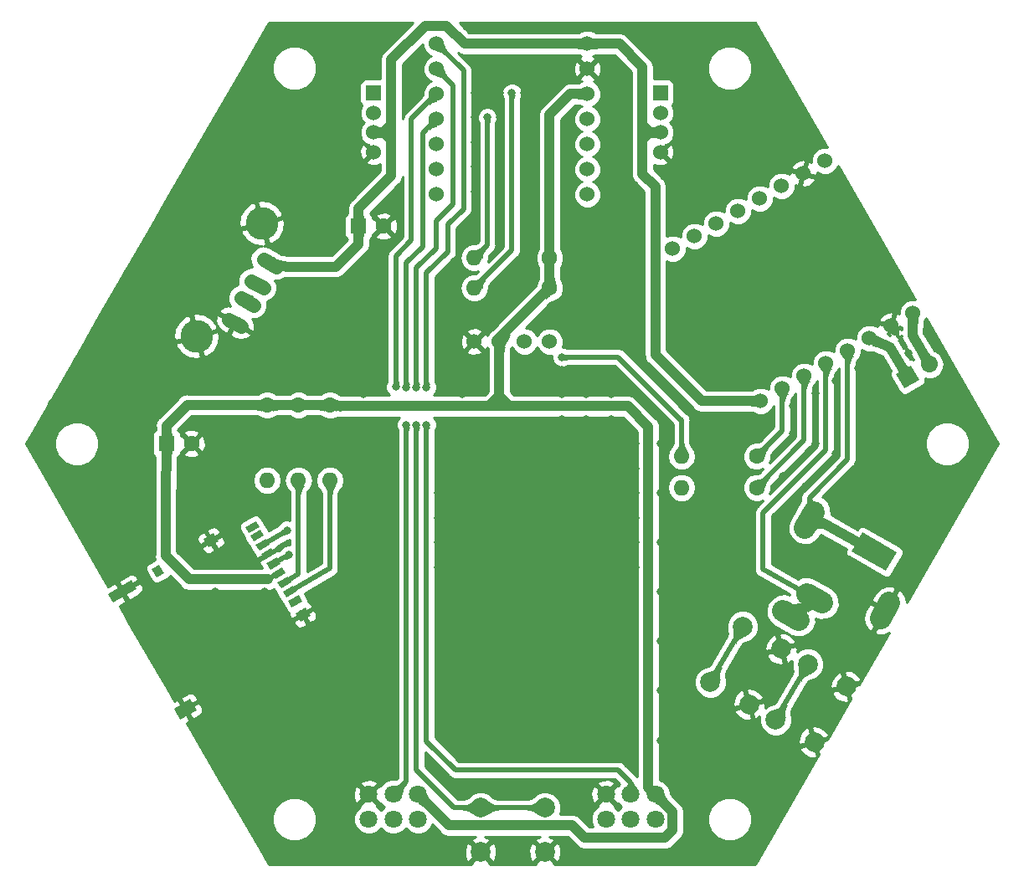
<source format=gtl>
G04 #@! TF.GenerationSoftware,KiCad,Pcbnew,(5.0.2)-1*
G04 #@! TF.CreationDate,2021-09-11T16:33:57+09:00*
G04 #@! TF.ProjectId,Pillar,50696c6c-6172-42e6-9b69-6361645f7063,rev?*
G04 #@! TF.SameCoordinates,Original*
G04 #@! TF.FileFunction,Copper,L1,Top*
G04 #@! TF.FilePolarity,Positive*
%FSLAX46Y46*%
G04 Gerber Fmt 4.6, Leading zero omitted, Abs format (unit mm)*
G04 Created by KiCad (PCBNEW (5.0.2)-1) date 2021/09/11 16:33:57*
%MOMM*%
%LPD*%
G01*
G04 APERTURE LIST*
G04 #@! TA.AperFunction,ComponentPad*
%ADD10C,1.524000*%
G04 #@! TD*
G04 #@! TA.AperFunction,ComponentPad*
%ADD11C,1.600000*%
G04 #@! TD*
G04 #@! TA.AperFunction,ComponentPad*
%ADD12R,1.600000X1.600000*%
G04 #@! TD*
G04 #@! TA.AperFunction,ComponentPad*
%ADD13C,1.800000*%
G04 #@! TD*
G04 #@! TA.AperFunction,ComponentPad*
%ADD14C,2.000000*%
G04 #@! TD*
G04 #@! TA.AperFunction,ComponentPad*
%ADD15R,1.524000X1.524000*%
G04 #@! TD*
G04 #@! TA.AperFunction,ComponentPad*
%ADD16C,3.314700*%
G04 #@! TD*
G04 #@! TA.AperFunction,ComponentPad*
%ADD17C,1.457960*%
G04 #@! TD*
G04 #@! TA.AperFunction,Conductor*
%ADD18C,1.457960*%
G04 #@! TD*
G04 #@! TA.AperFunction,ComponentPad*
%ADD19C,2.200000*%
G04 #@! TD*
G04 #@! TA.AperFunction,Conductor*
%ADD20C,0.100000*%
G04 #@! TD*
G04 #@! TA.AperFunction,Conductor*
%ADD21C,2.200000*%
G04 #@! TD*
G04 #@! TA.AperFunction,SMDPad,CuDef*
%ADD22C,0.700000*%
G04 #@! TD*
G04 #@! TA.AperFunction,SMDPad,CuDef*
%ADD23C,1.000000*%
G04 #@! TD*
G04 #@! TA.AperFunction,SMDPad,CuDef*
%ADD24C,0.800000*%
G04 #@! TD*
G04 #@! TA.AperFunction,SMDPad,CuDef*
%ADD25C,1.300000*%
G04 #@! TD*
G04 #@! TA.AperFunction,ComponentPad*
%ADD26C,1.700000*%
G04 #@! TD*
G04 #@! TA.AperFunction,Conductor*
%ADD27C,1.700000*%
G04 #@! TD*
G04 #@! TA.AperFunction,ComponentPad*
%ADD28O,1.600000X1.600000*%
G04 #@! TD*
G04 #@! TA.AperFunction,ViaPad*
%ADD29C,0.800000*%
G04 #@! TD*
G04 #@! TA.AperFunction,Conductor*
%ADD30C,0.250000*%
G04 #@! TD*
G04 #@! TA.AperFunction,Conductor*
%ADD31C,1.000000*%
G04 #@! TD*
G04 #@! TA.AperFunction,Conductor*
%ADD32C,0.500000*%
G04 #@! TD*
G04 #@! TA.AperFunction,Conductor*
%ADD33C,0.254000*%
G04 #@! TD*
G04 #@! TA.AperFunction,Conductor*
%ADD34C,0.025400*%
G04 #@! TD*
G04 APERTURE END LIST*
D10*
G04 #@! TO.P,U3,2*
G04 #@! TO.N,3V3*
X128730000Y-94664000D03*
G04 #@! TO.P,U3,3*
G04 #@! TO.N,SCL*
X131270000Y-94664000D03*
G04 #@! TO.P,U3,4*
G04 #@! TO.N,SDA*
X133810000Y-94664000D03*
G04 #@! TO.P,U3,1*
G04 #@! TO.N,GND*
X126190000Y-94664000D03*
G04 #@! TD*
D11*
G04 #@! TO.P,C1,2*
G04 #@! TO.N,GND*
X117000000Y-83000000D03*
D12*
G04 #@! TO.P,C1,1*
G04 #@! TO.N,5V*
X114500000Y-83000000D03*
G04 #@! TD*
D13*
G04 #@! TO.P,RV1,4*
G04 #@! TO.N,GND*
X115500000Y-140500000D03*
G04 #@! TO.P,RV1,5*
G04 #@! TO.N,RV_B*
X118000000Y-140500000D03*
G04 #@! TO.P,RV1,6*
G04 #@! TO.N,3V3*
X120500000Y-140500000D03*
G04 #@! TO.P,RV1,1*
G04 #@! TO.N,Net-(RV1-Pad1)*
X115500000Y-143000000D03*
G04 #@! TO.P,RV1,2*
G04 #@! TO.N,Net-(RV1-Pad2)*
X118000000Y-143000000D03*
G04 #@! TO.P,RV1,3*
G04 #@! TO.N,Net-(RV1-Pad3)*
X120500000Y-143000000D03*
G04 #@! TD*
G04 #@! TO.P,RV2,3*
G04 #@! TO.N,Net-(RV2-Pad3)*
X144500000Y-143000000D03*
G04 #@! TO.P,RV2,2*
G04 #@! TO.N,Net-(RV2-Pad2)*
X142000000Y-143000000D03*
G04 #@! TO.P,RV2,1*
G04 #@! TO.N,Net-(RV2-Pad1)*
X139500000Y-143000000D03*
G04 #@! TO.P,RV2,6*
G04 #@! TO.N,3V3*
X144500000Y-140500000D03*
G04 #@! TO.P,RV2,5*
G04 #@! TO.N,RV_V*
X142000000Y-140500000D03*
G04 #@! TO.P,RV2,4*
G04 #@! TO.N,GND*
X139500000Y-140500000D03*
G04 #@! TD*
D10*
G04 #@! TO.P,U2,1*
G04 #@! TO.N,5V*
X155144705Y-100678966D03*
G04 #@! TO.P,U2,2*
G04 #@! TO.N,Net-(R6-Pad1)*
X157344409Y-99408966D03*
G04 #@! TO.P,U2,5*
G04 #@! TO.N,Net-(CN4-PadT)*
X163943523Y-95598966D03*
G04 #@! TO.P,U2,3*
G04 #@! TO.N,Net-(R7-Pad1)*
X159544114Y-98138966D03*
G04 #@! TO.P,U2,4*
G04 #@! TO.N,Net-(CN4-PadR)*
X161743818Y-96868966D03*
G04 #@! TO.P,U2,6*
G04 #@! TO.N,Net-(J1-Pad1)*
X166143227Y-94328966D03*
G04 #@! TO.P,U2,7*
G04 #@! TO.N,GND*
X168342932Y-93058966D03*
G04 #@! TO.P,U2,8*
G04 #@! TO.N,Net-(J1-Pad2)*
X170542636Y-91788966D03*
G04 #@! TO.P,U2,9*
G04 #@! TO.N,Net-(SW3-Pad1)*
X161652636Y-76391034D03*
G04 #@! TO.P,U2,10*
G04 #@! TO.N,GND*
X159452932Y-77661034D03*
G04 #@! TO.P,U2,11*
G04 #@! TO.N,Net-(SW2-Pad1)*
X157253227Y-78931034D03*
G04 #@! TO.P,U2,13*
G04 #@! TO.N,Net-(U2-Pad13)*
X152853818Y-81471034D03*
G04 #@! TO.P,U2,12*
G04 #@! TO.N,Net-(U2-Pad12)*
X155053523Y-80201034D03*
G04 #@! TO.P,U2,14*
G04 #@! TO.N,Net-(U2-Pad14)*
X150654114Y-82741034D03*
G04 #@! TO.P,U2,15*
G04 #@! TO.N,N/C*
X148454409Y-84011034D03*
G04 #@! TO.P,U2,16*
X146254705Y-85281034D03*
G04 #@! TD*
D14*
G04 #@! TO.P,SW1,2*
G04 #@! TO.N,GND*
X126825000Y-146330000D03*
G04 #@! TO.P,SW1,1*
G04 #@! TO.N,Net-(SW1-Pad1)*
X126825000Y-141830000D03*
G04 #@! TO.P,SW1,2*
G04 #@! TO.N,GND*
X133325000Y-146330000D03*
G04 #@! TO.P,SW1,1*
G04 #@! TO.N,Net-(SW1-Pad1)*
X133325000Y-141830000D03*
G04 #@! TD*
D15*
G04 #@! TO.P,CN1,1*
G04 #@! TO.N,SCL*
X116000000Y-69500000D03*
D10*
G04 #@! TO.P,CN1,2*
G04 #@! TO.N,SDA*
X116000000Y-71500000D03*
G04 #@! TO.P,CN1,3*
G04 #@! TO.N,5V*
X116000000Y-73500000D03*
G04 #@! TO.P,CN1,4*
G04 #@! TO.N,GND*
X116000000Y-75500000D03*
G04 #@! TD*
G04 #@! TO.P,CN2,4*
G04 #@! TO.N,GND*
X145000000Y-75500000D03*
G04 #@! TO.P,CN2,3*
G04 #@! TO.N,5V*
X145000000Y-73500000D03*
G04 #@! TO.P,CN2,2*
G04 #@! TO.N,SDA*
X145000000Y-71500000D03*
D15*
G04 #@! TO.P,CN2,1*
G04 #@! TO.N,SCL*
X145000000Y-69500000D03*
G04 #@! TD*
D16*
G04 #@! TO.P,CN3,5*
G04 #@! TO.N,GND*
X98100000Y-94115768D03*
X104700000Y-82684232D03*
D17*
G04 #@! TO.P,CN3,4*
X101996929Y-92786089D03*
D18*
G04 #@! TD*
G04 #@! TO.N,GND*
G04 #@! TO.C,CN3*
X101365614Y-92421599D02*
X102628244Y-93150579D01*
D17*
G04 #@! TO.P,CN3,3*
G04 #@! TO.N,Net-(CN3-Pad3)*
X103246929Y-90621025D03*
D18*
G04 #@! TD*
G04 #@! TO.N,Net-(CN3-Pad3)*
G04 #@! TO.C,CN3*
X102615614Y-90256535D02*
X103878244Y-90985515D01*
D17*
G04 #@! TO.P,CN3,2*
G04 #@! TO.N,Net-(CN3-Pad2)*
X104246929Y-88888975D03*
D18*
G04 #@! TD*
G04 #@! TO.N,Net-(CN3-Pad2)*
G04 #@! TO.C,CN3*
X103615614Y-88524485D02*
X104878244Y-89253465D01*
D17*
G04 #@! TO.P,CN3,1*
G04 #@! TO.N,5V*
X105496929Y-86723911D03*
D18*
G04 #@! TD*
G04 #@! TO.N,5V*
G04 #@! TO.C,CN3*
X104865614Y-86359421D02*
X106128244Y-87088401D01*
D19*
G04 #@! TO.P,CN4,T*
G04 #@! TO.N,Net-(CN4-PadT)*
X166655000Y-115940000D03*
D20*
G04 #@! TD*
G04 #@! TO.N,Net-(CN4-PadT)*
G04 #@! TO.C,CN4*
G36*
X168937051Y-115987372D02*
X167837051Y-117892628D01*
X164372949Y-115892628D01*
X165472949Y-113987372D01*
X168937051Y-115987372D01*
X168937051Y-115987372D01*
G37*
D19*
G04 #@! TO.P,CN4,TN*
G04 #@! TO.N,Net-(CN4-PadT)*
X160083015Y-112723013D03*
D21*
G04 #@! TD*
G04 #@! TO.N,Net-(CN4-PadT)*
G04 #@! TO.C,CN4*
X160533015Y-111943590D02*
X159633015Y-113502436D01*
D19*
G04 #@! TO.P,CN4,RN*
G04 #@! TO.N,Net-(CN4-PadR)*
X160593526Y-120638780D03*
D21*
G04 #@! TD*
G04 #@! TO.N,Net-(CN4-PadR)*
G04 #@! TO.C,CN4*
X161372949Y-121088780D02*
X159814103Y-120188780D01*
D19*
G04 #@! TO.P,CN4,R*
G04 #@! TO.N,Net-(CN4-PadR)*
X158204296Y-122377049D03*
D21*
G04 #@! TD*
G04 #@! TO.N,Net-(CN4-PadR)*
G04 #@! TO.C,CN4*
X158983719Y-122827049D02*
X157424873Y-121927049D01*
D19*
G04 #@! TO.P,CN4,S*
G04 #@! TO.N,GND*
X167732499Y-121873717D03*
D21*
G04 #@! TD*
G04 #@! TO.N,GND*
G04 #@! TO.C,CN4*
X167282499Y-122653140D02*
X168182499Y-121094294D01*
D22*
G04 #@! TO.P,CN5,9*
G04 #@! TO.N,Net-(CN5-Pad9)*
X103752546Y-113449601D03*
D20*
G04 #@! TD*
G04 #@! TO.N,Net-(CN5-Pad9)*
G04 #@! TO.C,CN5*
G36*
X103057931Y-113446492D02*
X104097161Y-112846492D01*
X104447161Y-113452710D01*
X103407931Y-114052710D01*
X103057931Y-113446492D01*
X103057931Y-113446492D01*
G37*
D22*
G04 #@! TO.P,CN5,8*
G04 #@! TO.N,Net-(CN5-Pad8)*
X104227546Y-114272325D03*
D20*
G04 #@! TD*
G04 #@! TO.N,Net-(CN5-Pad8)*
G04 #@! TO.C,CN5*
G36*
X103532931Y-114269216D02*
X104572161Y-113669216D01*
X104922161Y-114275434D01*
X103882931Y-114875434D01*
X103532931Y-114269216D01*
X103532931Y-114269216D01*
G37*
D22*
G04 #@! TO.P,CN5,1*
G04 #@! TO.N,Net-(CN5-Pad1)*
X108077546Y-120940720D03*
D20*
G04 #@! TD*
G04 #@! TO.N,Net-(CN5-Pad1)*
G04 #@! TO.C,CN5*
G36*
X107382931Y-120937611D02*
X108422161Y-120337611D01*
X108772161Y-120943829D01*
X107732931Y-121543829D01*
X107382931Y-120937611D01*
X107382931Y-120937611D01*
G37*
D22*
G04 #@! TO.P,CN5,2*
G04 #@! TO.N,CS*
X107527546Y-119988093D03*
D20*
G04 #@! TD*
G04 #@! TO.N,CS*
G04 #@! TO.C,CN5*
G36*
X106832931Y-119984984D02*
X107872161Y-119384984D01*
X108222161Y-119991202D01*
X107182931Y-120591202D01*
X106832931Y-119984984D01*
X106832931Y-119984984D01*
G37*
D22*
G04 #@! TO.P,CN5,3*
G04 #@! TO.N,MOSI*
X106977546Y-119035465D03*
D20*
G04 #@! TD*
G04 #@! TO.N,MOSI*
G04 #@! TO.C,CN5*
G36*
X106282931Y-119032356D02*
X107322161Y-118432356D01*
X107672161Y-119038574D01*
X106632931Y-119638574D01*
X106282931Y-119032356D01*
X106282931Y-119032356D01*
G37*
D22*
G04 #@! TO.P,CN5,4*
G04 #@! TO.N,3V3*
X106427546Y-118082837D03*
D20*
G04 #@! TD*
G04 #@! TO.N,3V3*
G04 #@! TO.C,CN5*
G36*
X105732931Y-118079728D02*
X106772161Y-117479728D01*
X107122161Y-118085946D01*
X106082931Y-118685946D01*
X105732931Y-118079728D01*
X105732931Y-118079728D01*
G37*
D22*
G04 #@! TO.P,CN5,5*
G04 #@! TO.N,SCK*
X105877546Y-117130209D03*
D20*
G04 #@! TD*
G04 #@! TO.N,SCK*
G04 #@! TO.C,CN5*
G36*
X105182931Y-117127100D02*
X106222161Y-116527100D01*
X106572161Y-117133318D01*
X105532931Y-117733318D01*
X105182931Y-117127100D01*
X105182931Y-117127100D01*
G37*
D22*
G04 #@! TO.P,CN5,6*
G04 #@! TO.N,GND*
X105327546Y-116177581D03*
D20*
G04 #@! TD*
G04 #@! TO.N,GND*
G04 #@! TO.C,CN5*
G36*
X104632931Y-116174472D02*
X105672161Y-115574472D01*
X106022161Y-116180690D01*
X104982931Y-116780690D01*
X104632931Y-116174472D01*
X104632931Y-116174472D01*
G37*
D22*
G04 #@! TO.P,CN5,7*
G04 #@! TO.N,MISO*
X104777546Y-115224953D03*
D20*
G04 #@! TD*
G04 #@! TO.N,MISO*
G04 #@! TO.C,CN5*
G36*
X104082931Y-115221844D02*
X105122161Y-114621844D01*
X105472161Y-115228062D01*
X104432931Y-115828062D01*
X104082931Y-115221844D01*
X104082931Y-115221844D01*
G37*
D23*
G04 #@! TO.P,CN5,11*
G04 #@! TO.N,GND*
X108852546Y-122283060D03*
D20*
G04 #@! TD*
G04 #@! TO.N,GND*
G04 #@! TO.C,CN5*
G36*
X108082931Y-122150047D02*
X109122161Y-121550047D01*
X109622161Y-122416073D01*
X108582931Y-123016073D01*
X108082931Y-122150047D01*
X108082931Y-122150047D01*
G37*
D23*
G04 #@! TO.P,CN5,11*
G04 #@! TO.N,GND*
X99553637Y-114776877D03*
D20*
G04 #@! TD*
G04 #@! TO.N,GND*
G04 #@! TO.C,CN5*
G36*
X98784022Y-114643864D02*
X99823252Y-114043864D01*
X100323252Y-114909890D01*
X99284022Y-115509890D01*
X98784022Y-114643864D01*
X98784022Y-114643864D01*
G37*
D24*
G04 #@! TO.P,CN5,10*
G04 #@! TO.N,Net-(CN5-Pad10)*
X94184280Y-117876877D03*
D20*
G04 #@! TD*
G04 #@! TO.N,Net-(CN5-Pad10)*
G04 #@! TO.C,CN5*
G36*
X93587870Y-117643864D02*
X94280690Y-117243864D01*
X94780690Y-118109890D01*
X94087870Y-118509890D01*
X93587870Y-117643864D01*
X93587870Y-117643864D01*
G37*
D23*
G04 #@! TO.P,CN5,11*
G04 #@! TO.N,GND*
X90590274Y-119951877D03*
D20*
G04 #@! TD*
G04 #@! TO.N,GND*
G04 #@! TO.C,CN5*
G36*
X89127838Y-120218864D02*
X91552710Y-118818864D01*
X92052710Y-119684890D01*
X89627838Y-121084890D01*
X89127838Y-120218864D01*
X89127838Y-120218864D01*
G37*
D25*
G04 #@! TO.P,CN5,11*
G04 #@! TO.N,GND*
X96950563Y-131868220D03*
D20*
G04 #@! TD*
G04 #@! TO.N,GND*
G04 #@! TO.C,CN5*
G36*
X95802839Y-131780303D02*
X97448287Y-130830303D01*
X98098287Y-131956137D01*
X96452839Y-132906137D01*
X95802839Y-131780303D01*
X95802839Y-131780303D01*
G37*
D26*
G04 #@! TO.P,J1,1*
G04 #@! TO.N,Net-(J1-Pad1)*
X170000000Y-98250000D03*
D20*
G04 #@! TD*
G04 #@! TO.N,Net-(J1-Pad1)*
G04 #@! TO.C,J1*
G36*
X171161122Y-98561122D02*
X169688878Y-99411122D01*
X168838878Y-97938878D01*
X170311122Y-97088878D01*
X171161122Y-98561122D01*
X171161122Y-98561122D01*
G37*
D26*
G04 #@! TO.P,J1,2*
G04 #@! TO.N,Net-(J1-Pad2)*
X172199705Y-96980000D03*
D27*
G04 #@! TD*
G04 #@! TO.N,Net-(J1-Pad2)*
G04 #@! TO.C,J1*
X172199705Y-96980000D02*
X172199705Y-96980000D01*
D11*
G04 #@! TO.P,R1,1*
G04 #@! TO.N,3V3*
X133810000Y-86196000D03*
D28*
G04 #@! TO.P,R1,2*
G04 #@! TO.N,SDA*
X126190000Y-86196000D03*
G04 #@! TD*
G04 #@! TO.P,R2,2*
G04 #@! TO.N,SCL*
X126190000Y-89244000D03*
D11*
G04 #@! TO.P,R2,1*
G04 #@! TO.N,3V3*
X133810000Y-89244000D03*
G04 #@! TD*
D28*
G04 #@! TO.P,R3,2*
G04 #@! TO.N,CS*
X111585000Y-108714057D03*
D11*
G04 #@! TO.P,R3,1*
G04 #@! TO.N,3V3*
X111585000Y-101094057D03*
G04 #@! TD*
G04 #@! TO.P,R4,1*
G04 #@! TO.N,3V3*
X108410000Y-101094057D03*
D28*
G04 #@! TO.P,R4,2*
G04 #@! TO.N,MOSI*
X108410000Y-108714057D03*
G04 #@! TD*
D11*
G04 #@! TO.P,R5,1*
G04 #@! TO.N,3V3*
X105235000Y-101094057D03*
D28*
G04 #@! TO.P,R5,2*
G04 #@! TO.N,MISO*
X105235000Y-108714057D03*
G04 #@! TD*
D11*
G04 #@! TO.P,R6,1*
G04 #@! TO.N,Net-(R6-Pad1)*
X154765000Y-106270000D03*
D28*
G04 #@! TO.P,R6,2*
G04 #@! TO.N,TXD*
X147145000Y-106270000D03*
G04 #@! TD*
G04 #@! TO.P,R7,2*
G04 #@! TO.N,RXD*
X147145000Y-109445000D03*
D11*
G04 #@! TO.P,R7,1*
G04 #@! TO.N,Net-(R7-Pad1)*
X154765000Y-109445000D03*
G04 #@! TD*
D12*
G04 #@! TO.P,C2,1*
G04 #@! TO.N,3V3*
X95075000Y-105000000D03*
D11*
G04 #@! TO.P,C2,2*
G04 #@! TO.N,GND*
X97575000Y-105000000D03*
G04 #@! TD*
D14*
G04 #@! TO.P,SW2,2*
G04 #@! TO.N,GND*
X160567114Y-135190000D03*
G04 #@! TO.P,SW2,1*
G04 #@! TO.N,Net-(SW2-Pad1)*
X156670000Y-132940000D03*
G04 #@! TO.P,SW2,2*
G04 #@! TO.N,GND*
X163817114Y-129560835D03*
G04 #@! TO.P,SW2,1*
G04 #@! TO.N,Net-(SW2-Pad1)*
X159920000Y-127310835D03*
G04 #@! TD*
G04 #@! TO.P,SW3,1*
G04 #@! TO.N,Net-(SW3-Pad1)*
X153316000Y-123500835D03*
G04 #@! TO.P,SW3,2*
G04 #@! TO.N,GND*
X157213114Y-125750835D03*
G04 #@! TO.P,SW3,1*
G04 #@! TO.N,Net-(SW3-Pad1)*
X150066000Y-129130000D03*
G04 #@! TO.P,SW3,2*
G04 #@! TO.N,GND*
X153963114Y-131380000D03*
G04 #@! TD*
D10*
G04 #@! TO.P,U1,14*
G04 #@! TO.N,5V*
X137620000Y-64540000D03*
G04 #@! TO.P,U1,13*
G04 #@! TO.N,GND*
X137620000Y-67080000D03*
G04 #@! TO.P,U1,12*
G04 #@! TO.N,3V3*
X137620000Y-69620000D03*
G04 #@! TO.P,U1,11*
G04 #@! TO.N,MOSI*
X137620000Y-72160000D03*
G04 #@! TO.P,U1,10*
G04 #@! TO.N,MISO*
X137620000Y-74700000D03*
G04 #@! TO.P,U1,9*
G04 #@! TO.N,SCK*
X137620000Y-77240000D03*
G04 #@! TO.P,U1,8*
G04 #@! TO.N,RXD*
X137620000Y-79780000D03*
G04 #@! TO.P,U1,7*
G04 #@! TO.N,TXD*
X122380000Y-79780000D03*
G04 #@! TO.P,U1,6*
G04 #@! TO.N,SCL*
X122380000Y-77240000D03*
G04 #@! TO.P,U1,5*
G04 #@! TO.N,SDA*
X122380000Y-74700000D03*
G04 #@! TO.P,U1,4*
G04 #@! TO.N,RV_B*
X122380000Y-72160000D03*
G04 #@! TO.P,U1,3*
G04 #@! TO.N,CS*
X122380000Y-69620000D03*
G04 #@! TO.P,U1,2*
G04 #@! TO.N,Net-(SW1-Pad1)*
X122380000Y-67080000D03*
G04 #@! TO.P,U1,1*
G04 #@! TO.N,RV_V*
X122380000Y-64540000D03*
G04 #@! TD*
D29*
G04 #@! TO.N,GND*
X105616000Y-62836000D03*
X81232000Y-105000000D03*
X105616000Y-147164000D03*
X154384000Y-147164000D03*
X178768000Y-105000000D03*
X154384000Y-62836000D03*
X103330000Y-66900000D03*
X101044000Y-70710000D03*
X98758000Y-74774000D03*
X88598000Y-92300000D03*
X86058000Y-96618000D03*
X83518000Y-100936000D03*
X83518000Y-109064000D03*
X86058000Y-113382000D03*
X88598000Y-117700000D03*
X98758000Y-135226000D03*
X101044000Y-139036000D03*
X103330000Y-143100000D03*
X111204000Y-147164000D03*
X149558000Y-147164000D03*
X172672000Y-115668000D03*
X174704000Y-112112000D03*
X176736000Y-108556000D03*
X156670000Y-143100000D03*
X158956000Y-139036000D03*
X176736000Y-101444000D03*
X174704000Y-97888000D03*
X172164000Y-93570000D03*
X160988000Y-74012000D03*
X158956000Y-70456000D03*
X156670000Y-66646000D03*
X110696000Y-62836000D03*
X169624000Y-89252000D03*
X167592000Y-85696000D03*
X165560000Y-82140000D03*
X163274000Y-78330000D03*
X170386000Y-119478000D03*
X166322000Y-126336000D03*
X162766000Y-132686000D03*
X130000000Y-147164000D03*
X93678000Y-126590000D03*
X95964000Y-130654000D03*
X91392000Y-122780000D03*
X96218000Y-79092000D03*
X93678000Y-83410000D03*
X91138000Y-87728000D03*
X115268000Y-62836000D03*
X119332000Y-62836000D03*
X125428000Y-62836000D03*
X130000000Y-62836000D03*
X134826000Y-62836000D03*
X139906000Y-62836000D03*
X144478000Y-62836000D03*
X149304000Y-62836000D03*
X124412000Y-147164000D03*
X135842000Y-147164000D03*
X170132000Y-95856000D03*
X162766000Y-98650000D03*
X162766000Y-106016000D03*
X159718000Y-109318000D03*
X156670000Y-112366000D03*
X160734000Y-99920000D03*
X160734000Y-105000000D03*
X157432000Y-108302000D03*
X154130000Y-111604000D03*
X154130000Y-116938000D03*
X156670000Y-116938000D03*
X165052000Y-97380000D03*
X165052000Y-107032000D03*
X162004000Y-110334000D03*
X158448000Y-101190000D03*
X158448000Y-103984000D03*
X135000000Y-110000000D03*
X142500000Y-85000000D03*
X142500000Y-87500000D03*
X142500000Y-90000000D03*
X142500000Y-92500000D03*
X140000000Y-85000000D03*
X140000000Y-87500000D03*
X140000000Y-90000000D03*
X140000000Y-92500000D03*
X137500000Y-85000000D03*
X137500000Y-87500000D03*
X137500000Y-90000000D03*
X137500000Y-92500000D03*
X137500000Y-95000000D03*
X140000000Y-95000000D03*
X142500000Y-95000000D03*
X137500000Y-97500000D03*
X140000000Y-97500000D03*
X137500000Y-102500000D03*
X140000000Y-102500000D03*
X140000000Y-105000000D03*
X142500000Y-105000000D03*
X137500000Y-105000000D03*
X137500000Y-107500000D03*
X140000000Y-107500000D03*
X142500000Y-107500000D03*
X137500000Y-100000000D03*
X140000000Y-100000000D03*
X142500000Y-110000000D03*
X137500000Y-110000000D03*
X140000000Y-110000000D03*
X140000000Y-112500000D03*
X137500000Y-112500000D03*
X142500000Y-112500000D03*
X140000000Y-115000000D03*
X137500000Y-115000000D03*
X142500000Y-115000000D03*
X135000000Y-112500000D03*
X132500000Y-117500000D03*
X132500000Y-112500000D03*
X132500000Y-115000000D03*
X132500000Y-110000000D03*
X130000000Y-110000000D03*
X130000000Y-117500000D03*
X130000000Y-115000000D03*
X130000000Y-112500000D03*
X127500000Y-112500000D03*
X127500000Y-110000000D03*
X127500000Y-117500000D03*
X127500000Y-115000000D03*
X125000000Y-112500000D03*
X125000000Y-115000000D03*
X125000000Y-110000000D03*
X125000000Y-117500000D03*
X122500000Y-117500000D03*
X122500000Y-112500000D03*
X122500000Y-110000000D03*
X122500000Y-115000000D03*
X117500000Y-117500000D03*
X117500000Y-112500000D03*
X117500000Y-115000000D03*
X117500000Y-110000000D03*
X115000000Y-110000000D03*
X115000000Y-112500000D03*
X115000000Y-115000000D03*
X115000000Y-117500000D03*
X135000000Y-115000000D03*
X135000000Y-117500000D03*
X137500000Y-117500000D03*
X140000000Y-117500000D03*
X142500000Y-117500000D03*
X135000000Y-105000000D03*
X135000000Y-107500000D03*
X135000000Y-100000000D03*
X135000000Y-97500000D03*
X135000000Y-102500000D03*
X110000000Y-112500000D03*
X110000000Y-115000000D03*
X128750000Y-69500000D03*
X131250000Y-69500000D03*
X131250000Y-72000000D03*
X128750000Y-72000000D03*
X131250000Y-67000000D03*
X128750000Y-67000000D03*
X133750000Y-69500000D03*
X133750000Y-67000000D03*
X126250000Y-67000000D03*
X126250000Y-69500000D03*
X140250000Y-69500000D03*
X140250000Y-67000000D03*
X119750000Y-67000000D03*
X119750000Y-69500000D03*
X135000000Y-92500000D03*
X128750000Y-74500000D03*
X128750000Y-77000000D03*
X128750000Y-79500000D03*
X128750000Y-82000000D03*
X126250000Y-77000000D03*
X126250000Y-74500000D03*
X126250000Y-72000000D03*
X131250000Y-77000000D03*
X131250000Y-82000000D03*
X131250000Y-74500000D03*
X131250000Y-79500000D03*
X128750000Y-84500000D03*
X131250000Y-84500000D03*
X131250000Y-87000000D03*
X124412000Y-140306000D03*
X135842000Y-140306000D03*
X130000000Y-140306000D03*
X121618000Y-137512000D03*
X155908000Y-102714000D03*
X126210000Y-79500000D03*
X126210000Y-82000000D03*
X126210000Y-84500000D03*
X140250000Y-71980000D03*
X130000000Y-135000000D03*
X140000000Y-135000000D03*
X150000000Y-135000000D03*
X150000000Y-125000000D03*
X140000000Y-125000000D03*
X130000000Y-125000000D03*
X110000000Y-125000000D03*
X110000000Y-135000000D03*
X100000000Y-125000000D03*
X100000000Y-105000000D03*
X90000000Y-105000000D03*
X110000000Y-105000000D03*
X130000000Y-105000000D03*
X150000000Y-115000000D03*
X150000000Y-105000000D03*
X150000000Y-95000000D03*
X160000000Y-95000000D03*
X160000000Y-85000000D03*
X150000000Y-75000000D03*
X110000000Y-75000000D03*
X110000000Y-85000000D03*
X110000000Y-95000000D03*
X100000000Y-85000000D03*
X130000000Y-120000000D03*
X125000000Y-120000000D03*
X135000000Y-120000000D03*
X135000000Y-125000000D03*
X135000000Y-130000000D03*
X135000000Y-135000000D03*
X125000000Y-135000000D03*
X125000000Y-130000000D03*
X125000000Y-125000000D03*
X140000000Y-120000000D03*
X140000000Y-130000000D03*
X110000000Y-130000000D03*
X115000000Y-135000000D03*
X105000000Y-135000000D03*
X105000000Y-130000000D03*
X105000000Y-125000000D03*
X115000000Y-130000000D03*
X115000000Y-125000000D03*
X115000000Y-120000000D03*
X110000000Y-120000000D03*
X105000000Y-120000000D03*
X100000000Y-120000000D03*
X95000000Y-120000000D03*
X90000000Y-115000000D03*
X90000000Y-110000000D03*
X100000000Y-110000000D03*
X105000000Y-105000000D03*
X115000000Y-105000000D03*
X125000000Y-105000000D03*
X125000000Y-100000000D03*
X150000000Y-120000000D03*
X160000000Y-90000000D03*
X165000000Y-90000000D03*
X155000000Y-90000000D03*
X150000000Y-90000000D03*
X155000000Y-95000000D03*
X170000000Y-105000000D03*
X170000000Y-110000000D03*
X130000000Y-130000000D03*
X100000000Y-130000000D03*
X90000000Y-100000000D03*
X95000000Y-100000000D03*
X95000000Y-95000000D03*
X90000000Y-95000000D03*
X105000000Y-95000000D03*
X115000000Y-95000000D03*
X115000000Y-90000000D03*
X110000000Y-90000000D03*
X95000000Y-90000000D03*
X100000000Y-90000000D03*
X100000000Y-80000000D03*
X95000000Y-85000000D03*
X105000000Y-80000000D03*
X110000000Y-80000000D03*
X105000000Y-75000000D03*
X105000000Y-70000000D03*
X110000000Y-70000000D03*
X155000000Y-75000000D03*
X155000000Y-70000000D03*
X150000000Y-70000000D03*
X150000000Y-80000000D03*
X165000000Y-120000000D03*
X155000000Y-140000000D03*
X145000000Y-115000000D03*
X145000000Y-120000000D03*
X145000000Y-125000000D03*
X145000000Y-130000000D03*
X145000000Y-135000000D03*
X145000000Y-110000000D03*
X145000000Y-105000000D03*
X142500000Y-100000000D03*
X115000000Y-100000000D03*
G04 #@! TO.N,TXD*
X135080000Y-96250000D03*
G04 #@! TO.N,SCL*
X130000000Y-69500000D03*
G04 #@! TO.N,SDA*
X127500000Y-72000000D03*
G04 #@! TO.N,CS*
X118250000Y-99250000D03*
G04 #@! TO.N,MISO*
X107250000Y-113750000D03*
G04 #@! TO.N,Net-(SW1-Pad1)*
X120348000Y-99285000D03*
X120348000Y-103095000D03*
G04 #@! TO.N,RV_B*
X119332000Y-99285000D03*
X119332000Y-103095000D03*
G04 #@! TO.N,RV_V*
X121364000Y-99285000D03*
X121364000Y-103095000D03*
G04 #@! TO.N,SCK*
X107455300Y-116250000D03*
G04 #@! TD*
D30*
G04 #@! TO.N,GND*
X170132000Y-95856000D02*
X168342932Y-93058966D01*
D31*
G04 #@! TO.N,5V*
X125208260Y-64540000D02*
X123396000Y-62727740D01*
X137620000Y-64540000D02*
X125208260Y-64540000D01*
X123396000Y-62727740D02*
X121218260Y-62727740D01*
X114500000Y-83000000D02*
X114500000Y-81200000D01*
X117046000Y-73500000D02*
X117304000Y-73500000D01*
X117046000Y-73500000D02*
X116000000Y-73500000D01*
X117046000Y-73500000D02*
X117296000Y-73500000D01*
X117808000Y-66138000D02*
X121218260Y-62727740D01*
X114500000Y-81200000D02*
X117808000Y-77892000D01*
X137620000Y-64540000D02*
X140848000Y-64540000D01*
X140848000Y-64540000D02*
X143208000Y-66900000D01*
X143212000Y-73500000D02*
X143208000Y-73504000D01*
X143208000Y-72738000D02*
X143970000Y-73500000D01*
X143208000Y-72488000D02*
X143208000Y-72738000D01*
X143970000Y-73500000D02*
X143212000Y-73500000D01*
X145000000Y-73500000D02*
X143970000Y-73500000D01*
X143208000Y-72488000D02*
X143208000Y-73504000D01*
X143208000Y-66900000D02*
X143208000Y-72488000D01*
X143208000Y-74262000D02*
X143970000Y-73500000D01*
X143208000Y-74774000D02*
X143208000Y-74262000D01*
X143208000Y-73504000D02*
X143208000Y-74774000D01*
X117808000Y-72738000D02*
X117046000Y-73500000D01*
X117808000Y-72234000D02*
X117808000Y-72738000D01*
X117808000Y-72234000D02*
X117808000Y-66138000D01*
X117808000Y-74262000D02*
X117046000Y-73500000D01*
X117808000Y-74520000D02*
X117808000Y-74262000D01*
X117808000Y-74520000D02*
X117808000Y-72234000D01*
X117808000Y-77892000D02*
X117808000Y-74520000D01*
X114500000Y-84800000D02*
X112200000Y-87100000D01*
X114500000Y-83000000D02*
X114500000Y-84800000D01*
X107300000Y-87100000D02*
X105496929Y-86723911D01*
X112200000Y-87100000D02*
X107300000Y-87100000D01*
X143208000Y-77708000D02*
X143208000Y-74774000D01*
X144500000Y-79000000D02*
X143208000Y-77708000D01*
X144500000Y-96000000D02*
X144500000Y-79000000D01*
X149178966Y-100678966D02*
X144500000Y-96000000D01*
X155144705Y-100678966D02*
X149178966Y-100678966D01*
G04 #@! TO.N,3V3*
X97180943Y-101094057D02*
X105235000Y-101094057D01*
X95075000Y-103200000D02*
X97180943Y-101094057D01*
X95075000Y-105000000D02*
X95075000Y-103200000D01*
X133810000Y-71726000D02*
X133810000Y-89244000D01*
X135916000Y-69620000D02*
X133810000Y-71726000D01*
X137620000Y-69620000D02*
X135916000Y-69620000D01*
D32*
X105362000Y-118716000D02*
X106427546Y-118082837D01*
D31*
X105235000Y-101094057D02*
X111585000Y-101094057D01*
X94992823Y-110588000D02*
X95075000Y-105000000D01*
X105362000Y-118716000D02*
X99737835Y-118716000D01*
X94992823Y-110588000D02*
X94992823Y-116347823D01*
X97361000Y-118716000D02*
X99737835Y-118716000D01*
X94992823Y-116347823D02*
X97361000Y-118716000D01*
X128730000Y-94324000D02*
X133810000Y-89244000D01*
X128730000Y-94664000D02*
X128730000Y-94324000D01*
X146256000Y-144116000D02*
X146256000Y-142256000D01*
X146256000Y-142256000D02*
X144500000Y-140500000D01*
X137366000Y-144878000D02*
X145494000Y-144878000D01*
X145494000Y-144878000D02*
X146256000Y-144116000D01*
X127714000Y-101190000D02*
X128730000Y-100174000D01*
X127460000Y-101190000D02*
X127714000Y-101190000D01*
X128730000Y-100174000D02*
X128730000Y-101190000D01*
X128730000Y-94664000D02*
X128730000Y-100174000D01*
X127460000Y-101190000D02*
X128730000Y-101190000D01*
X111680943Y-101190000D02*
X127460000Y-101190000D01*
X129746000Y-101190000D02*
X128730000Y-100174000D01*
X130000000Y-101190000D02*
X129746000Y-101190000D01*
X128730000Y-101190000D02*
X130000000Y-101190000D01*
X136096000Y-143608000D02*
X137366000Y-144878000D01*
X123608000Y-143608000D02*
X136096000Y-143608000D01*
X120500000Y-140500000D02*
X123608000Y-143608000D01*
X141000000Y-101190000D02*
X130000000Y-101190000D01*
X141000000Y-101200000D02*
X141000000Y-101190000D01*
X141700000Y-101200000D02*
X141000000Y-101200000D01*
X143800000Y-103300000D02*
X141700000Y-101200000D01*
X144500000Y-140500000D02*
X143800000Y-139800000D01*
X143800000Y-139800000D02*
X143800000Y-103300000D01*
D32*
G04 #@! TO.N,TXD*
X147145000Y-102645000D02*
X147145000Y-106270000D01*
X141245000Y-96745000D02*
X147000000Y-102500000D01*
X147000000Y-102500000D02*
X147145000Y-102645000D01*
X135080000Y-96250000D02*
X140750000Y-96250000D01*
X140750000Y-96250000D02*
X147000000Y-102500000D01*
G04 #@! TO.N,SCL*
X126190000Y-89244000D02*
X130000000Y-85434000D01*
X130000000Y-85434000D02*
X130000000Y-69500000D01*
G04 #@! TO.N,SDA*
X126190000Y-86196000D02*
X127500000Y-84886000D01*
X127500000Y-84886000D02*
X127500000Y-72000000D01*
G04 #@! TO.N,CS*
X111585000Y-117573000D02*
X107527546Y-119988093D01*
X111585000Y-108714057D02*
X111585000Y-117573000D01*
X118250000Y-99250000D02*
X118250000Y-86016000D01*
X119840000Y-72160000D02*
X122380000Y-69620000D01*
X119840000Y-84426000D02*
X119840000Y-72160000D01*
X119840000Y-84426000D02*
X118250000Y-86016000D01*
G04 #@! TO.N,MOSI*
X106977546Y-119035465D02*
X108410000Y-118208000D01*
X108410000Y-108714057D02*
X108410000Y-118208000D01*
G04 #@! TO.N,MISO*
X107250000Y-113750000D02*
X104777546Y-115224953D01*
G04 #@! TO.N,Net-(R6-Pad1)*
X157344409Y-103690591D02*
X157344409Y-99408966D01*
X154765000Y-106270000D02*
X157344409Y-103690591D01*
G04 #@! TO.N,Net-(R7-Pad1)*
X159544114Y-104665886D02*
X159544114Y-98138966D01*
X154765000Y-109445000D02*
X159544114Y-104665886D01*
G04 #@! TO.N,Net-(SW1-Pad1)*
X133325000Y-141830000D02*
X126825000Y-141830000D01*
X124158000Y-141830000D02*
X126825000Y-141830000D01*
X120348000Y-138020000D02*
X124158000Y-141830000D01*
X120348000Y-103095000D02*
X120348000Y-138020000D01*
X120348000Y-87220000D02*
X120348000Y-99285000D01*
X122380000Y-67080000D02*
X124050000Y-68750000D01*
X122318000Y-82482000D02*
X124050000Y-80750000D01*
X122318000Y-85250000D02*
X122318000Y-82482000D01*
X124050000Y-68750000D02*
X124050000Y-80750000D01*
X122318000Y-85250000D02*
X120348000Y-87220000D01*
G04 #@! TO.N,RV_B*
X119332000Y-139168000D02*
X118000000Y-140500000D01*
X119332000Y-86712000D02*
X119332000Y-99285000D01*
X119332000Y-103095000D02*
X119332000Y-139168000D01*
X121000000Y-73540000D02*
X121000000Y-85044000D01*
X122380000Y-72160000D02*
X121000000Y-73540000D01*
X121000000Y-85044000D02*
X119332000Y-86712000D01*
G04 #@! TO.N,RV_V*
X121364000Y-102968000D02*
X121364000Y-102968000D01*
X121364000Y-135099000D02*
X124285000Y-138020000D01*
X140730000Y-138020000D02*
X142000000Y-139290000D01*
X124285000Y-138020000D02*
X140730000Y-138020000D01*
X142000000Y-140500000D02*
X142000000Y-139290000D01*
X121364000Y-102968000D02*
X121364000Y-135099000D01*
X121364000Y-87728000D02*
X121364000Y-99285000D01*
X122380000Y-64540000D02*
X125090000Y-67250000D01*
X123500000Y-82840000D02*
X125090000Y-81250000D01*
X123500000Y-85592000D02*
X123500000Y-82840000D01*
X125090000Y-67250000D02*
X125090000Y-81250000D01*
X123500000Y-85592000D02*
X121364000Y-87728000D01*
G04 #@! TO.N,SCK*
X105877546Y-117130209D02*
X107444800Y-116239500D01*
D31*
G04 #@! TO.N,Net-(J1-Pad2)*
X170513000Y-94078000D02*
X170542636Y-91788966D01*
X172199705Y-96980000D02*
X170513000Y-94078000D01*
G04 #@! TO.N,Net-(CN4-PadT)*
X161496000Y-113066291D02*
X160083015Y-112723013D01*
X166655000Y-115940000D02*
X161496000Y-113066291D01*
D32*
X163943523Y-95598966D02*
X163943523Y-106616477D01*
X163943523Y-106616477D02*
X160083015Y-110476985D01*
X160083015Y-110476985D02*
X160083015Y-112723013D01*
G04 #@! TO.N,Net-(CN4-PadR)*
X155400000Y-117700000D02*
X160593526Y-120638780D01*
X161743818Y-105641182D02*
X155400000Y-111985000D01*
X161743818Y-96868966D02*
X161743818Y-105641182D01*
X155400000Y-111985000D02*
X155400000Y-117700000D01*
D31*
X158855257Y-122377049D02*
X160593526Y-120638780D01*
X158204296Y-122377049D02*
X158855257Y-122377049D01*
G04 #@! TO.N,Net-(J1-Pad1)*
X168239700Y-95284500D02*
X170000000Y-98250000D01*
X166143227Y-94328966D02*
X168239700Y-95284500D01*
D32*
G04 #@! TO.N,Net-(SW2-Pad1)*
X156670000Y-132940000D02*
X159920000Y-127310835D01*
G04 #@! TO.N,Net-(SW3-Pad1)*
X150066000Y-129130000D02*
X153316000Y-123500835D01*
G04 #@! TD*
D33*
G04 #@! TO.N,GND*
G36*
X117084480Y-65256389D02*
X116989712Y-65319711D01*
X116921627Y-65421608D01*
X116738854Y-65695146D01*
X116650765Y-66138000D01*
X116673001Y-66249788D01*
X116673001Y-68090560D01*
X115238000Y-68090560D01*
X114990235Y-68139843D01*
X114780191Y-68280191D01*
X114639843Y-68490235D01*
X114590560Y-68738000D01*
X114590560Y-70262000D01*
X114639843Y-70509765D01*
X114780191Y-70719809D01*
X114804371Y-70735966D01*
X114603000Y-71222119D01*
X114603000Y-71777881D01*
X114815680Y-72291337D01*
X115024343Y-72500000D01*
X114815680Y-72708663D01*
X114603000Y-73222119D01*
X114603000Y-73777881D01*
X114815680Y-74291337D01*
X115208663Y-74684320D01*
X115473711Y-74794106D01*
X116000000Y-75320395D01*
X116014143Y-75306253D01*
X116193748Y-75485858D01*
X116179605Y-75500000D01*
X116193748Y-75514143D01*
X116014143Y-75693748D01*
X116000000Y-75679605D01*
X115199392Y-76480213D01*
X115268857Y-76722397D01*
X115792302Y-76909144D01*
X116347368Y-76881362D01*
X116673000Y-76746481D01*
X116673000Y-77421867D01*
X113776480Y-80318389D01*
X113681712Y-80381711D01*
X113496085Y-80659522D01*
X113430854Y-80757146D01*
X113342765Y-81200000D01*
X113365001Y-81311788D01*
X113365001Y-81660132D01*
X113242191Y-81742191D01*
X113101843Y-81952235D01*
X113052560Y-82200000D01*
X113052560Y-83800000D01*
X113101843Y-84047765D01*
X113242191Y-84257809D01*
X113359006Y-84335863D01*
X111729869Y-85965000D01*
X107417107Y-85965000D01*
X106657010Y-85806457D01*
X106623696Y-85799463D01*
X105431266Y-85111013D01*
X105047137Y-84980618D01*
X104858721Y-84992968D01*
X105140208Y-84817802D01*
X104610197Y-82839775D01*
X102632170Y-83369786D01*
X102619616Y-83749497D01*
X103185635Y-84464537D01*
X103982202Y-84908541D01*
X104701675Y-85003261D01*
X104505675Y-85016108D01*
X104019010Y-85256104D01*
X103661232Y-85664071D01*
X103486811Y-86177898D01*
X103522301Y-86719360D01*
X103734562Y-87149783D01*
X103255675Y-87181172D01*
X102769010Y-87421168D01*
X102411232Y-87829135D01*
X102236811Y-88342962D01*
X102272301Y-88884424D01*
X102285537Y-88911265D01*
X102255675Y-88913222D01*
X101769010Y-89153218D01*
X101411232Y-89561185D01*
X101236811Y-90075012D01*
X101272301Y-90616474D01*
X101496732Y-91071576D01*
X101417735Y-91052712D01*
X100889917Y-91136965D01*
X100434520Y-91416793D01*
X100390130Y-91468250D01*
X100391165Y-91712354D01*
X101950444Y-92612604D01*
X101960444Y-92595283D01*
X102180414Y-92722283D01*
X102170414Y-92739604D01*
X103729693Y-93639854D01*
X103941611Y-93518698D01*
X103963978Y-93454527D01*
X103978618Y-92920227D01*
X103787675Y-92420997D01*
X103731840Y-92362016D01*
X104238183Y-92328829D01*
X104724849Y-92088832D01*
X105082626Y-91680865D01*
X105257047Y-91167038D01*
X105221558Y-90625575D01*
X105208322Y-90598736D01*
X105238183Y-90596779D01*
X105724849Y-90356782D01*
X106082626Y-89948815D01*
X106257047Y-89434988D01*
X106221558Y-88893525D01*
X106009296Y-88463103D01*
X106488183Y-88431715D01*
X106973634Y-88192317D01*
X107073333Y-88212148D01*
X107177674Y-88233912D01*
X107182996Y-88233961D01*
X107188217Y-88235000D01*
X107294855Y-88235000D01*
X107515217Y-88237046D01*
X107520289Y-88235000D01*
X112088217Y-88235000D01*
X112200000Y-88257235D01*
X112311783Y-88235000D01*
X112642855Y-88169146D01*
X113018289Y-87918289D01*
X113081613Y-87823518D01*
X115223521Y-85681611D01*
X115318289Y-85618289D01*
X115569146Y-85242855D01*
X115571443Y-85231309D01*
X115657235Y-84800001D01*
X115635000Y-84688218D01*
X115635000Y-84339868D01*
X115757809Y-84257809D01*
X115898157Y-84047765D01*
X115906117Y-84007745D01*
X116171861Y-84007745D01*
X116245995Y-84253864D01*
X116783223Y-84446965D01*
X117353454Y-84419778D01*
X117754005Y-84253864D01*
X117828139Y-84007745D01*
X117000000Y-83179605D01*
X116171861Y-84007745D01*
X115906117Y-84007745D01*
X115944693Y-83813813D01*
X115992255Y-83828139D01*
X116820395Y-83000000D01*
X117179605Y-83000000D01*
X118007745Y-83828139D01*
X118253864Y-83754005D01*
X118446965Y-83216777D01*
X118419778Y-82646546D01*
X118253864Y-82245995D01*
X118007745Y-82171861D01*
X117179605Y-83000000D01*
X116820395Y-83000000D01*
X115992255Y-82171861D01*
X115944693Y-82186187D01*
X115906118Y-81992255D01*
X116171861Y-81992255D01*
X117000000Y-82820395D01*
X117828139Y-81992255D01*
X117754005Y-81746136D01*
X117216777Y-81553035D01*
X116646546Y-81580222D01*
X116245995Y-81746136D01*
X116171861Y-81992255D01*
X115906118Y-81992255D01*
X115898157Y-81952235D01*
X115757809Y-81742191D01*
X115640994Y-81664137D01*
X118531524Y-78773609D01*
X118626289Y-78710289D01*
X118877146Y-78334855D01*
X118943000Y-78003783D01*
X118943000Y-78003782D01*
X118955001Y-77943453D01*
X118955000Y-84059421D01*
X117685845Y-85328577D01*
X117611952Y-85377951D01*
X117562578Y-85451844D01*
X117562576Y-85451846D01*
X117416348Y-85670691D01*
X117347663Y-86016000D01*
X117365001Y-86103166D01*
X117365000Y-98681993D01*
X117215000Y-99044126D01*
X117215000Y-99455874D01*
X117372569Y-99836280D01*
X117591289Y-100055000D01*
X112782196Y-100055000D01*
X112749168Y-100048568D01*
X112669061Y-100032036D01*
X112599807Y-100016755D01*
X112541944Y-100002947D01*
X112516668Y-99996329D01*
X112397862Y-99877523D01*
X111870439Y-99659057D01*
X111299561Y-99659057D01*
X110772138Y-99877523D01*
X110693633Y-99956028D01*
X110672140Y-99957029D01*
X110612988Y-99958519D01*
X110542629Y-99959057D01*
X109304396Y-99959057D01*
X109222862Y-99877523D01*
X108695439Y-99659057D01*
X108124561Y-99659057D01*
X107597138Y-99877523D01*
X107515604Y-99959057D01*
X106277371Y-99959057D01*
X106207011Y-99958519D01*
X106147839Y-99957028D01*
X106126367Y-99956028D01*
X106047862Y-99877523D01*
X105520439Y-99659057D01*
X104949561Y-99659057D01*
X104422138Y-99877523D01*
X104343633Y-99956028D01*
X104322140Y-99957029D01*
X104262988Y-99958519D01*
X104192629Y-99959057D01*
X97292725Y-99959057D01*
X97180942Y-99936822D01*
X96862726Y-100000119D01*
X96738088Y-100024911D01*
X96362654Y-100275768D01*
X96299332Y-100370536D01*
X94351480Y-102318389D01*
X94256712Y-102381711D01*
X94158259Y-102529057D01*
X94005854Y-102757146D01*
X93917765Y-103200000D01*
X93940001Y-103311788D01*
X93940001Y-103660132D01*
X93817191Y-103742191D01*
X93676843Y-103952235D01*
X93627560Y-104200000D01*
X93627560Y-105800000D01*
X93676843Y-106047765D01*
X93817191Y-106257809D01*
X93920367Y-106326749D01*
X93859467Y-110467955D01*
X93857823Y-110476218D01*
X93857823Y-110579720D01*
X93856303Y-110683081D01*
X93857823Y-110691357D01*
X93857824Y-116236035D01*
X93835588Y-116347823D01*
X93907924Y-116711482D01*
X93264150Y-117083165D01*
X93074221Y-117249727D01*
X92962491Y-117476294D01*
X92945969Y-117728372D01*
X93027170Y-117967584D01*
X93527170Y-118833610D01*
X93693734Y-119023539D01*
X93920300Y-119135269D01*
X94172378Y-119151791D01*
X94411590Y-119070589D01*
X95104410Y-118670589D01*
X95294339Y-118504027D01*
X95376761Y-118336892D01*
X96479389Y-119439521D01*
X96542711Y-119534289D01*
X96889738Y-119766165D01*
X96918145Y-119785146D01*
X97360999Y-119873235D01*
X97472782Y-119851000D01*
X105473783Y-119851000D01*
X105804855Y-119785146D01*
X105923994Y-119705540D01*
X106072231Y-119962294D01*
X106206684Y-120115608D01*
X106272231Y-120308704D01*
X106622231Y-120914922D01*
X106756685Y-121068236D01*
X106822231Y-121261331D01*
X107172231Y-121867549D01*
X107338795Y-122057478D01*
X107437316Y-122106063D01*
X107436877Y-122107703D01*
X107469850Y-122358160D01*
X107640130Y-122653093D01*
X107856986Y-122711200D01*
X108518032Y-122329545D01*
X109026031Y-122329545D01*
X109450656Y-123065017D01*
X109667513Y-123123124D01*
X109830274Y-123029153D01*
X110049049Y-122902844D01*
X110202833Y-122702428D01*
X110268215Y-122458417D01*
X110235242Y-122207960D01*
X110064962Y-121913027D01*
X109848106Y-121854920D01*
X109026031Y-122329545D01*
X108518032Y-122329545D01*
X108679061Y-122236575D01*
X108669061Y-122219254D01*
X108889031Y-122092254D01*
X108899031Y-122109575D01*
X109721106Y-121634950D01*
X109779212Y-121418093D01*
X109608933Y-121123160D01*
X109408517Y-120969376D01*
X109406877Y-120968937D01*
X109414062Y-120859321D01*
X109332861Y-120620109D01*
X109042103Y-120116502D01*
X111906898Y-118411309D01*
X111930310Y-118406652D01*
X112057485Y-118321676D01*
X112112555Y-118288897D01*
X112129828Y-118273337D01*
X112223049Y-118211049D01*
X112259442Y-118156583D01*
X112308115Y-118112739D01*
X112356360Y-118011536D01*
X112418652Y-117918310D01*
X112431433Y-117854057D01*
X112459620Y-117794929D01*
X112465464Y-117682970D01*
X112470000Y-117660165D01*
X112470000Y-117596064D01*
X112477972Y-117443333D01*
X112470000Y-117420836D01*
X112470000Y-110052920D01*
X112471910Y-109998040D01*
X112476104Y-109959231D01*
X112482465Y-109925130D01*
X112490657Y-109894888D01*
X112500570Y-109867481D01*
X112512364Y-109841832D01*
X112526468Y-109816918D01*
X112534068Y-109805769D01*
X112619577Y-109748634D01*
X112936740Y-109273966D01*
X113048113Y-108714057D01*
X112936740Y-108154148D01*
X112619577Y-107679480D01*
X112144909Y-107362317D01*
X111726333Y-107279057D01*
X111443667Y-107279057D01*
X111025091Y-107362317D01*
X110550423Y-107679480D01*
X110233260Y-108154148D01*
X110121887Y-108714057D01*
X110233260Y-109273966D01*
X110550423Y-109748634D01*
X110635930Y-109805768D01*
X110643531Y-109816918D01*
X110657635Y-109841832D01*
X110669429Y-109867481D01*
X110679342Y-109894888D01*
X110687534Y-109925130D01*
X110693895Y-109959231D01*
X110698090Y-109998054D01*
X110700000Y-110052909D01*
X110700001Y-117069863D01*
X109295000Y-117906153D01*
X109295000Y-110052920D01*
X109296910Y-109998040D01*
X109301104Y-109959231D01*
X109307465Y-109925130D01*
X109315657Y-109894888D01*
X109325570Y-109867481D01*
X109337364Y-109841832D01*
X109351468Y-109816918D01*
X109359068Y-109805769D01*
X109444577Y-109748634D01*
X109761740Y-109273966D01*
X109873113Y-108714057D01*
X109761740Y-108154148D01*
X109444577Y-107679480D01*
X108969909Y-107362317D01*
X108551333Y-107279057D01*
X108268667Y-107279057D01*
X107850091Y-107362317D01*
X107375423Y-107679480D01*
X107058260Y-108154148D01*
X106946887Y-108714057D01*
X107058260Y-109273966D01*
X107375423Y-109748634D01*
X107460930Y-109805768D01*
X107468531Y-109816918D01*
X107482635Y-109841832D01*
X107494429Y-109867481D01*
X107504342Y-109894888D01*
X107512534Y-109925130D01*
X107518895Y-109959231D01*
X107523090Y-109998054D01*
X107525000Y-110052909D01*
X107525000Y-112743633D01*
X107455874Y-112715000D01*
X107044126Y-112715000D01*
X106663720Y-112872569D01*
X106372569Y-113163720D01*
X106328995Y-113268917D01*
X105406407Y-113819291D01*
X105132861Y-113345496D01*
X105048828Y-113249675D01*
X105007861Y-113128990D01*
X104657861Y-112522772D01*
X104491297Y-112332843D01*
X104264731Y-112221113D01*
X104012653Y-112204591D01*
X103773441Y-112285793D01*
X102734211Y-112885793D01*
X102544282Y-113052355D01*
X102432552Y-113278922D01*
X102416030Y-113531000D01*
X102497231Y-113770212D01*
X102847231Y-114376430D01*
X102931264Y-114472251D01*
X102972231Y-114592936D01*
X103322231Y-115199154D01*
X103456684Y-115352468D01*
X103522231Y-115545564D01*
X103872231Y-116151782D01*
X104010172Y-116309073D01*
X104019850Y-116382585D01*
X104115130Y-116547614D01*
X104331986Y-116605721D01*
X104638025Y-116429029D01*
X104756651Y-116388761D01*
X105795881Y-115788761D01*
X105890067Y-115706162D01*
X106196106Y-115529471D01*
X106234458Y-115386339D01*
X107242479Y-114785000D01*
X107455874Y-114785000D01*
X107525001Y-114756367D01*
X107525001Y-115215000D01*
X107249426Y-115215000D01*
X106869020Y-115372569D01*
X106577869Y-115663720D01*
X106550490Y-115729819D01*
X106454170Y-115784560D01*
X106323106Y-115749441D01*
X106017067Y-115926133D01*
X105898441Y-115966401D01*
X104859211Y-116566401D01*
X104765025Y-116649000D01*
X104458986Y-116825691D01*
X104400880Y-117042548D01*
X104496159Y-117207577D01*
X104554984Y-117252715D01*
X104622231Y-117450820D01*
X104697390Y-117581000D01*
X97831132Y-117581000D01*
X96127823Y-115877692D01*
X96127823Y-115641844D01*
X98626971Y-115641844D01*
X98797250Y-115936777D01*
X98997666Y-116090561D01*
X99241677Y-116155944D01*
X99492134Y-116122971D01*
X99710909Y-115996661D01*
X99873670Y-115902691D01*
X99931777Y-115685834D01*
X99507152Y-114950362D01*
X98685077Y-115424987D01*
X98626971Y-115641844D01*
X96127823Y-115641844D01*
X96127823Y-114601520D01*
X98137968Y-114601520D01*
X98170941Y-114851977D01*
X98341221Y-115146910D01*
X98558077Y-115205017D01*
X99219123Y-114823362D01*
X99727122Y-114823362D01*
X100151747Y-115558834D01*
X100368604Y-115616941D01*
X100531365Y-115522970D01*
X100750140Y-115396661D01*
X100903924Y-115196245D01*
X100969306Y-114952234D01*
X100936333Y-114701777D01*
X100766053Y-114406844D01*
X100549197Y-114348737D01*
X99727122Y-114823362D01*
X99219123Y-114823362D01*
X99380152Y-114730392D01*
X98955527Y-113994920D01*
X98738670Y-113936813D01*
X98575909Y-114030784D01*
X98357134Y-114157093D01*
X98203350Y-114357509D01*
X98137968Y-114601520D01*
X96127823Y-114601520D01*
X96127823Y-113867920D01*
X99175497Y-113867920D01*
X99600122Y-114603392D01*
X100422197Y-114128767D01*
X100480303Y-113911910D01*
X100310024Y-113616977D01*
X100109608Y-113463193D01*
X99865597Y-113397810D01*
X99615140Y-113430783D01*
X99396365Y-113557093D01*
X99233604Y-113651063D01*
X99175497Y-113867920D01*
X96127823Y-113867920D01*
X96127823Y-110596304D01*
X96155502Y-108714057D01*
X103771887Y-108714057D01*
X103883260Y-109273966D01*
X104200423Y-109748634D01*
X104675091Y-110065797D01*
X105093667Y-110149057D01*
X105376333Y-110149057D01*
X105794909Y-110065797D01*
X106269577Y-109748634D01*
X106586740Y-109273966D01*
X106698113Y-108714057D01*
X106586740Y-108154148D01*
X106269577Y-107679480D01*
X105794909Y-107362317D01*
X105376333Y-107279057D01*
X105093667Y-107279057D01*
X104675091Y-107362317D01*
X104200423Y-107679480D01*
X103883260Y-108154148D01*
X103771887Y-108714057D01*
X96155502Y-108714057D01*
X96190223Y-106353082D01*
X96332809Y-106257809D01*
X96473157Y-106047765D01*
X96481117Y-106007745D01*
X96746861Y-106007745D01*
X96820995Y-106253864D01*
X97358223Y-106446965D01*
X97928454Y-106419778D01*
X98329005Y-106253864D01*
X98403139Y-106007745D01*
X97575000Y-105179605D01*
X96746861Y-106007745D01*
X96481117Y-106007745D01*
X96519693Y-105813813D01*
X96567255Y-105828139D01*
X97395395Y-105000000D01*
X97754605Y-105000000D01*
X98582745Y-105828139D01*
X98828864Y-105754005D01*
X99021965Y-105216777D01*
X98994778Y-104646546D01*
X98828864Y-104245995D01*
X98582745Y-104171861D01*
X97754605Y-105000000D01*
X97395395Y-105000000D01*
X96567255Y-104171861D01*
X96519693Y-104186187D01*
X96481118Y-103992255D01*
X96746861Y-103992255D01*
X97575000Y-104820395D01*
X98403139Y-103992255D01*
X98329005Y-103746136D01*
X97791777Y-103553035D01*
X97221546Y-103580222D01*
X96820995Y-103746136D01*
X96746861Y-103992255D01*
X96481118Y-103992255D01*
X96473157Y-103952235D01*
X96332809Y-103742191D01*
X96215994Y-103664137D01*
X97651075Y-102229057D01*
X104192629Y-102229057D01*
X104262988Y-102229595D01*
X104322166Y-102231086D01*
X104343632Y-102232085D01*
X104422138Y-102310591D01*
X104949561Y-102529057D01*
X105520439Y-102529057D01*
X106047862Y-102310591D01*
X106126367Y-102232086D01*
X106147859Y-102231085D01*
X106207011Y-102229595D01*
X106277371Y-102229057D01*
X107515604Y-102229057D01*
X107597138Y-102310591D01*
X108124561Y-102529057D01*
X108695439Y-102529057D01*
X109222862Y-102310591D01*
X109304396Y-102229057D01*
X110542629Y-102229057D01*
X110612988Y-102229595D01*
X110672166Y-102231086D01*
X110693632Y-102232085D01*
X110772138Y-102310591D01*
X111299561Y-102529057D01*
X111870439Y-102529057D01*
X112363076Y-102325000D01*
X118638289Y-102325000D01*
X118454569Y-102508720D01*
X118297000Y-102889126D01*
X118297000Y-103300874D01*
X118447000Y-103663007D01*
X118447001Y-138798410D01*
X118436919Y-138807813D01*
X118391437Y-138844413D01*
X118347219Y-138874714D01*
X118303875Y-138899565D01*
X118260806Y-138919739D01*
X118217085Y-138935902D01*
X118171719Y-138948456D01*
X118123574Y-138957558D01*
X118071656Y-138963068D01*
X118001867Y-138965000D01*
X117694670Y-138965000D01*
X117130493Y-139198690D01*
X116698690Y-139630493D01*
X116695461Y-139638290D01*
X116580159Y-139599446D01*
X115679605Y-140500000D01*
X116580159Y-141400554D01*
X116695461Y-141361710D01*
X116698690Y-141369507D01*
X117079183Y-141750000D01*
X116750000Y-142079183D01*
X116369507Y-141698690D01*
X116361710Y-141695461D01*
X116400554Y-141580159D01*
X115500000Y-140679605D01*
X114599446Y-141580159D01*
X114638290Y-141695461D01*
X114630493Y-141698690D01*
X114198690Y-142130493D01*
X113965000Y-142694670D01*
X113965000Y-143305330D01*
X114198690Y-143869507D01*
X114630493Y-144301310D01*
X115194670Y-144535000D01*
X115805330Y-144535000D01*
X116369507Y-144301310D01*
X116750000Y-143920817D01*
X117130493Y-144301310D01*
X117694670Y-144535000D01*
X118305330Y-144535000D01*
X118869507Y-144301310D01*
X119250000Y-143920817D01*
X119630493Y-144301310D01*
X120194670Y-144535000D01*
X120805330Y-144535000D01*
X121369507Y-144301310D01*
X121801310Y-143869507D01*
X121936939Y-143542070D01*
X122726389Y-144331521D01*
X122789711Y-144426289D01*
X123165145Y-144677146D01*
X123608000Y-144765235D01*
X123719783Y-144743000D01*
X126355390Y-144743000D01*
X125950736Y-144910613D01*
X125852073Y-145177468D01*
X126825000Y-146150395D01*
X127797927Y-145177468D01*
X127699264Y-144910613D01*
X127248101Y-144743000D01*
X132855390Y-144743000D01*
X132450736Y-144910613D01*
X132352073Y-145177468D01*
X133325000Y-146150395D01*
X134297927Y-145177468D01*
X134199264Y-144910613D01*
X133748101Y-144743000D01*
X135625869Y-144743000D01*
X136484389Y-145601521D01*
X136547711Y-145696289D01*
X136919245Y-145944540D01*
X136923145Y-145947146D01*
X137365999Y-146035235D01*
X137477782Y-146013000D01*
X145382217Y-146013000D01*
X145494000Y-146035235D01*
X145605783Y-146013000D01*
X145936855Y-145947146D01*
X146312289Y-145696289D01*
X146375613Y-145601519D01*
X146979521Y-144997611D01*
X147074289Y-144934289D01*
X147325146Y-144558855D01*
X147391000Y-144227783D01*
X147391000Y-144227782D01*
X147413235Y-144116000D01*
X147391000Y-144004217D01*
X147391000Y-142555431D01*
X149765000Y-142555431D01*
X149765000Y-143444569D01*
X150105259Y-144266026D01*
X150733974Y-144894741D01*
X151555431Y-145235000D01*
X152444569Y-145235000D01*
X153266026Y-144894741D01*
X153894741Y-144266026D01*
X154235000Y-143444569D01*
X154235000Y-142555431D01*
X153894741Y-141733974D01*
X153266026Y-141105259D01*
X152444569Y-140765000D01*
X151555431Y-140765000D01*
X150733974Y-141105259D01*
X150105259Y-141733974D01*
X149765000Y-142555431D01*
X147391000Y-142555431D01*
X147391000Y-142367782D01*
X147413235Y-142255999D01*
X147325146Y-141813145D01*
X147281283Y-141747499D01*
X147074289Y-141437711D01*
X146979521Y-141374389D01*
X146133705Y-140528573D01*
X146091937Y-140485376D01*
X146061054Y-140450944D01*
X146037707Y-140422526D01*
X146035000Y-140418868D01*
X146035000Y-140194670D01*
X145801310Y-139630493D01*
X145369507Y-139198690D01*
X144935000Y-139018711D01*
X144935000Y-135982093D01*
X159100286Y-135982093D01*
X159515063Y-136483129D01*
X160090004Y-136787299D01*
X160614555Y-136856357D01*
X160833427Y-136674585D01*
X160477311Y-135345543D01*
X159148269Y-135701658D01*
X159100286Y-135982093D01*
X144935000Y-135982093D01*
X144935000Y-135237441D01*
X158900757Y-135237441D01*
X159082529Y-135456313D01*
X160411571Y-135100197D01*
X160055456Y-133771155D01*
X159775021Y-133723172D01*
X159273985Y-134137949D01*
X158969815Y-134712890D01*
X158900757Y-135237441D01*
X144935000Y-135237441D01*
X144935000Y-132172093D01*
X152496286Y-132172093D01*
X152911063Y-132673129D01*
X153486004Y-132977299D01*
X154010555Y-133046357D01*
X154229427Y-132864585D01*
X153883549Y-131573749D01*
X153977255Y-131573749D01*
X154208460Y-131804954D01*
X154474772Y-132798845D01*
X154755207Y-132846828D01*
X155026088Y-132622582D01*
X155035000Y-132631494D01*
X155035000Y-133265222D01*
X155283914Y-133866153D01*
X155743847Y-134326086D01*
X156344778Y-134575000D01*
X156995222Y-134575000D01*
X157596153Y-134326086D01*
X158056086Y-133866153D01*
X158122665Y-133705415D01*
X160300801Y-133705415D01*
X160656917Y-135034457D01*
X161985959Y-134678342D01*
X162033942Y-134397907D01*
X161619165Y-133896871D01*
X161044224Y-133592701D01*
X160519673Y-133523643D01*
X160300801Y-133705415D01*
X158122665Y-133705415D01*
X158305000Y-133265222D01*
X158305000Y-132614778D01*
X158228525Y-132430151D01*
X158227845Y-132427301D01*
X158216772Y-132356978D01*
X158211698Y-132289556D01*
X158212222Y-132224033D01*
X158218197Y-132159337D01*
X158229755Y-132094356D01*
X158247293Y-132028064D01*
X158271404Y-131959641D01*
X158302807Y-131888504D01*
X158347306Y-131804820D01*
X159185556Y-130352928D01*
X162350286Y-130352928D01*
X162765063Y-130853964D01*
X163340004Y-131158134D01*
X163864555Y-131227192D01*
X164083427Y-131045420D01*
X163727311Y-129716378D01*
X162398269Y-130072493D01*
X162350286Y-130352928D01*
X159185556Y-130352928D01*
X159615481Y-129608276D01*
X162150757Y-129608276D01*
X162332529Y-129827148D01*
X163661571Y-129471032D01*
X163305456Y-128141990D01*
X163025021Y-128094007D01*
X162523985Y-128508784D01*
X162219815Y-129083725D01*
X162150757Y-129608276D01*
X159615481Y-129608276D01*
X159775558Y-129331015D01*
X159825784Y-129250633D01*
X159871690Y-129187867D01*
X159918887Y-129132777D01*
X159967527Y-129084446D01*
X160018022Y-129041946D01*
X160071069Y-129004418D01*
X160127550Y-128971205D01*
X160180276Y-128945835D01*
X160245222Y-128945835D01*
X160846153Y-128696921D01*
X161306086Y-128236988D01*
X161372665Y-128076250D01*
X163550801Y-128076250D01*
X163906917Y-129405292D01*
X165235959Y-129049177D01*
X165283942Y-128768742D01*
X164869165Y-128267706D01*
X164294224Y-127963536D01*
X163769673Y-127894478D01*
X163550801Y-128076250D01*
X161372665Y-128076250D01*
X161555000Y-127636057D01*
X161555000Y-126985613D01*
X161306086Y-126384682D01*
X160846153Y-125924749D01*
X160245222Y-125675835D01*
X159594778Y-125675835D01*
X158993847Y-125924749D01*
X158828570Y-126090026D01*
X158879471Y-125703394D01*
X158697699Y-125484522D01*
X157458462Y-125816575D01*
X157406863Y-125764976D01*
X157227255Y-125944584D01*
X157458460Y-126175789D01*
X157724772Y-127169680D01*
X158005207Y-127217663D01*
X158276088Y-126993417D01*
X158285000Y-127002329D01*
X158285000Y-127636057D01*
X158361475Y-127820683D01*
X158362155Y-127823535D01*
X158373227Y-127893856D01*
X158378301Y-127961278D01*
X158377777Y-128026801D01*
X158371802Y-128091497D01*
X158360244Y-128156478D01*
X158342707Y-128222768D01*
X158318593Y-128291199D01*
X158287191Y-128362333D01*
X158242698Y-128446007D01*
X156814443Y-130919819D01*
X156764226Y-131000186D01*
X156718304Y-131062974D01*
X156671115Y-131118054D01*
X156622472Y-131166388D01*
X156571977Y-131208888D01*
X156518930Y-131246416D01*
X156462449Y-131279629D01*
X156409721Y-131305000D01*
X156344778Y-131305000D01*
X155743847Y-131553914D01*
X155578570Y-131719191D01*
X155629471Y-131332559D01*
X155447699Y-131113687D01*
X154208462Y-131445740D01*
X154156863Y-131394141D01*
X153977255Y-131573749D01*
X153883549Y-131573749D01*
X153873311Y-131535543D01*
X152544269Y-131891658D01*
X152496286Y-132172093D01*
X144935000Y-132172093D01*
X144935000Y-131427441D01*
X152296757Y-131427441D01*
X152478529Y-131646313D01*
X153807571Y-131290197D01*
X153451456Y-129961155D01*
X153171021Y-129913172D01*
X152669985Y-130327949D01*
X152365815Y-130902890D01*
X152296757Y-131427441D01*
X144935000Y-131427441D01*
X144935000Y-128804778D01*
X148431000Y-128804778D01*
X148431000Y-129455222D01*
X148679914Y-130056153D01*
X149139847Y-130516086D01*
X149740778Y-130765000D01*
X150391222Y-130765000D01*
X150992153Y-130516086D01*
X151452086Y-130056153D01*
X151518665Y-129895415D01*
X153696801Y-129895415D01*
X154052917Y-131224457D01*
X155381959Y-130868342D01*
X155429942Y-130587907D01*
X155015165Y-130086871D01*
X154440224Y-129782701D01*
X153915673Y-129713643D01*
X153696801Y-129895415D01*
X151518665Y-129895415D01*
X151701000Y-129455222D01*
X151701000Y-128804778D01*
X151624525Y-128620151D01*
X151623845Y-128617301D01*
X151612772Y-128546978D01*
X151607698Y-128479556D01*
X151608222Y-128414033D01*
X151614197Y-128349337D01*
X151625755Y-128284356D01*
X151643293Y-128218064D01*
X151667404Y-128149641D01*
X151698807Y-128078504D01*
X151743306Y-127994820D01*
X152581556Y-126542928D01*
X155746286Y-126542928D01*
X156161063Y-127043964D01*
X156736004Y-127348134D01*
X157260555Y-127417192D01*
X157479427Y-127235420D01*
X157123311Y-125906378D01*
X155794269Y-126262493D01*
X155746286Y-126542928D01*
X152581556Y-126542928D01*
X153011481Y-125798276D01*
X155546757Y-125798276D01*
X155728529Y-126017148D01*
X157057571Y-125661032D01*
X156701456Y-124331990D01*
X156421021Y-124284007D01*
X155919985Y-124698784D01*
X155615815Y-125273725D01*
X155546757Y-125798276D01*
X153011481Y-125798276D01*
X153171558Y-125521015D01*
X153221784Y-125440633D01*
X153267690Y-125377867D01*
X153314887Y-125322777D01*
X153363527Y-125274446D01*
X153414022Y-125231946D01*
X153467069Y-125194418D01*
X153523550Y-125161205D01*
X153576276Y-125135835D01*
X153641222Y-125135835D01*
X154242153Y-124886921D01*
X154702086Y-124426988D01*
X154768665Y-124266250D01*
X156946801Y-124266250D01*
X157302917Y-125595292D01*
X158631959Y-125239177D01*
X158679942Y-124958742D01*
X158265165Y-124457706D01*
X157690224Y-124153536D01*
X157165673Y-124084478D01*
X156946801Y-124266250D01*
X154768665Y-124266250D01*
X154951000Y-123826057D01*
X154951000Y-123175613D01*
X154702086Y-122574682D01*
X154242153Y-122114749D01*
X153641222Y-121865835D01*
X152990778Y-121865835D01*
X152389847Y-122114749D01*
X151929914Y-122574682D01*
X151681000Y-123175613D01*
X151681000Y-123826057D01*
X151757475Y-124010683D01*
X151758155Y-124013535D01*
X151769227Y-124083856D01*
X151774301Y-124151278D01*
X151773777Y-124216801D01*
X151767802Y-124281497D01*
X151756244Y-124346478D01*
X151738707Y-124412768D01*
X151714593Y-124481199D01*
X151683191Y-124552333D01*
X151638698Y-124636007D01*
X150210443Y-127109819D01*
X150160226Y-127190186D01*
X150114304Y-127252974D01*
X150067115Y-127308054D01*
X150018472Y-127356388D01*
X149967977Y-127398888D01*
X149914930Y-127436416D01*
X149858449Y-127469629D01*
X149805721Y-127495000D01*
X149740778Y-127495000D01*
X149139847Y-127743914D01*
X148679914Y-128203847D01*
X148431000Y-128804778D01*
X144935000Y-128804778D01*
X144935000Y-109445000D01*
X145681887Y-109445000D01*
X145793260Y-110004909D01*
X146110423Y-110479577D01*
X146585091Y-110796740D01*
X147003667Y-110880000D01*
X147286333Y-110880000D01*
X147704909Y-110796740D01*
X148179577Y-110479577D01*
X148496740Y-110004909D01*
X148608113Y-109445000D01*
X148496740Y-108885091D01*
X148179577Y-108410423D01*
X147704909Y-108093260D01*
X147286333Y-108010000D01*
X147003667Y-108010000D01*
X146585091Y-108093260D01*
X146110423Y-108410423D01*
X145793260Y-108885091D01*
X145681887Y-109445000D01*
X144935000Y-109445000D01*
X144935000Y-103411781D01*
X144957235Y-103299999D01*
X144925021Y-103138049D01*
X144869146Y-102857145D01*
X144618289Y-102481711D01*
X144523524Y-102418391D01*
X142581613Y-100476481D01*
X142518289Y-100381711D01*
X142142855Y-100130854D01*
X141811783Y-100065000D01*
X141700000Y-100042765D01*
X141588217Y-100065000D01*
X141162057Y-100065000D01*
X141000000Y-100032765D01*
X140888217Y-100055000D01*
X130216132Y-100055000D01*
X129865000Y-99703869D01*
X129865000Y-95655858D01*
X129865314Y-95581476D01*
X129866217Y-95517189D01*
X129866587Y-95503070D01*
X129914320Y-95455337D01*
X130000000Y-95248487D01*
X130085680Y-95455337D01*
X130478663Y-95848320D01*
X130992119Y-96061000D01*
X131547881Y-96061000D01*
X132061337Y-95848320D01*
X132454320Y-95455337D01*
X132540000Y-95248487D01*
X132625680Y-95455337D01*
X133018663Y-95848320D01*
X133532119Y-96061000D01*
X134045000Y-96061000D01*
X134045000Y-96455874D01*
X134202569Y-96836280D01*
X134493720Y-97127431D01*
X134874126Y-97285000D01*
X135285874Y-97285000D01*
X135648007Y-97135000D01*
X140383422Y-97135000D01*
X146260000Y-103011579D01*
X146260001Y-104931134D01*
X146258090Y-104986002D01*
X146253895Y-105024825D01*
X146247534Y-105058926D01*
X146239342Y-105089168D01*
X146229429Y-105116575D01*
X146217635Y-105142224D01*
X146203531Y-105167138D01*
X146195929Y-105178290D01*
X146110423Y-105235423D01*
X145793260Y-105710091D01*
X145681887Y-106270000D01*
X145793260Y-106829909D01*
X146110423Y-107304577D01*
X146585091Y-107621740D01*
X147003667Y-107705000D01*
X147286333Y-107705000D01*
X147704909Y-107621740D01*
X148179577Y-107304577D01*
X148496740Y-106829909D01*
X148608113Y-106270000D01*
X148496740Y-105710091D01*
X148179577Y-105235423D01*
X148094069Y-105178289D01*
X148086468Y-105167138D01*
X148072364Y-105142224D01*
X148060570Y-105116575D01*
X148050657Y-105089168D01*
X148042465Y-105058926D01*
X148036104Y-105024825D01*
X148031910Y-104986015D01*
X148030000Y-104931136D01*
X148030000Y-102732161D01*
X148047337Y-102645000D01*
X148030000Y-102557839D01*
X148030000Y-102557835D01*
X147978652Y-102299690D01*
X147783049Y-102006951D01*
X147709154Y-101957576D01*
X147687426Y-101935848D01*
X147687424Y-101935845D01*
X141437425Y-95685847D01*
X141388049Y-95611951D01*
X141095310Y-95416348D01*
X140837165Y-95365000D01*
X140837161Y-95365000D01*
X140750000Y-95347663D01*
X140662839Y-95365000D01*
X135648007Y-95365000D01*
X135285874Y-95215000D01*
X135093871Y-95215000D01*
X135207000Y-94941881D01*
X135207000Y-94386119D01*
X134994320Y-93872663D01*
X134601337Y-93479680D01*
X134087881Y-93267000D01*
X133532119Y-93267000D01*
X133018663Y-93479680D01*
X132625680Y-93872663D01*
X132540000Y-94079513D01*
X132454320Y-93872663D01*
X132061337Y-93479680D01*
X131547881Y-93267000D01*
X131392131Y-93267000D01*
X133875441Y-90783691D01*
X133925674Y-90734219D01*
X133968489Y-90693509D01*
X133984415Y-90679000D01*
X134095439Y-90679000D01*
X134622862Y-90460534D01*
X135026534Y-90056862D01*
X135245000Y-89529439D01*
X135245000Y-88958561D01*
X135026534Y-88431138D01*
X134948029Y-88352633D01*
X134947028Y-88331140D01*
X134945538Y-88271988D01*
X134945000Y-88201629D01*
X134945000Y-87090396D01*
X135026534Y-87008862D01*
X135245000Y-86481439D01*
X135245000Y-85910561D01*
X135026534Y-85383138D01*
X134945000Y-85301604D01*
X134945000Y-72196131D01*
X136386132Y-70755000D01*
X136628142Y-70755000D01*
X136702523Y-70755314D01*
X136766810Y-70756217D01*
X136780930Y-70756587D01*
X136828663Y-70804320D01*
X137035513Y-70890000D01*
X136828663Y-70975680D01*
X136435680Y-71368663D01*
X136223000Y-71882119D01*
X136223000Y-72437881D01*
X136435680Y-72951337D01*
X136828663Y-73344320D01*
X137035513Y-73430000D01*
X136828663Y-73515680D01*
X136435680Y-73908663D01*
X136223000Y-74422119D01*
X136223000Y-74977881D01*
X136435680Y-75491337D01*
X136828663Y-75884320D01*
X137035513Y-75970000D01*
X136828663Y-76055680D01*
X136435680Y-76448663D01*
X136223000Y-76962119D01*
X136223000Y-77517881D01*
X136435680Y-78031337D01*
X136828663Y-78424320D01*
X137035513Y-78510000D01*
X136828663Y-78595680D01*
X136435680Y-78988663D01*
X136223000Y-79502119D01*
X136223000Y-80057881D01*
X136435680Y-80571337D01*
X136828663Y-80964320D01*
X137342119Y-81177000D01*
X137897881Y-81177000D01*
X138411337Y-80964320D01*
X138804320Y-80571337D01*
X139017000Y-80057881D01*
X139017000Y-79502119D01*
X138804320Y-78988663D01*
X138411337Y-78595680D01*
X138204487Y-78510000D01*
X138411337Y-78424320D01*
X138804320Y-78031337D01*
X139017000Y-77517881D01*
X139017000Y-76962119D01*
X138804320Y-76448663D01*
X138411337Y-76055680D01*
X138204487Y-75970000D01*
X138411337Y-75884320D01*
X138804320Y-75491337D01*
X139017000Y-74977881D01*
X139017000Y-74422119D01*
X138804320Y-73908663D01*
X138411337Y-73515680D01*
X138204487Y-73430000D01*
X138411337Y-73344320D01*
X138804320Y-72951337D01*
X139017000Y-72437881D01*
X139017000Y-71882119D01*
X138804320Y-71368663D01*
X138411337Y-70975680D01*
X138204487Y-70890000D01*
X138411337Y-70804320D01*
X138804320Y-70411337D01*
X139017000Y-69897881D01*
X139017000Y-69342119D01*
X138804320Y-68828663D01*
X138411337Y-68435680D01*
X138220353Y-68356572D01*
X138351143Y-68302397D01*
X138420608Y-68060213D01*
X137620000Y-67259605D01*
X136819392Y-68060213D01*
X136888857Y-68302397D01*
X137029393Y-68352535D01*
X136828663Y-68435680D01*
X136780931Y-68483412D01*
X136766810Y-68483782D01*
X136702523Y-68484685D01*
X136628130Y-68485000D01*
X136027783Y-68485000D01*
X135916000Y-68462765D01*
X135561214Y-68533336D01*
X135473145Y-68550854D01*
X135097711Y-68801711D01*
X135034389Y-68896479D01*
X133086482Y-70844387D01*
X132991711Y-70907711D01*
X132781631Y-71222119D01*
X132740854Y-71283146D01*
X132652765Y-71726000D01*
X132675000Y-71837783D01*
X132675001Y-85301603D01*
X132593466Y-85383138D01*
X132375000Y-85910561D01*
X132375000Y-86481439D01*
X132593466Y-87008862D01*
X132675001Y-87090397D01*
X132675001Y-88201507D01*
X132674462Y-88271988D01*
X132672972Y-88331140D01*
X132671971Y-88352633D01*
X132593466Y-88431138D01*
X132375000Y-88958561D01*
X132375000Y-89069583D01*
X132360490Y-89085510D01*
X132319780Y-89128326D01*
X132270299Y-89178569D01*
X128006480Y-93442389D01*
X127970254Y-93466595D01*
X127938663Y-93479680D01*
X127914485Y-93503858D01*
X127911712Y-93505711D01*
X127909859Y-93508484D01*
X127545680Y-93872663D01*
X127466572Y-94063647D01*
X127412397Y-93932857D01*
X127170213Y-93863392D01*
X126369605Y-94664000D01*
X127170213Y-95464608D01*
X127412397Y-95395143D01*
X127462535Y-95254607D01*
X127545680Y-95455337D01*
X127593412Y-95503069D01*
X127593782Y-95517189D01*
X127594685Y-95581476D01*
X127595000Y-95655915D01*
X127595001Y-99703867D01*
X127243869Y-100055000D01*
X122057711Y-100055000D01*
X122241431Y-99871280D01*
X122399000Y-99490874D01*
X122399000Y-99079126D01*
X122249000Y-98716993D01*
X122249000Y-95644213D01*
X125389392Y-95644213D01*
X125458857Y-95886397D01*
X125982302Y-96073144D01*
X126537368Y-96045362D01*
X126921143Y-95886397D01*
X126990608Y-95644213D01*
X126190000Y-94843605D01*
X125389392Y-95644213D01*
X122249000Y-95644213D01*
X122249000Y-94456302D01*
X124780856Y-94456302D01*
X124808638Y-95011368D01*
X124967603Y-95395143D01*
X125209787Y-95464608D01*
X126010395Y-94664000D01*
X125209787Y-93863392D01*
X124967603Y-93932857D01*
X124780856Y-94456302D01*
X122249000Y-94456302D01*
X122249000Y-93683787D01*
X125389392Y-93683787D01*
X126190000Y-94484395D01*
X126990608Y-93683787D01*
X126921143Y-93441603D01*
X126397698Y-93254856D01*
X125842632Y-93282638D01*
X125458857Y-93441603D01*
X125389392Y-93683787D01*
X122249000Y-93683787D01*
X122249000Y-88094578D01*
X124064156Y-86279423D01*
X124138049Y-86230049D01*
X124160800Y-86196000D01*
X124726887Y-86196000D01*
X124838260Y-86755909D01*
X125155423Y-87230577D01*
X125630091Y-87547740D01*
X126048667Y-87631000D01*
X126331333Y-87631000D01*
X126606070Y-87576351D01*
X126510940Y-87671482D01*
X126470781Y-87708938D01*
X126440371Y-87733417D01*
X126411751Y-87753037D01*
X126384569Y-87768633D01*
X126358192Y-87780997D01*
X126331706Y-87790798D01*
X126304115Y-87798442D01*
X126274312Y-87804083D01*
X126241248Y-87807597D01*
X126190670Y-87809000D01*
X126048667Y-87809000D01*
X125630091Y-87892260D01*
X125155423Y-88209423D01*
X124838260Y-88684091D01*
X124726887Y-89244000D01*
X124838260Y-89803909D01*
X125155423Y-90278577D01*
X125630091Y-90595740D01*
X126048667Y-90679000D01*
X126331333Y-90679000D01*
X126749909Y-90595740D01*
X127224577Y-90278577D01*
X127541740Y-89803909D01*
X127653113Y-89244000D01*
X127633049Y-89143133D01*
X127635557Y-89129884D01*
X127643201Y-89102291D01*
X127652998Y-89075816D01*
X127665370Y-89049423D01*
X127680962Y-89022248D01*
X127700582Y-88993628D01*
X127725054Y-88963226D01*
X127762521Y-88923057D01*
X130564156Y-86121423D01*
X130638049Y-86072049D01*
X130703345Y-85974328D01*
X130833652Y-85779310D01*
X130840917Y-85742788D01*
X130885000Y-85521165D01*
X130885000Y-85521161D01*
X130902337Y-85434000D01*
X130885000Y-85346839D01*
X130885000Y-70068007D01*
X131035000Y-69705874D01*
X131035000Y-69294126D01*
X130877431Y-68913720D01*
X130586280Y-68622569D01*
X130205874Y-68465000D01*
X129794126Y-68465000D01*
X129413720Y-68622569D01*
X129122569Y-68913720D01*
X128965000Y-69294126D01*
X128965000Y-69705874D01*
X129115001Y-70068009D01*
X129115000Y-85067421D01*
X127570351Y-86612070D01*
X127653113Y-86196000D01*
X127633049Y-86095133D01*
X127635557Y-86081884D01*
X127643201Y-86054291D01*
X127652998Y-86027816D01*
X127665370Y-86001423D01*
X127680962Y-85974248D01*
X127700582Y-85945628D01*
X127725054Y-85915226D01*
X127762515Y-85875064D01*
X128064156Y-85573423D01*
X128138049Y-85524049D01*
X128198303Y-85433874D01*
X128333652Y-85231310D01*
X128353572Y-85131165D01*
X128385000Y-84973165D01*
X128385000Y-84973161D01*
X128402337Y-84886000D01*
X128385000Y-84798839D01*
X128385000Y-72568007D01*
X128535000Y-72205874D01*
X128535000Y-71794126D01*
X128377431Y-71413720D01*
X128086280Y-71122569D01*
X127705874Y-70965000D01*
X127294126Y-70965000D01*
X126913720Y-71122569D01*
X126622569Y-71413720D01*
X126465000Y-71794126D01*
X126465000Y-72205874D01*
X126615001Y-72568009D01*
X126615000Y-84519421D01*
X126510933Y-84623488D01*
X126470781Y-84660938D01*
X126440371Y-84685417D01*
X126411751Y-84705037D01*
X126384569Y-84720633D01*
X126358192Y-84732997D01*
X126331706Y-84742798D01*
X126304115Y-84750442D01*
X126274312Y-84756083D01*
X126241248Y-84759597D01*
X126190670Y-84761000D01*
X126048667Y-84761000D01*
X125630091Y-84844260D01*
X125155423Y-85161423D01*
X124838260Y-85636091D01*
X124726887Y-86196000D01*
X124160800Y-86196000D01*
X124195045Y-86144750D01*
X124281073Y-86016000D01*
X124333652Y-85937310D01*
X124385000Y-85679165D01*
X124385000Y-85679161D01*
X124402337Y-85592001D01*
X124385000Y-85504841D01*
X124385000Y-83206578D01*
X125654156Y-81937423D01*
X125728049Y-81888049D01*
X125845337Y-81712517D01*
X125923652Y-81595310D01*
X125941105Y-81507567D01*
X125975000Y-81337165D01*
X125975000Y-81337161D01*
X125992337Y-81250000D01*
X125975000Y-81162839D01*
X125975000Y-67337161D01*
X125992337Y-67250000D01*
X125975000Y-67162839D01*
X125975000Y-67162835D01*
X125923652Y-66904690D01*
X125902011Y-66872302D01*
X136210856Y-66872302D01*
X136238638Y-67427368D01*
X136397603Y-67811143D01*
X136639787Y-67880608D01*
X137440395Y-67080000D01*
X137799605Y-67080000D01*
X138600213Y-67880608D01*
X138842397Y-67811143D01*
X139029144Y-67287698D01*
X139001362Y-66732632D01*
X138842397Y-66348857D01*
X138600213Y-66279392D01*
X137799605Y-67080000D01*
X137440395Y-67080000D01*
X136639787Y-66279392D01*
X136397603Y-66348857D01*
X136210856Y-66872302D01*
X125902011Y-66872302D01*
X125855116Y-66802119D01*
X125777424Y-66685845D01*
X125777423Y-66685844D01*
X125728049Y-66611951D01*
X125654156Y-66562577D01*
X124570480Y-65478901D01*
X124765405Y-65609146D01*
X125208260Y-65697235D01*
X125320043Y-65675000D01*
X136628142Y-65675000D01*
X136702523Y-65675314D01*
X136766810Y-65676217D01*
X136780930Y-65676587D01*
X136828663Y-65724320D01*
X137019647Y-65803428D01*
X136888857Y-65857603D01*
X136819392Y-66099787D01*
X137620000Y-66900395D01*
X138420608Y-66099787D01*
X138351143Y-65857603D01*
X138210607Y-65807465D01*
X138411337Y-65724320D01*
X138459070Y-65676587D01*
X138473189Y-65676217D01*
X138537476Y-65675314D01*
X138611858Y-65675000D01*
X140377869Y-65675000D01*
X142073000Y-67370132D01*
X142073001Y-72376213D01*
X142073000Y-72376218D01*
X142073000Y-72626217D01*
X142050765Y-72738000D01*
X142073000Y-72849782D01*
X142073000Y-73392217D01*
X142050765Y-73504000D01*
X142073000Y-73615783D01*
X142073000Y-74150217D01*
X142050765Y-74262000D01*
X142073000Y-74373783D01*
X142073000Y-74885783D01*
X142073001Y-74885788D01*
X142073000Y-77596217D01*
X142050765Y-77708000D01*
X142081850Y-77864274D01*
X142138854Y-78150854D01*
X142389711Y-78526289D01*
X142484482Y-78589613D01*
X143365001Y-79470133D01*
X143365000Y-95888217D01*
X143342765Y-96000000D01*
X143379285Y-96183598D01*
X143430854Y-96442854D01*
X143681711Y-96818289D01*
X143776482Y-96881613D01*
X148297355Y-101402487D01*
X148360677Y-101497255D01*
X148736111Y-101748112D01*
X149178965Y-101836201D01*
X149290748Y-101813966D01*
X154152847Y-101813966D01*
X154227228Y-101814280D01*
X154291515Y-101815183D01*
X154305635Y-101815553D01*
X154353368Y-101863286D01*
X154866824Y-102075966D01*
X155422586Y-102075966D01*
X155936042Y-101863286D01*
X156329025Y-101470303D01*
X156459410Y-101155526D01*
X156459409Y-103324012D01*
X155085938Y-104697483D01*
X155045781Y-104734938D01*
X155015371Y-104759417D01*
X154986751Y-104779037D01*
X154959569Y-104794633D01*
X154933192Y-104806997D01*
X154906706Y-104816798D01*
X154879115Y-104824442D01*
X154849312Y-104830083D01*
X154816248Y-104833597D01*
X154765670Y-104835000D01*
X154479561Y-104835000D01*
X153952138Y-105053466D01*
X153548466Y-105457138D01*
X153330000Y-105984561D01*
X153330000Y-106555439D01*
X153548466Y-107082862D01*
X153952138Y-107486534D01*
X154479561Y-107705000D01*
X155050439Y-107705000D01*
X155396952Y-107561469D01*
X155085941Y-107872481D01*
X155045781Y-107909938D01*
X155015371Y-107934417D01*
X154986751Y-107954037D01*
X154959569Y-107969633D01*
X154933192Y-107981997D01*
X154906706Y-107991798D01*
X154879115Y-107999442D01*
X154849312Y-108005083D01*
X154816248Y-108008597D01*
X154765670Y-108010000D01*
X154479561Y-108010000D01*
X153952138Y-108228466D01*
X153548466Y-108632138D01*
X153330000Y-109159561D01*
X153330000Y-109730439D01*
X153548466Y-110257862D01*
X153952138Y-110661534D01*
X154479561Y-110880000D01*
X155050439Y-110880000D01*
X155396953Y-110736469D01*
X154835847Y-111297575D01*
X154761951Y-111346951D01*
X154566348Y-111639691D01*
X154515000Y-111897836D01*
X154515000Y-111897839D01*
X154497663Y-111985000D01*
X154515000Y-112072161D01*
X154515001Y-117557821D01*
X154504395Y-117589978D01*
X154515001Y-117732812D01*
X154515001Y-117787165D01*
X154521441Y-117819541D01*
X154530466Y-117941085D01*
X154555497Y-117990754D01*
X154566349Y-118045310D01*
X154634064Y-118146652D01*
X154688914Y-118255490D01*
X154731050Y-118291802D01*
X154761952Y-118338049D01*
X154863288Y-118405760D01*
X154888296Y-118427311D01*
X154935607Y-118454082D01*
X155054691Y-118533652D01*
X155087900Y-118540258D01*
X158078237Y-120232354D01*
X158083884Y-120318517D01*
X157655772Y-120173193D01*
X156967025Y-120218336D01*
X156347980Y-120523615D01*
X155892883Y-121042555D01*
X155671017Y-121696150D01*
X155716160Y-122384897D01*
X156021439Y-123003942D01*
X156409387Y-123344163D01*
X158264205Y-124415043D01*
X158752819Y-124580905D01*
X159441567Y-124535762D01*
X160060612Y-124230482D01*
X160515709Y-123711543D01*
X160737575Y-123057948D01*
X160713938Y-122697312D01*
X161142049Y-122842636D01*
X161830797Y-122797493D01*
X162327409Y-122552590D01*
X165545766Y-122552590D01*
X165639488Y-123224863D01*
X165983343Y-123810096D01*
X166094860Y-123917947D01*
X166386951Y-123950274D01*
X167559014Y-121920202D01*
X166166445Y-121116202D01*
X165716445Y-121895625D01*
X165545766Y-122552590D01*
X162327409Y-122552590D01*
X162449842Y-122492213D01*
X162904939Y-121973274D01*
X163126805Y-121319679D01*
X163099051Y-120896232D01*
X166293445Y-120896232D01*
X167686014Y-121700232D01*
X168858076Y-119670160D01*
X168684035Y-119433365D01*
X168534874Y-119390714D01*
X167856120Y-119385543D01*
X167227054Y-119640514D01*
X166743445Y-120116809D01*
X166293445Y-120896232D01*
X163099051Y-120896232D01*
X163081662Y-120630931D01*
X162776382Y-120011887D01*
X162388435Y-119671666D01*
X160533616Y-118600786D01*
X160045002Y-118434924D01*
X159356255Y-118480067D01*
X158939129Y-118685771D01*
X156285000Y-117183921D01*
X156285000Y-112351578D01*
X162307974Y-106328605D01*
X162381867Y-106279231D01*
X162444372Y-106185687D01*
X162577469Y-105986493D01*
X162577470Y-105986492D01*
X162628818Y-105728347D01*
X162628818Y-105728343D01*
X162646155Y-105641183D01*
X162628818Y-105554023D01*
X162628818Y-98116078D01*
X162630464Y-98068770D01*
X162633867Y-98037256D01*
X162638908Y-98010217D01*
X162645245Y-97986810D01*
X162652781Y-97965964D01*
X162661648Y-97946673D01*
X162672301Y-97927847D01*
X162685392Y-97908640D01*
X162701743Y-97888396D01*
X162731489Y-97856952D01*
X162928138Y-97660303D01*
X163058523Y-97345525D01*
X163058524Y-106249897D01*
X159518862Y-109789560D01*
X159444966Y-109838936D01*
X159249363Y-110131676D01*
X159198015Y-110389821D01*
X159198015Y-110389824D01*
X159180678Y-110476985D01*
X159198015Y-110564146D01*
X159198015Y-110659858D01*
X159194012Y-110774479D01*
X159186030Y-110848138D01*
X159115901Y-110928104D01*
X158045021Y-112782923D01*
X157879159Y-113271537D01*
X157924302Y-113960284D01*
X158229581Y-114579329D01*
X158748521Y-115034426D01*
X159402116Y-115256292D01*
X160090863Y-115211149D01*
X160709908Y-114905870D01*
X161050129Y-114517922D01*
X161225216Y-114214662D01*
X163787469Y-115641910D01*
X163731048Y-115808120D01*
X163747570Y-116060198D01*
X163859300Y-116286765D01*
X164049229Y-116453328D01*
X167513331Y-118453328D01*
X167752543Y-118534529D01*
X168004621Y-118518007D01*
X168231188Y-118406277D01*
X168397750Y-118216348D01*
X169497750Y-116311092D01*
X169578952Y-116071880D01*
X169562430Y-115819802D01*
X169450700Y-115593235D01*
X169260771Y-115426672D01*
X165796669Y-113426672D01*
X165557457Y-113345471D01*
X165305379Y-113361993D01*
X165078812Y-113473723D01*
X164912250Y-113663652D01*
X164909462Y-113668480D01*
X162277412Y-112202354D01*
X162286871Y-112174490D01*
X162241728Y-111485742D01*
X161936448Y-110866697D01*
X161417509Y-110411600D01*
X161404421Y-110407157D01*
X164507679Y-107303900D01*
X164581572Y-107254526D01*
X164636490Y-107172337D01*
X164777175Y-106961787D01*
X164790511Y-106894741D01*
X164828523Y-106703642D01*
X164828523Y-106703638D01*
X164845860Y-106616477D01*
X164828523Y-106529316D01*
X164828523Y-104555431D01*
X171765000Y-104555431D01*
X171765000Y-105444569D01*
X172105259Y-106266026D01*
X172733974Y-106894741D01*
X173555431Y-107235000D01*
X174444569Y-107235000D01*
X175266026Y-106894741D01*
X175894741Y-106266026D01*
X176235000Y-105444569D01*
X176235000Y-104555431D01*
X175894741Y-103733974D01*
X175266026Y-103105259D01*
X174444569Y-102765000D01*
X173555431Y-102765000D01*
X172733974Y-103105259D01*
X172105259Y-103733974D01*
X171765000Y-104555431D01*
X164828523Y-104555431D01*
X164828523Y-96846078D01*
X164830169Y-96798770D01*
X164833572Y-96767256D01*
X164838613Y-96740217D01*
X164844950Y-96716810D01*
X164852486Y-96695964D01*
X164861353Y-96676673D01*
X164872006Y-96657847D01*
X164885097Y-96638640D01*
X164901448Y-96618396D01*
X164931194Y-96586952D01*
X165127843Y-96390303D01*
X165340523Y-95876847D01*
X165340523Y-95501919D01*
X165351890Y-95513286D01*
X165865346Y-95725966D01*
X166421108Y-95725966D01*
X166445938Y-95715681D01*
X166448307Y-95716687D01*
X166507216Y-95742544D01*
X166575177Y-95773172D01*
X167445279Y-96169749D01*
X168296294Y-97603416D01*
X168213499Y-97771308D01*
X168196977Y-98023386D01*
X168278178Y-98262598D01*
X169128178Y-99734842D01*
X169294741Y-99924771D01*
X169521308Y-100036501D01*
X169773386Y-100053023D01*
X170012598Y-99971822D01*
X171484842Y-99121822D01*
X171674771Y-98955259D01*
X171786501Y-98728692D01*
X171803023Y-98476614D01*
X171780662Y-98410739D01*
X172053449Y-98465000D01*
X172345961Y-98465000D01*
X172779123Y-98378839D01*
X173270330Y-98050625D01*
X173598544Y-97559418D01*
X173713797Y-96980000D01*
X173598544Y-96400582D01*
X173270330Y-95909375D01*
X172779123Y-95581161D01*
X172694309Y-95564290D01*
X172685424Y-95551276D01*
X172657233Y-95506933D01*
X172623779Y-95450956D01*
X171651966Y-93778940D01*
X171664702Y-92795272D01*
X171665976Y-92721067D01*
X171667714Y-92656760D01*
X171668416Y-92638843D01*
X171726956Y-92580303D01*
X171845047Y-92295206D01*
X179180163Y-105000000D01*
X169901889Y-121070442D01*
X169825510Y-120522571D01*
X169481655Y-119937338D01*
X169370138Y-119829487D01*
X169078047Y-119797160D01*
X167905984Y-121827232D01*
X167923305Y-121837232D01*
X167796305Y-122057202D01*
X167778984Y-122047202D01*
X166606922Y-124077274D01*
X166780963Y-124314069D01*
X166930124Y-124356720D01*
X167608878Y-124361891D01*
X168121537Y-124154102D01*
X165126631Y-129341431D01*
X164062462Y-129626575D01*
X164010863Y-129574976D01*
X163831255Y-129754584D01*
X164062460Y-129985789D01*
X164281863Y-130804612D01*
X161876631Y-134970596D01*
X160812462Y-135255740D01*
X160760863Y-135204141D01*
X160581255Y-135383749D01*
X160812460Y-135614954D01*
X161031863Y-136433778D01*
X154590082Y-147591270D01*
X134257724Y-147591270D01*
X134297927Y-147482532D01*
X133325000Y-146509605D01*
X132352073Y-147482532D01*
X132392276Y-147591270D01*
X127757724Y-147591270D01*
X127797927Y-147482532D01*
X126825000Y-146509605D01*
X125852073Y-147482532D01*
X125892276Y-147591270D01*
X105409919Y-147591270D01*
X104528994Y-146065461D01*
X125179092Y-146065461D01*
X125203144Y-146715460D01*
X125405613Y-147204264D01*
X125672468Y-147302927D01*
X126645395Y-146330000D01*
X127004605Y-146330000D01*
X127977532Y-147302927D01*
X128244387Y-147204264D01*
X128470908Y-146594539D01*
X128451331Y-146065461D01*
X131679092Y-146065461D01*
X131703144Y-146715460D01*
X131905613Y-147204264D01*
X132172468Y-147302927D01*
X133145395Y-146330000D01*
X133504605Y-146330000D01*
X134477532Y-147302927D01*
X134744387Y-147204264D01*
X134970908Y-146594539D01*
X134946856Y-145944540D01*
X134744387Y-145455736D01*
X134477532Y-145357073D01*
X133504605Y-146330000D01*
X133145395Y-146330000D01*
X132172468Y-145357073D01*
X131905613Y-145455736D01*
X131679092Y-146065461D01*
X128451331Y-146065461D01*
X128446856Y-145944540D01*
X128244387Y-145455736D01*
X127977532Y-145357073D01*
X127004605Y-146330000D01*
X126645395Y-146330000D01*
X125672468Y-145357073D01*
X125405613Y-145455736D01*
X125179092Y-146065461D01*
X104528994Y-146065461D01*
X102502477Y-142555431D01*
X105765000Y-142555431D01*
X105765000Y-143444569D01*
X106105259Y-144266026D01*
X106733974Y-144894741D01*
X107555431Y-145235000D01*
X108444569Y-145235000D01*
X109266026Y-144894741D01*
X109894741Y-144266026D01*
X110235000Y-143444569D01*
X110235000Y-142555431D01*
X109894741Y-141733974D01*
X109266026Y-141105259D01*
X108444569Y-140765000D01*
X107555431Y-140765000D01*
X106733974Y-141105259D01*
X106105259Y-141733974D01*
X105765000Y-142555431D01*
X102502477Y-142555431D01*
X101176826Y-140259336D01*
X113953542Y-140259336D01*
X113979161Y-140869460D01*
X114163357Y-141314148D01*
X114419841Y-141400554D01*
X115320395Y-140500000D01*
X114419841Y-139599446D01*
X114163357Y-139685852D01*
X113953542Y-140259336D01*
X101176826Y-140259336D01*
X100692144Y-139419841D01*
X114599446Y-139419841D01*
X115500000Y-140320395D01*
X116400554Y-139419841D01*
X116314148Y-139163357D01*
X115740664Y-138953542D01*
X115130540Y-138979161D01*
X114685852Y-139163357D01*
X114599446Y-139419841D01*
X100692144Y-139419841D01*
X97129300Y-133248817D01*
X97345596Y-133123938D01*
X97403703Y-132907081D01*
X96904078Y-132041705D01*
X96886757Y-132051705D01*
X96807660Y-131914705D01*
X97124048Y-131914705D01*
X97623673Y-132780081D01*
X97840530Y-132838188D01*
X98306400Y-132569217D01*
X98525175Y-132442908D01*
X98678959Y-132242492D01*
X98744341Y-131998481D01*
X98711368Y-131748023D01*
X98466088Y-131323187D01*
X98249232Y-131265080D01*
X97124048Y-131914705D01*
X96807660Y-131914705D01*
X96759757Y-131831735D01*
X96777078Y-131821735D01*
X96277453Y-130956359D01*
X96060596Y-130898252D01*
X95844299Y-131023131D01*
X95732425Y-130829359D01*
X96497423Y-130829359D01*
X96997048Y-131694735D01*
X98122232Y-131045110D01*
X98180338Y-130828253D01*
X97935059Y-130403417D01*
X97734643Y-130249632D01*
X97490632Y-130184249D01*
X97240175Y-130217222D01*
X97021400Y-130343532D01*
X96555530Y-130612502D01*
X96497423Y-130829359D01*
X95732425Y-130829359D01*
X91297606Y-123148027D01*
X107925880Y-123148027D01*
X108096159Y-123442960D01*
X108296575Y-123596744D01*
X108540586Y-123662127D01*
X108791043Y-123629154D01*
X109009818Y-123502844D01*
X109172579Y-123408874D01*
X109230686Y-123192017D01*
X108806061Y-122456545D01*
X107983986Y-122931170D01*
X107925880Y-123148027D01*
X91297606Y-123148027D01*
X90304299Y-121427570D01*
X90910307Y-121077691D01*
X90968414Y-120860834D01*
X90543789Y-120125362D01*
X90526468Y-120135362D01*
X90447371Y-119998362D01*
X90763759Y-119998362D01*
X91188384Y-120733834D01*
X91405241Y-120791941D01*
X92260823Y-120297970D01*
X92479597Y-120171661D01*
X92633382Y-119971245D01*
X92698763Y-119727234D01*
X92665790Y-119476777D01*
X92495511Y-119181844D01*
X92278654Y-119123737D01*
X90763759Y-119998362D01*
X90447371Y-119998362D01*
X90399468Y-119915392D01*
X90416789Y-119905392D01*
X89992164Y-119169920D01*
X89775307Y-119111813D01*
X89169299Y-119461692D01*
X88927521Y-119042920D01*
X90212134Y-119042920D01*
X90636759Y-119778392D01*
X92151654Y-118903767D01*
X92209761Y-118686910D01*
X92039481Y-118391977D01*
X91839065Y-118238193D01*
X91595055Y-118172810D01*
X91344597Y-118205783D01*
X91125823Y-118332093D01*
X90270241Y-118826063D01*
X90212134Y-119042920D01*
X88927521Y-119042920D01*
X80819837Y-105000000D01*
X81076509Y-104555431D01*
X83765000Y-104555431D01*
X83765000Y-105444569D01*
X84105259Y-106266026D01*
X84733974Y-106894741D01*
X85555431Y-107235000D01*
X86444569Y-107235000D01*
X87266026Y-106894741D01*
X87894741Y-106266026D01*
X88235000Y-105444569D01*
X88235000Y-104555431D01*
X87894741Y-103733974D01*
X87266026Y-103105259D01*
X86444569Y-102765000D01*
X85555431Y-102765000D01*
X84733974Y-103105259D01*
X84105259Y-103733974D01*
X83765000Y-104555431D01*
X81076509Y-104555431D01*
X86488820Y-95181033D01*
X96019616Y-95181033D01*
X96585635Y-95896073D01*
X97382202Y-96340077D01*
X98217645Y-96450065D01*
X98540208Y-96249338D01*
X98010197Y-94271311D01*
X96032170Y-94801322D01*
X96019616Y-95181033D01*
X86488820Y-95181033D01*
X87035929Y-94233413D01*
X95765703Y-94233413D01*
X95966430Y-94555976D01*
X97274158Y-94205571D01*
X98255543Y-94205571D01*
X98785554Y-96183598D01*
X99165265Y-96196152D01*
X99880305Y-95630133D01*
X100324309Y-94833566D01*
X100429991Y-94030830D01*
X101424924Y-94030830D01*
X102056239Y-94395320D01*
X102576123Y-94519466D01*
X103103941Y-94435213D01*
X103559338Y-94155385D01*
X103603728Y-94103928D01*
X103602693Y-93859824D01*
X102043414Y-92959574D01*
X101424924Y-94030830D01*
X100429991Y-94030830D01*
X100434297Y-93998123D01*
X100233570Y-93675560D01*
X98255543Y-94205571D01*
X97274158Y-94205571D01*
X97944457Y-94025965D01*
X97414446Y-92047938D01*
X97034735Y-92035384D01*
X96319695Y-92601403D01*
X95875691Y-93397970D01*
X95765703Y-94233413D01*
X87035929Y-94233413D01*
X88335668Y-91982198D01*
X97659792Y-91982198D01*
X98189803Y-93960225D01*
X100167830Y-93430214D01*
X100179373Y-93081085D01*
X100206183Y-93151181D01*
X100573639Y-93539340D01*
X101204954Y-93903830D01*
X101823444Y-92832574D01*
X100264165Y-91932324D01*
X100052247Y-92053480D01*
X100029880Y-92117651D01*
X100015240Y-92651951D01*
X100155796Y-93019441D01*
X99614365Y-92335463D01*
X98817798Y-91891459D01*
X97982355Y-91781471D01*
X97659792Y-91982198D01*
X88335668Y-91982198D01*
X93635929Y-82801877D01*
X102365703Y-82801877D01*
X102566430Y-83124440D01*
X103874158Y-82774035D01*
X104855543Y-82774035D01*
X105385554Y-84752062D01*
X105765265Y-84764616D01*
X106480305Y-84198597D01*
X106924309Y-83402030D01*
X107034297Y-82566587D01*
X106833570Y-82244024D01*
X104855543Y-82774035D01*
X103874158Y-82774035D01*
X104544457Y-82594429D01*
X104014446Y-80616402D01*
X103634735Y-80603848D01*
X102919695Y-81169867D01*
X102475691Y-81966434D01*
X102365703Y-82801877D01*
X93635929Y-82801877D01*
X94935668Y-80550662D01*
X104259792Y-80550662D01*
X104789803Y-82528689D01*
X106767830Y-81998678D01*
X106780384Y-81618967D01*
X106214365Y-80903927D01*
X105417798Y-80459923D01*
X104582355Y-80349935D01*
X104259792Y-80550662D01*
X94935668Y-80550662D01*
X97971583Y-75292302D01*
X114590856Y-75292302D01*
X114618638Y-75847368D01*
X114777603Y-76231143D01*
X115019787Y-76300608D01*
X115820395Y-75500000D01*
X115019787Y-74699392D01*
X114777603Y-74768857D01*
X114590856Y-75292302D01*
X97971583Y-75292302D01*
X103015819Y-66555431D01*
X105765000Y-66555431D01*
X105765000Y-67444569D01*
X106105259Y-68266026D01*
X106733974Y-68894741D01*
X107555431Y-69235000D01*
X108444569Y-69235000D01*
X109266026Y-68894741D01*
X109894741Y-68266026D01*
X110235000Y-67444569D01*
X110235000Y-66555431D01*
X109894741Y-65733974D01*
X109266026Y-65105259D01*
X108444569Y-64765000D01*
X107555431Y-64765000D01*
X106733974Y-65105259D01*
X106105259Y-65733974D01*
X105765000Y-66555431D01*
X103015819Y-66555431D01*
X105409919Y-62408730D01*
X119932138Y-62408730D01*
X117084480Y-65256389D01*
X117084480Y-65256389D01*
G37*
X117084480Y-65256389D02*
X116989712Y-65319711D01*
X116921627Y-65421608D01*
X116738854Y-65695146D01*
X116650765Y-66138000D01*
X116673001Y-66249788D01*
X116673001Y-68090560D01*
X115238000Y-68090560D01*
X114990235Y-68139843D01*
X114780191Y-68280191D01*
X114639843Y-68490235D01*
X114590560Y-68738000D01*
X114590560Y-70262000D01*
X114639843Y-70509765D01*
X114780191Y-70719809D01*
X114804371Y-70735966D01*
X114603000Y-71222119D01*
X114603000Y-71777881D01*
X114815680Y-72291337D01*
X115024343Y-72500000D01*
X114815680Y-72708663D01*
X114603000Y-73222119D01*
X114603000Y-73777881D01*
X114815680Y-74291337D01*
X115208663Y-74684320D01*
X115473711Y-74794106D01*
X116000000Y-75320395D01*
X116014143Y-75306253D01*
X116193748Y-75485858D01*
X116179605Y-75500000D01*
X116193748Y-75514143D01*
X116014143Y-75693748D01*
X116000000Y-75679605D01*
X115199392Y-76480213D01*
X115268857Y-76722397D01*
X115792302Y-76909144D01*
X116347368Y-76881362D01*
X116673000Y-76746481D01*
X116673000Y-77421867D01*
X113776480Y-80318389D01*
X113681712Y-80381711D01*
X113496085Y-80659522D01*
X113430854Y-80757146D01*
X113342765Y-81200000D01*
X113365001Y-81311788D01*
X113365001Y-81660132D01*
X113242191Y-81742191D01*
X113101843Y-81952235D01*
X113052560Y-82200000D01*
X113052560Y-83800000D01*
X113101843Y-84047765D01*
X113242191Y-84257809D01*
X113359006Y-84335863D01*
X111729869Y-85965000D01*
X107417107Y-85965000D01*
X106657010Y-85806457D01*
X106623696Y-85799463D01*
X105431266Y-85111013D01*
X105047137Y-84980618D01*
X104858721Y-84992968D01*
X105140208Y-84817802D01*
X104610197Y-82839775D01*
X102632170Y-83369786D01*
X102619616Y-83749497D01*
X103185635Y-84464537D01*
X103982202Y-84908541D01*
X104701675Y-85003261D01*
X104505675Y-85016108D01*
X104019010Y-85256104D01*
X103661232Y-85664071D01*
X103486811Y-86177898D01*
X103522301Y-86719360D01*
X103734562Y-87149783D01*
X103255675Y-87181172D01*
X102769010Y-87421168D01*
X102411232Y-87829135D01*
X102236811Y-88342962D01*
X102272301Y-88884424D01*
X102285537Y-88911265D01*
X102255675Y-88913222D01*
X101769010Y-89153218D01*
X101411232Y-89561185D01*
X101236811Y-90075012D01*
X101272301Y-90616474D01*
X101496732Y-91071576D01*
X101417735Y-91052712D01*
X100889917Y-91136965D01*
X100434520Y-91416793D01*
X100390130Y-91468250D01*
X100391165Y-91712354D01*
X101950444Y-92612604D01*
X101960444Y-92595283D01*
X102180414Y-92722283D01*
X102170414Y-92739604D01*
X103729693Y-93639854D01*
X103941611Y-93518698D01*
X103963978Y-93454527D01*
X103978618Y-92920227D01*
X103787675Y-92420997D01*
X103731840Y-92362016D01*
X104238183Y-92328829D01*
X104724849Y-92088832D01*
X105082626Y-91680865D01*
X105257047Y-91167038D01*
X105221558Y-90625575D01*
X105208322Y-90598736D01*
X105238183Y-90596779D01*
X105724849Y-90356782D01*
X106082626Y-89948815D01*
X106257047Y-89434988D01*
X106221558Y-88893525D01*
X106009296Y-88463103D01*
X106488183Y-88431715D01*
X106973634Y-88192317D01*
X107073333Y-88212148D01*
X107177674Y-88233912D01*
X107182996Y-88233961D01*
X107188217Y-88235000D01*
X107294855Y-88235000D01*
X107515217Y-88237046D01*
X107520289Y-88235000D01*
X112088217Y-88235000D01*
X112200000Y-88257235D01*
X112311783Y-88235000D01*
X112642855Y-88169146D01*
X113018289Y-87918289D01*
X113081613Y-87823518D01*
X115223521Y-85681611D01*
X115318289Y-85618289D01*
X115569146Y-85242855D01*
X115571443Y-85231309D01*
X115657235Y-84800001D01*
X115635000Y-84688218D01*
X115635000Y-84339868D01*
X115757809Y-84257809D01*
X115898157Y-84047765D01*
X115906117Y-84007745D01*
X116171861Y-84007745D01*
X116245995Y-84253864D01*
X116783223Y-84446965D01*
X117353454Y-84419778D01*
X117754005Y-84253864D01*
X117828139Y-84007745D01*
X117000000Y-83179605D01*
X116171861Y-84007745D01*
X115906117Y-84007745D01*
X115944693Y-83813813D01*
X115992255Y-83828139D01*
X116820395Y-83000000D01*
X117179605Y-83000000D01*
X118007745Y-83828139D01*
X118253864Y-83754005D01*
X118446965Y-83216777D01*
X118419778Y-82646546D01*
X118253864Y-82245995D01*
X118007745Y-82171861D01*
X117179605Y-83000000D01*
X116820395Y-83000000D01*
X115992255Y-82171861D01*
X115944693Y-82186187D01*
X115906118Y-81992255D01*
X116171861Y-81992255D01*
X117000000Y-82820395D01*
X117828139Y-81992255D01*
X117754005Y-81746136D01*
X117216777Y-81553035D01*
X116646546Y-81580222D01*
X116245995Y-81746136D01*
X116171861Y-81992255D01*
X115906118Y-81992255D01*
X115898157Y-81952235D01*
X115757809Y-81742191D01*
X115640994Y-81664137D01*
X118531524Y-78773609D01*
X118626289Y-78710289D01*
X118877146Y-78334855D01*
X118943000Y-78003783D01*
X118943000Y-78003782D01*
X118955001Y-77943453D01*
X118955000Y-84059421D01*
X117685845Y-85328577D01*
X117611952Y-85377951D01*
X117562578Y-85451844D01*
X117562576Y-85451846D01*
X117416348Y-85670691D01*
X117347663Y-86016000D01*
X117365001Y-86103166D01*
X117365000Y-98681993D01*
X117215000Y-99044126D01*
X117215000Y-99455874D01*
X117372569Y-99836280D01*
X117591289Y-100055000D01*
X112782196Y-100055000D01*
X112749168Y-100048568D01*
X112669061Y-100032036D01*
X112599807Y-100016755D01*
X112541944Y-100002947D01*
X112516668Y-99996329D01*
X112397862Y-99877523D01*
X111870439Y-99659057D01*
X111299561Y-99659057D01*
X110772138Y-99877523D01*
X110693633Y-99956028D01*
X110672140Y-99957029D01*
X110612988Y-99958519D01*
X110542629Y-99959057D01*
X109304396Y-99959057D01*
X109222862Y-99877523D01*
X108695439Y-99659057D01*
X108124561Y-99659057D01*
X107597138Y-99877523D01*
X107515604Y-99959057D01*
X106277371Y-99959057D01*
X106207011Y-99958519D01*
X106147839Y-99957028D01*
X106126367Y-99956028D01*
X106047862Y-99877523D01*
X105520439Y-99659057D01*
X104949561Y-99659057D01*
X104422138Y-99877523D01*
X104343633Y-99956028D01*
X104322140Y-99957029D01*
X104262988Y-99958519D01*
X104192629Y-99959057D01*
X97292725Y-99959057D01*
X97180942Y-99936822D01*
X96862726Y-100000119D01*
X96738088Y-100024911D01*
X96362654Y-100275768D01*
X96299332Y-100370536D01*
X94351480Y-102318389D01*
X94256712Y-102381711D01*
X94158259Y-102529057D01*
X94005854Y-102757146D01*
X93917765Y-103200000D01*
X93940001Y-103311788D01*
X93940001Y-103660132D01*
X93817191Y-103742191D01*
X93676843Y-103952235D01*
X93627560Y-104200000D01*
X93627560Y-105800000D01*
X93676843Y-106047765D01*
X93817191Y-106257809D01*
X93920367Y-106326749D01*
X93859467Y-110467955D01*
X93857823Y-110476218D01*
X93857823Y-110579720D01*
X93856303Y-110683081D01*
X93857823Y-110691357D01*
X93857824Y-116236035D01*
X93835588Y-116347823D01*
X93907924Y-116711482D01*
X93264150Y-117083165D01*
X93074221Y-117249727D01*
X92962491Y-117476294D01*
X92945969Y-117728372D01*
X93027170Y-117967584D01*
X93527170Y-118833610D01*
X93693734Y-119023539D01*
X93920300Y-119135269D01*
X94172378Y-119151791D01*
X94411590Y-119070589D01*
X95104410Y-118670589D01*
X95294339Y-118504027D01*
X95376761Y-118336892D01*
X96479389Y-119439521D01*
X96542711Y-119534289D01*
X96889738Y-119766165D01*
X96918145Y-119785146D01*
X97360999Y-119873235D01*
X97472782Y-119851000D01*
X105473783Y-119851000D01*
X105804855Y-119785146D01*
X105923994Y-119705540D01*
X106072231Y-119962294D01*
X106206684Y-120115608D01*
X106272231Y-120308704D01*
X106622231Y-120914922D01*
X106756685Y-121068236D01*
X106822231Y-121261331D01*
X107172231Y-121867549D01*
X107338795Y-122057478D01*
X107437316Y-122106063D01*
X107436877Y-122107703D01*
X107469850Y-122358160D01*
X107640130Y-122653093D01*
X107856986Y-122711200D01*
X108518032Y-122329545D01*
X109026031Y-122329545D01*
X109450656Y-123065017D01*
X109667513Y-123123124D01*
X109830274Y-123029153D01*
X110049049Y-122902844D01*
X110202833Y-122702428D01*
X110268215Y-122458417D01*
X110235242Y-122207960D01*
X110064962Y-121913027D01*
X109848106Y-121854920D01*
X109026031Y-122329545D01*
X108518032Y-122329545D01*
X108679061Y-122236575D01*
X108669061Y-122219254D01*
X108889031Y-122092254D01*
X108899031Y-122109575D01*
X109721106Y-121634950D01*
X109779212Y-121418093D01*
X109608933Y-121123160D01*
X109408517Y-120969376D01*
X109406877Y-120968937D01*
X109414062Y-120859321D01*
X109332861Y-120620109D01*
X109042103Y-120116502D01*
X111906898Y-118411309D01*
X111930310Y-118406652D01*
X112057485Y-118321676D01*
X112112555Y-118288897D01*
X112129828Y-118273337D01*
X112223049Y-118211049D01*
X112259442Y-118156583D01*
X112308115Y-118112739D01*
X112356360Y-118011536D01*
X112418652Y-117918310D01*
X112431433Y-117854057D01*
X112459620Y-117794929D01*
X112465464Y-117682970D01*
X112470000Y-117660165D01*
X112470000Y-117596064D01*
X112477972Y-117443333D01*
X112470000Y-117420836D01*
X112470000Y-110052920D01*
X112471910Y-109998040D01*
X112476104Y-109959231D01*
X112482465Y-109925130D01*
X112490657Y-109894888D01*
X112500570Y-109867481D01*
X112512364Y-109841832D01*
X112526468Y-109816918D01*
X112534068Y-109805769D01*
X112619577Y-109748634D01*
X112936740Y-109273966D01*
X113048113Y-108714057D01*
X112936740Y-108154148D01*
X112619577Y-107679480D01*
X112144909Y-107362317D01*
X111726333Y-107279057D01*
X111443667Y-107279057D01*
X111025091Y-107362317D01*
X110550423Y-107679480D01*
X110233260Y-108154148D01*
X110121887Y-108714057D01*
X110233260Y-109273966D01*
X110550423Y-109748634D01*
X110635930Y-109805768D01*
X110643531Y-109816918D01*
X110657635Y-109841832D01*
X110669429Y-109867481D01*
X110679342Y-109894888D01*
X110687534Y-109925130D01*
X110693895Y-109959231D01*
X110698090Y-109998054D01*
X110700000Y-110052909D01*
X110700001Y-117069863D01*
X109295000Y-117906153D01*
X109295000Y-110052920D01*
X109296910Y-109998040D01*
X109301104Y-109959231D01*
X109307465Y-109925130D01*
X109315657Y-109894888D01*
X109325570Y-109867481D01*
X109337364Y-109841832D01*
X109351468Y-109816918D01*
X109359068Y-109805769D01*
X109444577Y-109748634D01*
X109761740Y-109273966D01*
X109873113Y-108714057D01*
X109761740Y-108154148D01*
X109444577Y-107679480D01*
X108969909Y-107362317D01*
X108551333Y-107279057D01*
X108268667Y-107279057D01*
X107850091Y-107362317D01*
X107375423Y-107679480D01*
X107058260Y-108154148D01*
X106946887Y-108714057D01*
X107058260Y-109273966D01*
X107375423Y-109748634D01*
X107460930Y-109805768D01*
X107468531Y-109816918D01*
X107482635Y-109841832D01*
X107494429Y-109867481D01*
X107504342Y-109894888D01*
X107512534Y-109925130D01*
X107518895Y-109959231D01*
X107523090Y-109998054D01*
X107525000Y-110052909D01*
X107525000Y-112743633D01*
X107455874Y-112715000D01*
X107044126Y-112715000D01*
X106663720Y-112872569D01*
X106372569Y-113163720D01*
X106328995Y-113268917D01*
X105406407Y-113819291D01*
X105132861Y-113345496D01*
X105048828Y-113249675D01*
X105007861Y-113128990D01*
X104657861Y-112522772D01*
X104491297Y-112332843D01*
X104264731Y-112221113D01*
X104012653Y-112204591D01*
X103773441Y-112285793D01*
X102734211Y-112885793D01*
X102544282Y-113052355D01*
X102432552Y-113278922D01*
X102416030Y-113531000D01*
X102497231Y-113770212D01*
X102847231Y-114376430D01*
X102931264Y-114472251D01*
X102972231Y-114592936D01*
X103322231Y-115199154D01*
X103456684Y-115352468D01*
X103522231Y-115545564D01*
X103872231Y-116151782D01*
X104010172Y-116309073D01*
X104019850Y-116382585D01*
X104115130Y-116547614D01*
X104331986Y-116605721D01*
X104638025Y-116429029D01*
X104756651Y-116388761D01*
X105795881Y-115788761D01*
X105890067Y-115706162D01*
X106196106Y-115529471D01*
X106234458Y-115386339D01*
X107242479Y-114785000D01*
X107455874Y-114785000D01*
X107525001Y-114756367D01*
X107525001Y-115215000D01*
X107249426Y-115215000D01*
X106869020Y-115372569D01*
X106577869Y-115663720D01*
X106550490Y-115729819D01*
X106454170Y-115784560D01*
X106323106Y-115749441D01*
X106017067Y-115926133D01*
X105898441Y-115966401D01*
X104859211Y-116566401D01*
X104765025Y-116649000D01*
X104458986Y-116825691D01*
X104400880Y-117042548D01*
X104496159Y-117207577D01*
X104554984Y-117252715D01*
X104622231Y-117450820D01*
X104697390Y-117581000D01*
X97831132Y-117581000D01*
X96127823Y-115877692D01*
X96127823Y-115641844D01*
X98626971Y-115641844D01*
X98797250Y-115936777D01*
X98997666Y-116090561D01*
X99241677Y-116155944D01*
X99492134Y-116122971D01*
X99710909Y-115996661D01*
X99873670Y-115902691D01*
X99931777Y-115685834D01*
X99507152Y-114950362D01*
X98685077Y-115424987D01*
X98626971Y-115641844D01*
X96127823Y-115641844D01*
X96127823Y-114601520D01*
X98137968Y-114601520D01*
X98170941Y-114851977D01*
X98341221Y-115146910D01*
X98558077Y-115205017D01*
X99219123Y-114823362D01*
X99727122Y-114823362D01*
X100151747Y-115558834D01*
X100368604Y-115616941D01*
X100531365Y-115522970D01*
X100750140Y-115396661D01*
X100903924Y-115196245D01*
X100969306Y-114952234D01*
X100936333Y-114701777D01*
X100766053Y-114406844D01*
X100549197Y-114348737D01*
X99727122Y-114823362D01*
X99219123Y-114823362D01*
X99380152Y-114730392D01*
X98955527Y-113994920D01*
X98738670Y-113936813D01*
X98575909Y-114030784D01*
X98357134Y-114157093D01*
X98203350Y-114357509D01*
X98137968Y-114601520D01*
X96127823Y-114601520D01*
X96127823Y-113867920D01*
X99175497Y-113867920D01*
X99600122Y-114603392D01*
X100422197Y-114128767D01*
X100480303Y-113911910D01*
X100310024Y-113616977D01*
X100109608Y-113463193D01*
X99865597Y-113397810D01*
X99615140Y-113430783D01*
X99396365Y-113557093D01*
X99233604Y-113651063D01*
X99175497Y-113867920D01*
X96127823Y-113867920D01*
X96127823Y-110596304D01*
X96155502Y-108714057D01*
X103771887Y-108714057D01*
X103883260Y-109273966D01*
X104200423Y-109748634D01*
X104675091Y-110065797D01*
X105093667Y-110149057D01*
X105376333Y-110149057D01*
X105794909Y-110065797D01*
X106269577Y-109748634D01*
X106586740Y-109273966D01*
X106698113Y-108714057D01*
X106586740Y-108154148D01*
X106269577Y-107679480D01*
X105794909Y-107362317D01*
X105376333Y-107279057D01*
X105093667Y-107279057D01*
X104675091Y-107362317D01*
X104200423Y-107679480D01*
X103883260Y-108154148D01*
X103771887Y-108714057D01*
X96155502Y-108714057D01*
X96190223Y-106353082D01*
X96332809Y-106257809D01*
X96473157Y-106047765D01*
X96481117Y-106007745D01*
X96746861Y-106007745D01*
X96820995Y-106253864D01*
X97358223Y-106446965D01*
X97928454Y-106419778D01*
X98329005Y-106253864D01*
X98403139Y-106007745D01*
X97575000Y-105179605D01*
X96746861Y-106007745D01*
X96481117Y-106007745D01*
X96519693Y-105813813D01*
X96567255Y-105828139D01*
X97395395Y-105000000D01*
X97754605Y-105000000D01*
X98582745Y-105828139D01*
X98828864Y-105754005D01*
X99021965Y-105216777D01*
X98994778Y-104646546D01*
X98828864Y-104245995D01*
X98582745Y-104171861D01*
X97754605Y-105000000D01*
X97395395Y-105000000D01*
X96567255Y-104171861D01*
X96519693Y-104186187D01*
X96481118Y-103992255D01*
X96746861Y-103992255D01*
X97575000Y-104820395D01*
X98403139Y-103992255D01*
X98329005Y-103746136D01*
X97791777Y-103553035D01*
X97221546Y-103580222D01*
X96820995Y-103746136D01*
X96746861Y-103992255D01*
X96481118Y-103992255D01*
X96473157Y-103952235D01*
X96332809Y-103742191D01*
X96215994Y-103664137D01*
X97651075Y-102229057D01*
X104192629Y-102229057D01*
X104262988Y-102229595D01*
X104322166Y-102231086D01*
X104343632Y-102232085D01*
X104422138Y-102310591D01*
X104949561Y-102529057D01*
X105520439Y-102529057D01*
X106047862Y-102310591D01*
X106126367Y-102232086D01*
X106147859Y-102231085D01*
X106207011Y-102229595D01*
X106277371Y-102229057D01*
X107515604Y-102229057D01*
X107597138Y-102310591D01*
X108124561Y-102529057D01*
X108695439Y-102529057D01*
X109222862Y-102310591D01*
X109304396Y-102229057D01*
X110542629Y-102229057D01*
X110612988Y-102229595D01*
X110672166Y-102231086D01*
X110693632Y-102232085D01*
X110772138Y-102310591D01*
X111299561Y-102529057D01*
X111870439Y-102529057D01*
X112363076Y-102325000D01*
X118638289Y-102325000D01*
X118454569Y-102508720D01*
X118297000Y-102889126D01*
X118297000Y-103300874D01*
X118447000Y-103663007D01*
X118447001Y-138798410D01*
X118436919Y-138807813D01*
X118391437Y-138844413D01*
X118347219Y-138874714D01*
X118303875Y-138899565D01*
X118260806Y-138919739D01*
X118217085Y-138935902D01*
X118171719Y-138948456D01*
X118123574Y-138957558D01*
X118071656Y-138963068D01*
X118001867Y-138965000D01*
X117694670Y-138965000D01*
X117130493Y-139198690D01*
X116698690Y-139630493D01*
X116695461Y-139638290D01*
X116580159Y-139599446D01*
X115679605Y-140500000D01*
X116580159Y-141400554D01*
X116695461Y-141361710D01*
X116698690Y-141369507D01*
X117079183Y-141750000D01*
X116750000Y-142079183D01*
X116369507Y-141698690D01*
X116361710Y-141695461D01*
X116400554Y-141580159D01*
X115500000Y-140679605D01*
X114599446Y-141580159D01*
X114638290Y-141695461D01*
X114630493Y-141698690D01*
X114198690Y-142130493D01*
X113965000Y-142694670D01*
X113965000Y-143305330D01*
X114198690Y-143869507D01*
X114630493Y-144301310D01*
X115194670Y-144535000D01*
X115805330Y-144535000D01*
X116369507Y-144301310D01*
X116750000Y-143920817D01*
X117130493Y-144301310D01*
X117694670Y-144535000D01*
X118305330Y-144535000D01*
X118869507Y-144301310D01*
X119250000Y-143920817D01*
X119630493Y-144301310D01*
X120194670Y-144535000D01*
X120805330Y-144535000D01*
X121369507Y-144301310D01*
X121801310Y-143869507D01*
X121936939Y-143542070D01*
X122726389Y-144331521D01*
X122789711Y-144426289D01*
X123165145Y-144677146D01*
X123608000Y-144765235D01*
X123719783Y-144743000D01*
X126355390Y-144743000D01*
X125950736Y-144910613D01*
X125852073Y-145177468D01*
X126825000Y-146150395D01*
X127797927Y-145177468D01*
X127699264Y-144910613D01*
X127248101Y-144743000D01*
X132855390Y-144743000D01*
X132450736Y-144910613D01*
X132352073Y-145177468D01*
X133325000Y-146150395D01*
X134297927Y-145177468D01*
X134199264Y-144910613D01*
X133748101Y-144743000D01*
X135625869Y-144743000D01*
X136484389Y-145601521D01*
X136547711Y-145696289D01*
X136919245Y-145944540D01*
X136923145Y-145947146D01*
X137365999Y-146035235D01*
X137477782Y-146013000D01*
X145382217Y-146013000D01*
X145494000Y-146035235D01*
X145605783Y-146013000D01*
X145936855Y-145947146D01*
X146312289Y-145696289D01*
X146375613Y-145601519D01*
X146979521Y-144997611D01*
X147074289Y-144934289D01*
X147325146Y-144558855D01*
X147391000Y-144227783D01*
X147391000Y-144227782D01*
X147413235Y-144116000D01*
X147391000Y-144004217D01*
X147391000Y-142555431D01*
X149765000Y-142555431D01*
X149765000Y-143444569D01*
X150105259Y-144266026D01*
X150733974Y-144894741D01*
X151555431Y-145235000D01*
X152444569Y-145235000D01*
X153266026Y-144894741D01*
X153894741Y-144266026D01*
X154235000Y-143444569D01*
X154235000Y-142555431D01*
X153894741Y-141733974D01*
X153266026Y-141105259D01*
X152444569Y-140765000D01*
X151555431Y-140765000D01*
X150733974Y-141105259D01*
X150105259Y-141733974D01*
X149765000Y-142555431D01*
X147391000Y-142555431D01*
X147391000Y-142367782D01*
X147413235Y-142255999D01*
X147325146Y-141813145D01*
X147281283Y-141747499D01*
X147074289Y-141437711D01*
X146979521Y-141374389D01*
X146133705Y-140528573D01*
X146091937Y-140485376D01*
X146061054Y-140450944D01*
X146037707Y-140422526D01*
X146035000Y-140418868D01*
X146035000Y-140194670D01*
X145801310Y-139630493D01*
X145369507Y-139198690D01*
X144935000Y-139018711D01*
X144935000Y-135982093D01*
X159100286Y-135982093D01*
X159515063Y-136483129D01*
X160090004Y-136787299D01*
X160614555Y-136856357D01*
X160833427Y-136674585D01*
X160477311Y-135345543D01*
X159148269Y-135701658D01*
X159100286Y-135982093D01*
X144935000Y-135982093D01*
X144935000Y-135237441D01*
X158900757Y-135237441D01*
X159082529Y-135456313D01*
X160411571Y-135100197D01*
X160055456Y-133771155D01*
X159775021Y-133723172D01*
X159273985Y-134137949D01*
X158969815Y-134712890D01*
X158900757Y-135237441D01*
X144935000Y-135237441D01*
X144935000Y-132172093D01*
X152496286Y-132172093D01*
X152911063Y-132673129D01*
X153486004Y-132977299D01*
X154010555Y-133046357D01*
X154229427Y-132864585D01*
X153883549Y-131573749D01*
X153977255Y-131573749D01*
X154208460Y-131804954D01*
X154474772Y-132798845D01*
X154755207Y-132846828D01*
X155026088Y-132622582D01*
X155035000Y-132631494D01*
X155035000Y-133265222D01*
X155283914Y-133866153D01*
X155743847Y-134326086D01*
X156344778Y-134575000D01*
X156995222Y-134575000D01*
X157596153Y-134326086D01*
X158056086Y-133866153D01*
X158122665Y-133705415D01*
X160300801Y-133705415D01*
X160656917Y-135034457D01*
X161985959Y-134678342D01*
X162033942Y-134397907D01*
X161619165Y-133896871D01*
X161044224Y-133592701D01*
X160519673Y-133523643D01*
X160300801Y-133705415D01*
X158122665Y-133705415D01*
X158305000Y-133265222D01*
X158305000Y-132614778D01*
X158228525Y-132430151D01*
X158227845Y-132427301D01*
X158216772Y-132356978D01*
X158211698Y-132289556D01*
X158212222Y-132224033D01*
X158218197Y-132159337D01*
X158229755Y-132094356D01*
X158247293Y-132028064D01*
X158271404Y-131959641D01*
X158302807Y-131888504D01*
X158347306Y-131804820D01*
X159185556Y-130352928D01*
X162350286Y-130352928D01*
X162765063Y-130853964D01*
X163340004Y-131158134D01*
X163864555Y-131227192D01*
X164083427Y-131045420D01*
X163727311Y-129716378D01*
X162398269Y-130072493D01*
X162350286Y-130352928D01*
X159185556Y-130352928D01*
X159615481Y-129608276D01*
X162150757Y-129608276D01*
X162332529Y-129827148D01*
X163661571Y-129471032D01*
X163305456Y-128141990D01*
X163025021Y-128094007D01*
X162523985Y-128508784D01*
X162219815Y-129083725D01*
X162150757Y-129608276D01*
X159615481Y-129608276D01*
X159775558Y-129331015D01*
X159825784Y-129250633D01*
X159871690Y-129187867D01*
X159918887Y-129132777D01*
X159967527Y-129084446D01*
X160018022Y-129041946D01*
X160071069Y-129004418D01*
X160127550Y-128971205D01*
X160180276Y-128945835D01*
X160245222Y-128945835D01*
X160846153Y-128696921D01*
X161306086Y-128236988D01*
X161372665Y-128076250D01*
X163550801Y-128076250D01*
X163906917Y-129405292D01*
X165235959Y-129049177D01*
X165283942Y-128768742D01*
X164869165Y-128267706D01*
X164294224Y-127963536D01*
X163769673Y-127894478D01*
X163550801Y-128076250D01*
X161372665Y-128076250D01*
X161555000Y-127636057D01*
X161555000Y-126985613D01*
X161306086Y-126384682D01*
X160846153Y-125924749D01*
X160245222Y-125675835D01*
X159594778Y-125675835D01*
X158993847Y-125924749D01*
X158828570Y-126090026D01*
X158879471Y-125703394D01*
X158697699Y-125484522D01*
X157458462Y-125816575D01*
X157406863Y-125764976D01*
X157227255Y-125944584D01*
X157458460Y-126175789D01*
X157724772Y-127169680D01*
X158005207Y-127217663D01*
X158276088Y-126993417D01*
X158285000Y-127002329D01*
X158285000Y-127636057D01*
X158361475Y-127820683D01*
X158362155Y-127823535D01*
X158373227Y-127893856D01*
X158378301Y-127961278D01*
X158377777Y-128026801D01*
X158371802Y-128091497D01*
X158360244Y-128156478D01*
X158342707Y-128222768D01*
X158318593Y-128291199D01*
X158287191Y-128362333D01*
X158242698Y-128446007D01*
X156814443Y-130919819D01*
X156764226Y-131000186D01*
X156718304Y-131062974D01*
X156671115Y-131118054D01*
X156622472Y-131166388D01*
X156571977Y-131208888D01*
X156518930Y-131246416D01*
X156462449Y-131279629D01*
X156409721Y-131305000D01*
X156344778Y-131305000D01*
X155743847Y-131553914D01*
X155578570Y-131719191D01*
X155629471Y-131332559D01*
X155447699Y-131113687D01*
X154208462Y-131445740D01*
X154156863Y-131394141D01*
X153977255Y-131573749D01*
X153883549Y-131573749D01*
X153873311Y-131535543D01*
X152544269Y-131891658D01*
X152496286Y-132172093D01*
X144935000Y-132172093D01*
X144935000Y-131427441D01*
X152296757Y-131427441D01*
X152478529Y-131646313D01*
X153807571Y-131290197D01*
X153451456Y-129961155D01*
X153171021Y-129913172D01*
X152669985Y-130327949D01*
X152365815Y-130902890D01*
X152296757Y-131427441D01*
X144935000Y-131427441D01*
X144935000Y-128804778D01*
X148431000Y-128804778D01*
X148431000Y-129455222D01*
X148679914Y-130056153D01*
X149139847Y-130516086D01*
X149740778Y-130765000D01*
X150391222Y-130765000D01*
X150992153Y-130516086D01*
X151452086Y-130056153D01*
X151518665Y-129895415D01*
X153696801Y-129895415D01*
X154052917Y-131224457D01*
X155381959Y-130868342D01*
X155429942Y-130587907D01*
X155015165Y-130086871D01*
X154440224Y-129782701D01*
X153915673Y-129713643D01*
X153696801Y-129895415D01*
X151518665Y-129895415D01*
X151701000Y-129455222D01*
X151701000Y-128804778D01*
X151624525Y-128620151D01*
X151623845Y-128617301D01*
X151612772Y-128546978D01*
X151607698Y-128479556D01*
X151608222Y-128414033D01*
X151614197Y-128349337D01*
X151625755Y-128284356D01*
X151643293Y-128218064D01*
X151667404Y-128149641D01*
X151698807Y-128078504D01*
X151743306Y-127994820D01*
X152581556Y-126542928D01*
X155746286Y-126542928D01*
X156161063Y-127043964D01*
X156736004Y-127348134D01*
X157260555Y-127417192D01*
X157479427Y-127235420D01*
X157123311Y-125906378D01*
X155794269Y-126262493D01*
X155746286Y-126542928D01*
X152581556Y-126542928D01*
X153011481Y-125798276D01*
X155546757Y-125798276D01*
X155728529Y-126017148D01*
X157057571Y-125661032D01*
X156701456Y-124331990D01*
X156421021Y-124284007D01*
X155919985Y-124698784D01*
X155615815Y-125273725D01*
X155546757Y-125798276D01*
X153011481Y-125798276D01*
X153171558Y-125521015D01*
X153221784Y-125440633D01*
X153267690Y-125377867D01*
X153314887Y-125322777D01*
X153363527Y-125274446D01*
X153414022Y-125231946D01*
X153467069Y-125194418D01*
X153523550Y-125161205D01*
X153576276Y-125135835D01*
X153641222Y-125135835D01*
X154242153Y-124886921D01*
X154702086Y-124426988D01*
X154768665Y-124266250D01*
X156946801Y-124266250D01*
X157302917Y-125595292D01*
X158631959Y-125239177D01*
X158679942Y-124958742D01*
X158265165Y-124457706D01*
X157690224Y-124153536D01*
X157165673Y-124084478D01*
X156946801Y-124266250D01*
X154768665Y-124266250D01*
X154951000Y-123826057D01*
X154951000Y-123175613D01*
X154702086Y-122574682D01*
X154242153Y-122114749D01*
X153641222Y-121865835D01*
X152990778Y-121865835D01*
X152389847Y-122114749D01*
X151929914Y-122574682D01*
X151681000Y-123175613D01*
X151681000Y-123826057D01*
X151757475Y-124010683D01*
X151758155Y-124013535D01*
X151769227Y-124083856D01*
X151774301Y-124151278D01*
X151773777Y-124216801D01*
X151767802Y-124281497D01*
X151756244Y-124346478D01*
X151738707Y-124412768D01*
X151714593Y-124481199D01*
X151683191Y-124552333D01*
X151638698Y-124636007D01*
X150210443Y-127109819D01*
X150160226Y-127190186D01*
X150114304Y-127252974D01*
X150067115Y-127308054D01*
X150018472Y-127356388D01*
X149967977Y-127398888D01*
X149914930Y-127436416D01*
X149858449Y-127469629D01*
X149805721Y-127495000D01*
X149740778Y-127495000D01*
X149139847Y-127743914D01*
X148679914Y-128203847D01*
X148431000Y-128804778D01*
X144935000Y-128804778D01*
X144935000Y-109445000D01*
X145681887Y-109445000D01*
X145793260Y-110004909D01*
X146110423Y-110479577D01*
X146585091Y-110796740D01*
X147003667Y-110880000D01*
X147286333Y-110880000D01*
X147704909Y-110796740D01*
X148179577Y-110479577D01*
X148496740Y-110004909D01*
X148608113Y-109445000D01*
X148496740Y-108885091D01*
X148179577Y-108410423D01*
X147704909Y-108093260D01*
X147286333Y-108010000D01*
X147003667Y-108010000D01*
X146585091Y-108093260D01*
X146110423Y-108410423D01*
X145793260Y-108885091D01*
X145681887Y-109445000D01*
X144935000Y-109445000D01*
X144935000Y-103411781D01*
X144957235Y-103299999D01*
X144925021Y-103138049D01*
X144869146Y-102857145D01*
X144618289Y-102481711D01*
X144523524Y-102418391D01*
X142581613Y-100476481D01*
X142518289Y-100381711D01*
X142142855Y-100130854D01*
X141811783Y-100065000D01*
X141700000Y-100042765D01*
X141588217Y-100065000D01*
X141162057Y-100065000D01*
X141000000Y-100032765D01*
X140888217Y-100055000D01*
X130216132Y-100055000D01*
X129865000Y-99703869D01*
X129865000Y-95655858D01*
X129865314Y-95581476D01*
X129866217Y-95517189D01*
X129866587Y-95503070D01*
X129914320Y-95455337D01*
X130000000Y-95248487D01*
X130085680Y-95455337D01*
X130478663Y-95848320D01*
X130992119Y-96061000D01*
X131547881Y-96061000D01*
X132061337Y-95848320D01*
X132454320Y-95455337D01*
X132540000Y-95248487D01*
X132625680Y-95455337D01*
X133018663Y-95848320D01*
X133532119Y-96061000D01*
X134045000Y-96061000D01*
X134045000Y-96455874D01*
X134202569Y-96836280D01*
X134493720Y-97127431D01*
X134874126Y-97285000D01*
X135285874Y-97285000D01*
X135648007Y-97135000D01*
X140383422Y-97135000D01*
X146260000Y-103011579D01*
X146260001Y-104931134D01*
X146258090Y-104986002D01*
X146253895Y-105024825D01*
X146247534Y-105058926D01*
X146239342Y-105089168D01*
X146229429Y-105116575D01*
X146217635Y-105142224D01*
X146203531Y-105167138D01*
X146195929Y-105178290D01*
X146110423Y-105235423D01*
X145793260Y-105710091D01*
X145681887Y-106270000D01*
X145793260Y-106829909D01*
X146110423Y-107304577D01*
X146585091Y-107621740D01*
X147003667Y-107705000D01*
X147286333Y-107705000D01*
X147704909Y-107621740D01*
X148179577Y-107304577D01*
X148496740Y-106829909D01*
X148608113Y-106270000D01*
X148496740Y-105710091D01*
X148179577Y-105235423D01*
X148094069Y-105178289D01*
X148086468Y-105167138D01*
X148072364Y-105142224D01*
X148060570Y-105116575D01*
X148050657Y-105089168D01*
X148042465Y-105058926D01*
X148036104Y-105024825D01*
X148031910Y-104986015D01*
X148030000Y-104931136D01*
X148030000Y-102732161D01*
X148047337Y-102645000D01*
X148030000Y-102557839D01*
X148030000Y-102557835D01*
X147978652Y-102299690D01*
X147783049Y-102006951D01*
X147709154Y-101957576D01*
X147687426Y-101935848D01*
X147687424Y-101935845D01*
X141437425Y-95685847D01*
X141388049Y-95611951D01*
X141095310Y-95416348D01*
X140837165Y-95365000D01*
X140837161Y-95365000D01*
X140750000Y-95347663D01*
X140662839Y-95365000D01*
X135648007Y-95365000D01*
X135285874Y-95215000D01*
X135093871Y-95215000D01*
X135207000Y-94941881D01*
X135207000Y-94386119D01*
X134994320Y-93872663D01*
X134601337Y-93479680D01*
X134087881Y-93267000D01*
X133532119Y-93267000D01*
X133018663Y-93479680D01*
X132625680Y-93872663D01*
X132540000Y-94079513D01*
X132454320Y-93872663D01*
X132061337Y-93479680D01*
X131547881Y-93267000D01*
X131392131Y-93267000D01*
X133875441Y-90783691D01*
X133925674Y-90734219D01*
X133968489Y-90693509D01*
X133984415Y-90679000D01*
X134095439Y-90679000D01*
X134622862Y-90460534D01*
X135026534Y-90056862D01*
X135245000Y-89529439D01*
X135245000Y-88958561D01*
X135026534Y-88431138D01*
X134948029Y-88352633D01*
X134947028Y-88331140D01*
X134945538Y-88271988D01*
X134945000Y-88201629D01*
X134945000Y-87090396D01*
X135026534Y-87008862D01*
X135245000Y-86481439D01*
X135245000Y-85910561D01*
X135026534Y-85383138D01*
X134945000Y-85301604D01*
X134945000Y-72196131D01*
X136386132Y-70755000D01*
X136628142Y-70755000D01*
X136702523Y-70755314D01*
X136766810Y-70756217D01*
X136780930Y-70756587D01*
X136828663Y-70804320D01*
X137035513Y-70890000D01*
X136828663Y-70975680D01*
X136435680Y-71368663D01*
X136223000Y-71882119D01*
X136223000Y-72437881D01*
X136435680Y-72951337D01*
X136828663Y-73344320D01*
X137035513Y-73430000D01*
X136828663Y-73515680D01*
X136435680Y-73908663D01*
X136223000Y-74422119D01*
X136223000Y-74977881D01*
X136435680Y-75491337D01*
X136828663Y-75884320D01*
X137035513Y-75970000D01*
X136828663Y-76055680D01*
X136435680Y-76448663D01*
X136223000Y-76962119D01*
X136223000Y-77517881D01*
X136435680Y-78031337D01*
X136828663Y-78424320D01*
X137035513Y-78510000D01*
X136828663Y-78595680D01*
X136435680Y-78988663D01*
X136223000Y-79502119D01*
X136223000Y-80057881D01*
X136435680Y-80571337D01*
X136828663Y-80964320D01*
X137342119Y-81177000D01*
X137897881Y-81177000D01*
X138411337Y-80964320D01*
X138804320Y-80571337D01*
X139017000Y-80057881D01*
X139017000Y-79502119D01*
X138804320Y-78988663D01*
X138411337Y-78595680D01*
X138204487Y-78510000D01*
X138411337Y-78424320D01*
X138804320Y-78031337D01*
X139017000Y-77517881D01*
X139017000Y-76962119D01*
X138804320Y-76448663D01*
X138411337Y-76055680D01*
X138204487Y-75970000D01*
X138411337Y-75884320D01*
X138804320Y-75491337D01*
X139017000Y-74977881D01*
X139017000Y-74422119D01*
X138804320Y-73908663D01*
X138411337Y-73515680D01*
X138204487Y-73430000D01*
X138411337Y-73344320D01*
X138804320Y-72951337D01*
X139017000Y-72437881D01*
X139017000Y-71882119D01*
X138804320Y-71368663D01*
X138411337Y-70975680D01*
X138204487Y-70890000D01*
X138411337Y-70804320D01*
X138804320Y-70411337D01*
X139017000Y-69897881D01*
X139017000Y-69342119D01*
X138804320Y-68828663D01*
X138411337Y-68435680D01*
X138220353Y-68356572D01*
X138351143Y-68302397D01*
X138420608Y-68060213D01*
X137620000Y-67259605D01*
X136819392Y-68060213D01*
X136888857Y-68302397D01*
X137029393Y-68352535D01*
X136828663Y-68435680D01*
X136780931Y-68483412D01*
X136766810Y-68483782D01*
X136702523Y-68484685D01*
X136628130Y-68485000D01*
X136027783Y-68485000D01*
X135916000Y-68462765D01*
X135561214Y-68533336D01*
X135473145Y-68550854D01*
X135097711Y-68801711D01*
X135034389Y-68896479D01*
X133086482Y-70844387D01*
X132991711Y-70907711D01*
X132781631Y-71222119D01*
X132740854Y-71283146D01*
X132652765Y-71726000D01*
X132675000Y-71837783D01*
X132675001Y-85301603D01*
X132593466Y-85383138D01*
X132375000Y-85910561D01*
X132375000Y-86481439D01*
X132593466Y-87008862D01*
X132675001Y-87090397D01*
X132675001Y-88201507D01*
X132674462Y-88271988D01*
X132672972Y-88331140D01*
X132671971Y-88352633D01*
X132593466Y-88431138D01*
X132375000Y-88958561D01*
X132375000Y-89069583D01*
X132360490Y-89085510D01*
X132319780Y-89128326D01*
X132270299Y-89178569D01*
X128006480Y-93442389D01*
X127970254Y-93466595D01*
X127938663Y-93479680D01*
X127914485Y-93503858D01*
X127911712Y-93505711D01*
X127909859Y-93508484D01*
X127545680Y-93872663D01*
X127466572Y-94063647D01*
X127412397Y-93932857D01*
X127170213Y-93863392D01*
X126369605Y-94664000D01*
X127170213Y-95464608D01*
X127412397Y-95395143D01*
X127462535Y-95254607D01*
X127545680Y-95455337D01*
X127593412Y-95503069D01*
X127593782Y-95517189D01*
X127594685Y-95581476D01*
X127595000Y-95655915D01*
X127595001Y-99703867D01*
X127243869Y-100055000D01*
X122057711Y-100055000D01*
X122241431Y-99871280D01*
X122399000Y-99490874D01*
X122399000Y-99079126D01*
X122249000Y-98716993D01*
X122249000Y-95644213D01*
X125389392Y-95644213D01*
X125458857Y-95886397D01*
X125982302Y-96073144D01*
X126537368Y-96045362D01*
X126921143Y-95886397D01*
X126990608Y-95644213D01*
X126190000Y-94843605D01*
X125389392Y-95644213D01*
X122249000Y-95644213D01*
X122249000Y-94456302D01*
X124780856Y-94456302D01*
X124808638Y-95011368D01*
X124967603Y-95395143D01*
X125209787Y-95464608D01*
X126010395Y-94664000D01*
X125209787Y-93863392D01*
X124967603Y-93932857D01*
X124780856Y-94456302D01*
X122249000Y-94456302D01*
X122249000Y-93683787D01*
X125389392Y-93683787D01*
X126190000Y-94484395D01*
X126990608Y-93683787D01*
X126921143Y-93441603D01*
X126397698Y-93254856D01*
X125842632Y-93282638D01*
X125458857Y-93441603D01*
X125389392Y-93683787D01*
X122249000Y-93683787D01*
X122249000Y-88094578D01*
X124064156Y-86279423D01*
X124138049Y-86230049D01*
X124160800Y-86196000D01*
X124726887Y-86196000D01*
X124838260Y-86755909D01*
X125155423Y-87230577D01*
X125630091Y-87547740D01*
X126048667Y-87631000D01*
X126331333Y-87631000D01*
X126606070Y-87576351D01*
X126510940Y-87671482D01*
X126470781Y-87708938D01*
X126440371Y-87733417D01*
X126411751Y-87753037D01*
X126384569Y-87768633D01*
X126358192Y-87780997D01*
X126331706Y-87790798D01*
X126304115Y-87798442D01*
X126274312Y-87804083D01*
X126241248Y-87807597D01*
X126190670Y-87809000D01*
X126048667Y-87809000D01*
X125630091Y-87892260D01*
X125155423Y-88209423D01*
X124838260Y-88684091D01*
X124726887Y-89244000D01*
X124838260Y-89803909D01*
X125155423Y-90278577D01*
X125630091Y-90595740D01*
X126048667Y-90679000D01*
X126331333Y-90679000D01*
X126749909Y-90595740D01*
X127224577Y-90278577D01*
X127541740Y-89803909D01*
X127653113Y-89244000D01*
X127633049Y-89143133D01*
X127635557Y-89129884D01*
X127643201Y-89102291D01*
X127652998Y-89075816D01*
X127665370Y-89049423D01*
X127680962Y-89022248D01*
X127700582Y-88993628D01*
X127725054Y-88963226D01*
X127762521Y-88923057D01*
X130564156Y-86121423D01*
X130638049Y-86072049D01*
X130703345Y-85974328D01*
X130833652Y-85779310D01*
X130840917Y-85742788D01*
X130885000Y-85521165D01*
X130885000Y-85521161D01*
X130902337Y-85434000D01*
X130885000Y-85346839D01*
X130885000Y-70068007D01*
X131035000Y-69705874D01*
X131035000Y-69294126D01*
X130877431Y-68913720D01*
X130586280Y-68622569D01*
X130205874Y-68465000D01*
X129794126Y-68465000D01*
X129413720Y-68622569D01*
X129122569Y-68913720D01*
X128965000Y-69294126D01*
X128965000Y-69705874D01*
X129115001Y-70068009D01*
X129115000Y-85067421D01*
X127570351Y-86612070D01*
X127653113Y-86196000D01*
X127633049Y-86095133D01*
X127635557Y-86081884D01*
X127643201Y-86054291D01*
X127652998Y-86027816D01*
X127665370Y-86001423D01*
X127680962Y-85974248D01*
X127700582Y-85945628D01*
X127725054Y-85915226D01*
X127762515Y-85875064D01*
X128064156Y-85573423D01*
X128138049Y-85524049D01*
X128198303Y-85433874D01*
X128333652Y-85231310D01*
X128353572Y-85131165D01*
X128385000Y-84973165D01*
X128385000Y-84973161D01*
X128402337Y-84886000D01*
X128385000Y-84798839D01*
X128385000Y-72568007D01*
X128535000Y-72205874D01*
X128535000Y-71794126D01*
X128377431Y-71413720D01*
X128086280Y-71122569D01*
X127705874Y-70965000D01*
X127294126Y-70965000D01*
X126913720Y-71122569D01*
X126622569Y-71413720D01*
X126465000Y-71794126D01*
X126465000Y-72205874D01*
X126615001Y-72568009D01*
X126615000Y-84519421D01*
X126510933Y-84623488D01*
X126470781Y-84660938D01*
X126440371Y-84685417D01*
X126411751Y-84705037D01*
X126384569Y-84720633D01*
X126358192Y-84732997D01*
X126331706Y-84742798D01*
X126304115Y-84750442D01*
X126274312Y-84756083D01*
X126241248Y-84759597D01*
X126190670Y-84761000D01*
X126048667Y-84761000D01*
X125630091Y-84844260D01*
X125155423Y-85161423D01*
X124838260Y-85636091D01*
X124726887Y-86196000D01*
X124160800Y-86196000D01*
X124195045Y-86144750D01*
X124281073Y-86016000D01*
X124333652Y-85937310D01*
X124385000Y-85679165D01*
X124385000Y-85679161D01*
X124402337Y-85592001D01*
X124385000Y-85504841D01*
X124385000Y-83206578D01*
X125654156Y-81937423D01*
X125728049Y-81888049D01*
X125845337Y-81712517D01*
X125923652Y-81595310D01*
X125941105Y-81507567D01*
X125975000Y-81337165D01*
X125975000Y-81337161D01*
X125992337Y-81250000D01*
X125975000Y-81162839D01*
X125975000Y-67337161D01*
X125992337Y-67250000D01*
X125975000Y-67162839D01*
X125975000Y-67162835D01*
X125923652Y-66904690D01*
X125902011Y-66872302D01*
X136210856Y-66872302D01*
X136238638Y-67427368D01*
X136397603Y-67811143D01*
X136639787Y-67880608D01*
X137440395Y-67080000D01*
X137799605Y-67080000D01*
X138600213Y-67880608D01*
X138842397Y-67811143D01*
X139029144Y-67287698D01*
X139001362Y-66732632D01*
X138842397Y-66348857D01*
X138600213Y-66279392D01*
X137799605Y-67080000D01*
X137440395Y-67080000D01*
X136639787Y-66279392D01*
X136397603Y-66348857D01*
X136210856Y-66872302D01*
X125902011Y-66872302D01*
X125855116Y-66802119D01*
X125777424Y-66685845D01*
X125777423Y-66685844D01*
X125728049Y-66611951D01*
X125654156Y-66562577D01*
X124570480Y-65478901D01*
X124765405Y-65609146D01*
X125208260Y-65697235D01*
X125320043Y-65675000D01*
X136628142Y-65675000D01*
X136702523Y-65675314D01*
X136766810Y-65676217D01*
X136780930Y-65676587D01*
X136828663Y-65724320D01*
X137019647Y-65803428D01*
X136888857Y-65857603D01*
X136819392Y-66099787D01*
X137620000Y-66900395D01*
X138420608Y-66099787D01*
X138351143Y-65857603D01*
X138210607Y-65807465D01*
X138411337Y-65724320D01*
X138459070Y-65676587D01*
X138473189Y-65676217D01*
X138537476Y-65675314D01*
X138611858Y-65675000D01*
X140377869Y-65675000D01*
X142073000Y-67370132D01*
X142073001Y-72376213D01*
X142073000Y-72376218D01*
X142073000Y-72626217D01*
X142050765Y-72738000D01*
X142073000Y-72849782D01*
X142073000Y-73392217D01*
X142050765Y-73504000D01*
X142073000Y-73615783D01*
X142073000Y-74150217D01*
X142050765Y-74262000D01*
X142073000Y-74373783D01*
X142073000Y-74885783D01*
X142073001Y-74885788D01*
X142073000Y-77596217D01*
X142050765Y-77708000D01*
X142081850Y-77864274D01*
X142138854Y-78150854D01*
X142389711Y-78526289D01*
X142484482Y-78589613D01*
X143365001Y-79470133D01*
X143365000Y-95888217D01*
X143342765Y-96000000D01*
X143379285Y-96183598D01*
X143430854Y-96442854D01*
X143681711Y-96818289D01*
X143776482Y-96881613D01*
X148297355Y-101402487D01*
X148360677Y-101497255D01*
X148736111Y-101748112D01*
X149178965Y-101836201D01*
X149290748Y-101813966D01*
X154152847Y-101813966D01*
X154227228Y-101814280D01*
X154291515Y-101815183D01*
X154305635Y-101815553D01*
X154353368Y-101863286D01*
X154866824Y-102075966D01*
X155422586Y-102075966D01*
X155936042Y-101863286D01*
X156329025Y-101470303D01*
X156459410Y-101155526D01*
X156459409Y-103324012D01*
X155085938Y-104697483D01*
X155045781Y-104734938D01*
X155015371Y-104759417D01*
X154986751Y-104779037D01*
X154959569Y-104794633D01*
X154933192Y-104806997D01*
X154906706Y-104816798D01*
X154879115Y-104824442D01*
X154849312Y-104830083D01*
X154816248Y-104833597D01*
X154765670Y-104835000D01*
X154479561Y-104835000D01*
X153952138Y-105053466D01*
X153548466Y-105457138D01*
X153330000Y-105984561D01*
X153330000Y-106555439D01*
X153548466Y-107082862D01*
X153952138Y-107486534D01*
X154479561Y-107705000D01*
X155050439Y-107705000D01*
X155396952Y-107561469D01*
X155085941Y-107872481D01*
X155045781Y-107909938D01*
X155015371Y-107934417D01*
X154986751Y-107954037D01*
X154959569Y-107969633D01*
X154933192Y-107981997D01*
X154906706Y-107991798D01*
X154879115Y-107999442D01*
X154849312Y-108005083D01*
X154816248Y-108008597D01*
X154765670Y-108010000D01*
X154479561Y-108010000D01*
X153952138Y-108228466D01*
X153548466Y-108632138D01*
X153330000Y-109159561D01*
X153330000Y-109730439D01*
X153548466Y-110257862D01*
X153952138Y-110661534D01*
X154479561Y-110880000D01*
X155050439Y-110880000D01*
X155396953Y-110736469D01*
X154835847Y-111297575D01*
X154761951Y-111346951D01*
X154566348Y-111639691D01*
X154515000Y-111897836D01*
X154515000Y-111897839D01*
X154497663Y-111985000D01*
X154515000Y-112072161D01*
X154515001Y-117557821D01*
X154504395Y-117589978D01*
X154515001Y-117732812D01*
X154515001Y-117787165D01*
X154521441Y-117819541D01*
X154530466Y-117941085D01*
X154555497Y-117990754D01*
X154566349Y-118045310D01*
X154634064Y-118146652D01*
X154688914Y-118255490D01*
X154731050Y-118291802D01*
X154761952Y-118338049D01*
X154863288Y-118405760D01*
X154888296Y-118427311D01*
X154935607Y-118454082D01*
X155054691Y-118533652D01*
X155087900Y-118540258D01*
X158078237Y-120232354D01*
X158083884Y-120318517D01*
X157655772Y-120173193D01*
X156967025Y-120218336D01*
X156347980Y-120523615D01*
X155892883Y-121042555D01*
X155671017Y-121696150D01*
X155716160Y-122384897D01*
X156021439Y-123003942D01*
X156409387Y-123344163D01*
X158264205Y-124415043D01*
X158752819Y-124580905D01*
X159441567Y-124535762D01*
X160060612Y-124230482D01*
X160515709Y-123711543D01*
X160737575Y-123057948D01*
X160713938Y-122697312D01*
X161142049Y-122842636D01*
X161830797Y-122797493D01*
X162327409Y-122552590D01*
X165545766Y-122552590D01*
X165639488Y-123224863D01*
X165983343Y-123810096D01*
X166094860Y-123917947D01*
X166386951Y-123950274D01*
X167559014Y-121920202D01*
X166166445Y-121116202D01*
X165716445Y-121895625D01*
X165545766Y-122552590D01*
X162327409Y-122552590D01*
X162449842Y-122492213D01*
X162904939Y-121973274D01*
X163126805Y-121319679D01*
X163099051Y-120896232D01*
X166293445Y-120896232D01*
X167686014Y-121700232D01*
X168858076Y-119670160D01*
X168684035Y-119433365D01*
X168534874Y-119390714D01*
X167856120Y-119385543D01*
X167227054Y-119640514D01*
X166743445Y-120116809D01*
X166293445Y-120896232D01*
X163099051Y-120896232D01*
X163081662Y-120630931D01*
X162776382Y-120011887D01*
X162388435Y-119671666D01*
X160533616Y-118600786D01*
X160045002Y-118434924D01*
X159356255Y-118480067D01*
X158939129Y-118685771D01*
X156285000Y-117183921D01*
X156285000Y-112351578D01*
X162307974Y-106328605D01*
X162381867Y-106279231D01*
X162444372Y-106185687D01*
X162577469Y-105986493D01*
X162577470Y-105986492D01*
X162628818Y-105728347D01*
X162628818Y-105728343D01*
X162646155Y-105641183D01*
X162628818Y-105554023D01*
X162628818Y-98116078D01*
X162630464Y-98068770D01*
X162633867Y-98037256D01*
X162638908Y-98010217D01*
X162645245Y-97986810D01*
X162652781Y-97965964D01*
X162661648Y-97946673D01*
X162672301Y-97927847D01*
X162685392Y-97908640D01*
X162701743Y-97888396D01*
X162731489Y-97856952D01*
X162928138Y-97660303D01*
X163058523Y-97345525D01*
X163058524Y-106249897D01*
X159518862Y-109789560D01*
X159444966Y-109838936D01*
X159249363Y-110131676D01*
X159198015Y-110389821D01*
X159198015Y-110389824D01*
X159180678Y-110476985D01*
X159198015Y-110564146D01*
X159198015Y-110659858D01*
X159194012Y-110774479D01*
X159186030Y-110848138D01*
X159115901Y-110928104D01*
X158045021Y-112782923D01*
X157879159Y-113271537D01*
X157924302Y-113960284D01*
X158229581Y-114579329D01*
X158748521Y-115034426D01*
X159402116Y-115256292D01*
X160090863Y-115211149D01*
X160709908Y-114905870D01*
X161050129Y-114517922D01*
X161225216Y-114214662D01*
X163787469Y-115641910D01*
X163731048Y-115808120D01*
X163747570Y-116060198D01*
X163859300Y-116286765D01*
X164049229Y-116453328D01*
X167513331Y-118453328D01*
X167752543Y-118534529D01*
X168004621Y-118518007D01*
X168231188Y-118406277D01*
X168397750Y-118216348D01*
X169497750Y-116311092D01*
X169578952Y-116071880D01*
X169562430Y-115819802D01*
X169450700Y-115593235D01*
X169260771Y-115426672D01*
X165796669Y-113426672D01*
X165557457Y-113345471D01*
X165305379Y-113361993D01*
X165078812Y-113473723D01*
X164912250Y-113663652D01*
X164909462Y-113668480D01*
X162277412Y-112202354D01*
X162286871Y-112174490D01*
X162241728Y-111485742D01*
X161936448Y-110866697D01*
X161417509Y-110411600D01*
X161404421Y-110407157D01*
X164507679Y-107303900D01*
X164581572Y-107254526D01*
X164636490Y-107172337D01*
X164777175Y-106961787D01*
X164790511Y-106894741D01*
X164828523Y-106703642D01*
X164828523Y-106703638D01*
X164845860Y-106616477D01*
X164828523Y-106529316D01*
X164828523Y-104555431D01*
X171765000Y-104555431D01*
X171765000Y-105444569D01*
X172105259Y-106266026D01*
X172733974Y-106894741D01*
X173555431Y-107235000D01*
X174444569Y-107235000D01*
X175266026Y-106894741D01*
X175894741Y-106266026D01*
X176235000Y-105444569D01*
X176235000Y-104555431D01*
X175894741Y-103733974D01*
X175266026Y-103105259D01*
X174444569Y-102765000D01*
X173555431Y-102765000D01*
X172733974Y-103105259D01*
X172105259Y-103733974D01*
X171765000Y-104555431D01*
X164828523Y-104555431D01*
X164828523Y-96846078D01*
X164830169Y-96798770D01*
X164833572Y-96767256D01*
X164838613Y-96740217D01*
X164844950Y-96716810D01*
X164852486Y-96695964D01*
X164861353Y-96676673D01*
X164872006Y-96657847D01*
X164885097Y-96638640D01*
X164901448Y-96618396D01*
X164931194Y-96586952D01*
X165127843Y-96390303D01*
X165340523Y-95876847D01*
X165340523Y-95501919D01*
X165351890Y-95513286D01*
X165865346Y-95725966D01*
X166421108Y-95725966D01*
X166445938Y-95715681D01*
X166448307Y-95716687D01*
X166507216Y-95742544D01*
X166575177Y-95773172D01*
X167445279Y-96169749D01*
X168296294Y-97603416D01*
X168213499Y-97771308D01*
X168196977Y-98023386D01*
X168278178Y-98262598D01*
X169128178Y-99734842D01*
X169294741Y-99924771D01*
X169521308Y-100036501D01*
X169773386Y-100053023D01*
X170012598Y-99971822D01*
X171484842Y-99121822D01*
X171674771Y-98955259D01*
X171786501Y-98728692D01*
X171803023Y-98476614D01*
X171780662Y-98410739D01*
X172053449Y-98465000D01*
X172345961Y-98465000D01*
X172779123Y-98378839D01*
X173270330Y-98050625D01*
X173598544Y-97559418D01*
X173713797Y-96980000D01*
X173598544Y-96400582D01*
X173270330Y-95909375D01*
X172779123Y-95581161D01*
X172694309Y-95564290D01*
X172685424Y-95551276D01*
X172657233Y-95506933D01*
X172623779Y-95450956D01*
X171651966Y-93778940D01*
X171664702Y-92795272D01*
X171665976Y-92721067D01*
X171667714Y-92656760D01*
X171668416Y-92638843D01*
X171726956Y-92580303D01*
X171845047Y-92295206D01*
X179180163Y-105000000D01*
X169901889Y-121070442D01*
X169825510Y-120522571D01*
X169481655Y-119937338D01*
X169370138Y-119829487D01*
X169078047Y-119797160D01*
X167905984Y-121827232D01*
X167923305Y-121837232D01*
X167796305Y-122057202D01*
X167778984Y-122047202D01*
X166606922Y-124077274D01*
X166780963Y-124314069D01*
X166930124Y-124356720D01*
X167608878Y-124361891D01*
X168121537Y-124154102D01*
X165126631Y-129341431D01*
X164062462Y-129626575D01*
X164010863Y-129574976D01*
X163831255Y-129754584D01*
X164062460Y-129985789D01*
X164281863Y-130804612D01*
X161876631Y-134970596D01*
X160812462Y-135255740D01*
X160760863Y-135204141D01*
X160581255Y-135383749D01*
X160812460Y-135614954D01*
X161031863Y-136433778D01*
X154590082Y-147591270D01*
X134257724Y-147591270D01*
X134297927Y-147482532D01*
X133325000Y-146509605D01*
X132352073Y-147482532D01*
X132392276Y-147591270D01*
X127757724Y-147591270D01*
X127797927Y-147482532D01*
X126825000Y-146509605D01*
X125852073Y-147482532D01*
X125892276Y-147591270D01*
X105409919Y-147591270D01*
X104528994Y-146065461D01*
X125179092Y-146065461D01*
X125203144Y-146715460D01*
X125405613Y-147204264D01*
X125672468Y-147302927D01*
X126645395Y-146330000D01*
X127004605Y-146330000D01*
X127977532Y-147302927D01*
X128244387Y-147204264D01*
X128470908Y-146594539D01*
X128451331Y-146065461D01*
X131679092Y-146065461D01*
X131703144Y-146715460D01*
X131905613Y-147204264D01*
X132172468Y-147302927D01*
X133145395Y-146330000D01*
X133504605Y-146330000D01*
X134477532Y-147302927D01*
X134744387Y-147204264D01*
X134970908Y-146594539D01*
X134946856Y-145944540D01*
X134744387Y-145455736D01*
X134477532Y-145357073D01*
X133504605Y-146330000D01*
X133145395Y-146330000D01*
X132172468Y-145357073D01*
X131905613Y-145455736D01*
X131679092Y-146065461D01*
X128451331Y-146065461D01*
X128446856Y-145944540D01*
X128244387Y-145455736D01*
X127977532Y-145357073D01*
X127004605Y-146330000D01*
X126645395Y-146330000D01*
X125672468Y-145357073D01*
X125405613Y-145455736D01*
X125179092Y-146065461D01*
X104528994Y-146065461D01*
X102502477Y-142555431D01*
X105765000Y-142555431D01*
X105765000Y-143444569D01*
X106105259Y-144266026D01*
X106733974Y-144894741D01*
X107555431Y-145235000D01*
X108444569Y-145235000D01*
X109266026Y-144894741D01*
X109894741Y-144266026D01*
X110235000Y-143444569D01*
X110235000Y-142555431D01*
X109894741Y-141733974D01*
X109266026Y-141105259D01*
X108444569Y-140765000D01*
X107555431Y-140765000D01*
X106733974Y-141105259D01*
X106105259Y-141733974D01*
X105765000Y-142555431D01*
X102502477Y-142555431D01*
X101176826Y-140259336D01*
X113953542Y-140259336D01*
X113979161Y-140869460D01*
X114163357Y-141314148D01*
X114419841Y-141400554D01*
X115320395Y-140500000D01*
X114419841Y-139599446D01*
X114163357Y-139685852D01*
X113953542Y-140259336D01*
X101176826Y-140259336D01*
X100692144Y-139419841D01*
X114599446Y-139419841D01*
X115500000Y-140320395D01*
X116400554Y-139419841D01*
X116314148Y-139163357D01*
X115740664Y-138953542D01*
X115130540Y-138979161D01*
X114685852Y-139163357D01*
X114599446Y-139419841D01*
X100692144Y-139419841D01*
X97129300Y-133248817D01*
X97345596Y-133123938D01*
X97403703Y-132907081D01*
X96904078Y-132041705D01*
X96886757Y-132051705D01*
X96807660Y-131914705D01*
X97124048Y-131914705D01*
X97623673Y-132780081D01*
X97840530Y-132838188D01*
X98306400Y-132569217D01*
X98525175Y-132442908D01*
X98678959Y-132242492D01*
X98744341Y-131998481D01*
X98711368Y-131748023D01*
X98466088Y-131323187D01*
X98249232Y-131265080D01*
X97124048Y-131914705D01*
X96807660Y-131914705D01*
X96759757Y-131831735D01*
X96777078Y-131821735D01*
X96277453Y-130956359D01*
X96060596Y-130898252D01*
X95844299Y-131023131D01*
X95732425Y-130829359D01*
X96497423Y-130829359D01*
X96997048Y-131694735D01*
X98122232Y-131045110D01*
X98180338Y-130828253D01*
X97935059Y-130403417D01*
X97734643Y-130249632D01*
X97490632Y-130184249D01*
X97240175Y-130217222D01*
X97021400Y-130343532D01*
X96555530Y-130612502D01*
X96497423Y-130829359D01*
X95732425Y-130829359D01*
X91297606Y-123148027D01*
X107925880Y-123148027D01*
X108096159Y-123442960D01*
X108296575Y-123596744D01*
X108540586Y-123662127D01*
X108791043Y-123629154D01*
X109009818Y-123502844D01*
X109172579Y-123408874D01*
X109230686Y-123192017D01*
X108806061Y-122456545D01*
X107983986Y-122931170D01*
X107925880Y-123148027D01*
X91297606Y-123148027D01*
X90304299Y-121427570D01*
X90910307Y-121077691D01*
X90968414Y-120860834D01*
X90543789Y-120125362D01*
X90526468Y-120135362D01*
X90447371Y-119998362D01*
X90763759Y-119998362D01*
X91188384Y-120733834D01*
X91405241Y-120791941D01*
X92260823Y-120297970D01*
X92479597Y-120171661D01*
X92633382Y-119971245D01*
X92698763Y-119727234D01*
X92665790Y-119476777D01*
X92495511Y-119181844D01*
X92278654Y-119123737D01*
X90763759Y-119998362D01*
X90447371Y-119998362D01*
X90399468Y-119915392D01*
X90416789Y-119905392D01*
X89992164Y-119169920D01*
X89775307Y-119111813D01*
X89169299Y-119461692D01*
X88927521Y-119042920D01*
X90212134Y-119042920D01*
X90636759Y-119778392D01*
X92151654Y-118903767D01*
X92209761Y-118686910D01*
X92039481Y-118391977D01*
X91839065Y-118238193D01*
X91595055Y-118172810D01*
X91344597Y-118205783D01*
X91125823Y-118332093D01*
X90270241Y-118826063D01*
X90212134Y-119042920D01*
X88927521Y-119042920D01*
X80819837Y-105000000D01*
X81076509Y-104555431D01*
X83765000Y-104555431D01*
X83765000Y-105444569D01*
X84105259Y-106266026D01*
X84733974Y-106894741D01*
X85555431Y-107235000D01*
X86444569Y-107235000D01*
X87266026Y-106894741D01*
X87894741Y-106266026D01*
X88235000Y-105444569D01*
X88235000Y-104555431D01*
X87894741Y-103733974D01*
X87266026Y-103105259D01*
X86444569Y-102765000D01*
X85555431Y-102765000D01*
X84733974Y-103105259D01*
X84105259Y-103733974D01*
X83765000Y-104555431D01*
X81076509Y-104555431D01*
X86488820Y-95181033D01*
X96019616Y-95181033D01*
X96585635Y-95896073D01*
X97382202Y-96340077D01*
X98217645Y-96450065D01*
X98540208Y-96249338D01*
X98010197Y-94271311D01*
X96032170Y-94801322D01*
X96019616Y-95181033D01*
X86488820Y-95181033D01*
X87035929Y-94233413D01*
X95765703Y-94233413D01*
X95966430Y-94555976D01*
X97274158Y-94205571D01*
X98255543Y-94205571D01*
X98785554Y-96183598D01*
X99165265Y-96196152D01*
X99880305Y-95630133D01*
X100324309Y-94833566D01*
X100429991Y-94030830D01*
X101424924Y-94030830D01*
X102056239Y-94395320D01*
X102576123Y-94519466D01*
X103103941Y-94435213D01*
X103559338Y-94155385D01*
X103603728Y-94103928D01*
X103602693Y-93859824D01*
X102043414Y-92959574D01*
X101424924Y-94030830D01*
X100429991Y-94030830D01*
X100434297Y-93998123D01*
X100233570Y-93675560D01*
X98255543Y-94205571D01*
X97274158Y-94205571D01*
X97944457Y-94025965D01*
X97414446Y-92047938D01*
X97034735Y-92035384D01*
X96319695Y-92601403D01*
X95875691Y-93397970D01*
X95765703Y-94233413D01*
X87035929Y-94233413D01*
X88335668Y-91982198D01*
X97659792Y-91982198D01*
X98189803Y-93960225D01*
X100167830Y-93430214D01*
X100179373Y-93081085D01*
X100206183Y-93151181D01*
X100573639Y-93539340D01*
X101204954Y-93903830D01*
X101823444Y-92832574D01*
X100264165Y-91932324D01*
X100052247Y-92053480D01*
X100029880Y-92117651D01*
X100015240Y-92651951D01*
X100155796Y-93019441D01*
X99614365Y-92335463D01*
X98817798Y-91891459D01*
X97982355Y-91781471D01*
X97659792Y-91982198D01*
X88335668Y-91982198D01*
X93635929Y-82801877D01*
X102365703Y-82801877D01*
X102566430Y-83124440D01*
X103874158Y-82774035D01*
X104855543Y-82774035D01*
X105385554Y-84752062D01*
X105765265Y-84764616D01*
X106480305Y-84198597D01*
X106924309Y-83402030D01*
X107034297Y-82566587D01*
X106833570Y-82244024D01*
X104855543Y-82774035D01*
X103874158Y-82774035D01*
X104544457Y-82594429D01*
X104014446Y-80616402D01*
X103634735Y-80603848D01*
X102919695Y-81169867D01*
X102475691Y-81966434D01*
X102365703Y-82801877D01*
X93635929Y-82801877D01*
X94935668Y-80550662D01*
X104259792Y-80550662D01*
X104789803Y-82528689D01*
X106767830Y-81998678D01*
X106780384Y-81618967D01*
X106214365Y-80903927D01*
X105417798Y-80459923D01*
X104582355Y-80349935D01*
X104259792Y-80550662D01*
X94935668Y-80550662D01*
X97971583Y-75292302D01*
X114590856Y-75292302D01*
X114618638Y-75847368D01*
X114777603Y-76231143D01*
X115019787Y-76300608D01*
X115820395Y-75500000D01*
X115019787Y-74699392D01*
X114777603Y-74768857D01*
X114590856Y-75292302D01*
X97971583Y-75292302D01*
X103015819Y-66555431D01*
X105765000Y-66555431D01*
X105765000Y-67444569D01*
X106105259Y-68266026D01*
X106733974Y-68894741D01*
X107555431Y-69235000D01*
X108444569Y-69235000D01*
X109266026Y-68894741D01*
X109894741Y-68266026D01*
X110235000Y-67444569D01*
X110235000Y-66555431D01*
X109894741Y-65733974D01*
X109266026Y-65105259D01*
X108444569Y-64765000D01*
X107555431Y-64765000D01*
X106733974Y-65105259D01*
X106105259Y-65733974D01*
X105765000Y-66555431D01*
X103015819Y-66555431D01*
X105409919Y-62408730D01*
X119932138Y-62408730D01*
X117084480Y-65256389D01*
G36*
X123597577Y-138584156D02*
X123646951Y-138658049D01*
X123720844Y-138707423D01*
X123720845Y-138707424D01*
X123783400Y-138749222D01*
X123939690Y-138853652D01*
X124197835Y-138905000D01*
X124197839Y-138905000D01*
X124285000Y-138922337D01*
X124372161Y-138905000D01*
X140363422Y-138905000D01*
X140893802Y-139435381D01*
X140698690Y-139630493D01*
X140695461Y-139638290D01*
X140580159Y-139599446D01*
X139679605Y-140500000D01*
X140580159Y-141400554D01*
X140695461Y-141361710D01*
X140698690Y-141369507D01*
X141079183Y-141750000D01*
X140750000Y-142079183D01*
X140369507Y-141698690D01*
X140361710Y-141695461D01*
X140400554Y-141580159D01*
X139500000Y-140679605D01*
X138599446Y-141580159D01*
X138638290Y-141695461D01*
X138630493Y-141698690D01*
X138198690Y-142130493D01*
X137965000Y-142694670D01*
X137965000Y-143305330D01*
X138146289Y-143743000D01*
X137836132Y-143743000D01*
X136977613Y-142884482D01*
X136914289Y-142789711D01*
X136538855Y-142538854D01*
X136207783Y-142473000D01*
X136096000Y-142450765D01*
X135984217Y-142473000D01*
X134828372Y-142473000D01*
X134960000Y-142155222D01*
X134960000Y-141504778D01*
X134711086Y-140903847D01*
X134251153Y-140443914D01*
X133805543Y-140259336D01*
X137953542Y-140259336D01*
X137979161Y-140869460D01*
X138163357Y-141314148D01*
X138419841Y-141400554D01*
X139320395Y-140500000D01*
X138419841Y-139599446D01*
X138163357Y-139685852D01*
X137953542Y-140259336D01*
X133805543Y-140259336D01*
X133650222Y-140195000D01*
X132999778Y-140195000D01*
X132398847Y-140443914D01*
X132166714Y-140676047D01*
X132102067Y-140737215D01*
X132046701Y-140781966D01*
X131990845Y-140820075D01*
X131933846Y-140852379D01*
X131874834Y-140879550D01*
X131812770Y-140902034D01*
X131746586Y-140919994D01*
X131675295Y-140933320D01*
X131597968Y-140941695D01*
X131503263Y-140945000D01*
X128646737Y-140945000D01*
X128552031Y-140941695D01*
X128474704Y-140933320D01*
X128403413Y-140919994D01*
X128337229Y-140902034D01*
X128275166Y-140879550D01*
X128216153Y-140852379D01*
X128159155Y-140820075D01*
X128103298Y-140781966D01*
X128047939Y-140737221D01*
X127983272Y-140676033D01*
X127751153Y-140443914D01*
X127150222Y-140195000D01*
X126499778Y-140195000D01*
X125898847Y-140443914D01*
X125666714Y-140676047D01*
X125602067Y-140737215D01*
X125546701Y-140781966D01*
X125490845Y-140820075D01*
X125433846Y-140852379D01*
X125374834Y-140879550D01*
X125312770Y-140902034D01*
X125246586Y-140919994D01*
X125175295Y-140933320D01*
X125097968Y-140941695D01*
X125003263Y-140945000D01*
X124524579Y-140945000D01*
X122999420Y-139419841D01*
X138599446Y-139419841D01*
X139500000Y-140320395D01*
X140400554Y-139419841D01*
X140314148Y-139163357D01*
X139740664Y-138953542D01*
X139130540Y-138979161D01*
X138685852Y-139163357D01*
X138599446Y-139419841D01*
X122999420Y-139419841D01*
X121233000Y-137653422D01*
X121233000Y-136219578D01*
X123597577Y-138584156D01*
X123597577Y-138584156D01*
G37*
X123597577Y-138584156D02*
X123646951Y-138658049D01*
X123720844Y-138707423D01*
X123720845Y-138707424D01*
X123783400Y-138749222D01*
X123939690Y-138853652D01*
X124197835Y-138905000D01*
X124197839Y-138905000D01*
X124285000Y-138922337D01*
X124372161Y-138905000D01*
X140363422Y-138905000D01*
X140893802Y-139435381D01*
X140698690Y-139630493D01*
X140695461Y-139638290D01*
X140580159Y-139599446D01*
X139679605Y-140500000D01*
X140580159Y-141400554D01*
X140695461Y-141361710D01*
X140698690Y-141369507D01*
X141079183Y-141750000D01*
X140750000Y-142079183D01*
X140369507Y-141698690D01*
X140361710Y-141695461D01*
X140400554Y-141580159D01*
X139500000Y-140679605D01*
X138599446Y-141580159D01*
X138638290Y-141695461D01*
X138630493Y-141698690D01*
X138198690Y-142130493D01*
X137965000Y-142694670D01*
X137965000Y-143305330D01*
X138146289Y-143743000D01*
X137836132Y-143743000D01*
X136977613Y-142884482D01*
X136914289Y-142789711D01*
X136538855Y-142538854D01*
X136207783Y-142473000D01*
X136096000Y-142450765D01*
X135984217Y-142473000D01*
X134828372Y-142473000D01*
X134960000Y-142155222D01*
X134960000Y-141504778D01*
X134711086Y-140903847D01*
X134251153Y-140443914D01*
X133805543Y-140259336D01*
X137953542Y-140259336D01*
X137979161Y-140869460D01*
X138163357Y-141314148D01*
X138419841Y-141400554D01*
X139320395Y-140500000D01*
X138419841Y-139599446D01*
X138163357Y-139685852D01*
X137953542Y-140259336D01*
X133805543Y-140259336D01*
X133650222Y-140195000D01*
X132999778Y-140195000D01*
X132398847Y-140443914D01*
X132166714Y-140676047D01*
X132102067Y-140737215D01*
X132046701Y-140781966D01*
X131990845Y-140820075D01*
X131933846Y-140852379D01*
X131874834Y-140879550D01*
X131812770Y-140902034D01*
X131746586Y-140919994D01*
X131675295Y-140933320D01*
X131597968Y-140941695D01*
X131503263Y-140945000D01*
X128646737Y-140945000D01*
X128552031Y-140941695D01*
X128474704Y-140933320D01*
X128403413Y-140919994D01*
X128337229Y-140902034D01*
X128275166Y-140879550D01*
X128216153Y-140852379D01*
X128159155Y-140820075D01*
X128103298Y-140781966D01*
X128047939Y-140737221D01*
X127983272Y-140676033D01*
X127751153Y-140443914D01*
X127150222Y-140195000D01*
X126499778Y-140195000D01*
X125898847Y-140443914D01*
X125666714Y-140676047D01*
X125602067Y-140737215D01*
X125546701Y-140781966D01*
X125490845Y-140820075D01*
X125433846Y-140852379D01*
X125374834Y-140879550D01*
X125312770Y-140902034D01*
X125246586Y-140919994D01*
X125175295Y-140933320D01*
X125097968Y-140941695D01*
X125003263Y-140945000D01*
X124524579Y-140945000D01*
X122999420Y-139419841D01*
X138599446Y-139419841D01*
X139500000Y-140320395D01*
X140400554Y-139419841D01*
X140314148Y-139163357D01*
X139740664Y-138953542D01*
X139130540Y-138979161D01*
X138685852Y-139163357D01*
X138599446Y-139419841D01*
X122999420Y-139419841D01*
X121233000Y-137653422D01*
X121233000Y-136219578D01*
X123597577Y-138584156D01*
G36*
X127714000Y-102347235D02*
X127825783Y-102325000D01*
X128618217Y-102325000D01*
X128730000Y-102347235D01*
X128841783Y-102325000D01*
X129634217Y-102325000D01*
X129746000Y-102347235D01*
X129857783Y-102325000D01*
X140837943Y-102325000D01*
X141000000Y-102357235D01*
X141111783Y-102335000D01*
X141229869Y-102335000D01*
X142665001Y-103770134D01*
X142665000Y-138692286D01*
X142638049Y-138651951D01*
X142564156Y-138602577D01*
X141417425Y-137455847D01*
X141368049Y-137381951D01*
X141075310Y-137186348D01*
X140817165Y-137135000D01*
X140817161Y-137135000D01*
X140730000Y-137117663D01*
X140642839Y-137135000D01*
X124651579Y-137135000D01*
X122249000Y-134732422D01*
X122249000Y-103663007D01*
X122399000Y-103300874D01*
X122399000Y-102889126D01*
X122241431Y-102508720D01*
X122057711Y-102325000D01*
X127602217Y-102325000D01*
X127714000Y-102347235D01*
X127714000Y-102347235D01*
G37*
X127714000Y-102347235D02*
X127825783Y-102325000D01*
X128618217Y-102325000D01*
X128730000Y-102347235D01*
X128841783Y-102325000D01*
X129634217Y-102325000D01*
X129746000Y-102347235D01*
X129857783Y-102325000D01*
X140837943Y-102325000D01*
X141000000Y-102357235D01*
X141111783Y-102335000D01*
X141229869Y-102335000D01*
X142665001Y-103770134D01*
X142665000Y-138692286D01*
X142638049Y-138651951D01*
X142564156Y-138602577D01*
X141417425Y-137455847D01*
X141368049Y-137381951D01*
X141075310Y-137186348D01*
X140817165Y-137135000D01*
X140817161Y-137135000D01*
X140730000Y-137117663D01*
X140642839Y-137135000D01*
X124651579Y-137135000D01*
X122249000Y-134732422D01*
X122249000Y-103663007D01*
X122399000Y-103300874D01*
X122399000Y-102889126D01*
X122241431Y-102508720D01*
X122057711Y-102325000D01*
X127602217Y-102325000D01*
X127714000Y-102347235D01*
G36*
X160858819Y-105274602D02*
X156056469Y-110076953D01*
X156200000Y-109730439D01*
X156200000Y-109444318D01*
X156201402Y-109393750D01*
X156204916Y-109360687D01*
X156210557Y-109330884D01*
X156218201Y-109303291D01*
X156227998Y-109276816D01*
X156240370Y-109250423D01*
X156255962Y-109223248D01*
X156275582Y-109194628D01*
X156300054Y-109164226D01*
X156337522Y-109124056D01*
X160108270Y-105353309D01*
X160182163Y-105303935D01*
X160239533Y-105218076D01*
X160377766Y-105011196D01*
X160398788Y-104905510D01*
X160429114Y-104753051D01*
X160429114Y-104753047D01*
X160446451Y-104665886D01*
X160429114Y-104578725D01*
X160429114Y-99386078D01*
X160430760Y-99338770D01*
X160434164Y-99307246D01*
X160439201Y-99280225D01*
X160445540Y-99256812D01*
X160453077Y-99235964D01*
X160461944Y-99216673D01*
X160472597Y-99197847D01*
X160485688Y-99178640D01*
X160502039Y-99158396D01*
X160531785Y-99126952D01*
X160728434Y-98930303D01*
X160858818Y-98615527D01*
X160858819Y-105274602D01*
X160858819Y-105274602D01*
G37*
X160858819Y-105274602D02*
X156056469Y-110076953D01*
X156200000Y-109730439D01*
X156200000Y-109444318D01*
X156201402Y-109393750D01*
X156204916Y-109360687D01*
X156210557Y-109330884D01*
X156218201Y-109303291D01*
X156227998Y-109276816D01*
X156240370Y-109250423D01*
X156255962Y-109223248D01*
X156275582Y-109194628D01*
X156300054Y-109164226D01*
X156337522Y-109124056D01*
X160108270Y-105353309D01*
X160182163Y-105303935D01*
X160239533Y-105218076D01*
X160377766Y-105011196D01*
X160398788Y-104905510D01*
X160429114Y-104753051D01*
X160429114Y-104753047D01*
X160446451Y-104665886D01*
X160429114Y-104578725D01*
X160429114Y-99386078D01*
X160430760Y-99338770D01*
X160434164Y-99307246D01*
X160439201Y-99280225D01*
X160445540Y-99256812D01*
X160453077Y-99235964D01*
X160461944Y-99216673D01*
X160472597Y-99197847D01*
X160485688Y-99178640D01*
X160502039Y-99158396D01*
X160531785Y-99126952D01*
X160728434Y-98930303D01*
X160858818Y-98615527D01*
X160858819Y-105274602D01*
G36*
X158659114Y-104299307D02*
X156056469Y-106901952D01*
X156200000Y-106555439D01*
X156200000Y-106269318D01*
X156201402Y-106218750D01*
X156204916Y-106185687D01*
X156210557Y-106155884D01*
X156218201Y-106128291D01*
X156227998Y-106101816D01*
X156240370Y-106075423D01*
X156255962Y-106048248D01*
X156275582Y-106019628D01*
X156300054Y-105989226D01*
X156337520Y-105949059D01*
X157908565Y-104378014D01*
X157982458Y-104328640D01*
X158060241Y-104212231D01*
X158159277Y-104064013D01*
X158178061Y-104035901D01*
X158229409Y-103777756D01*
X158229409Y-103777752D01*
X158246746Y-103690592D01*
X158229409Y-103603432D01*
X158229409Y-100656078D01*
X158231055Y-100608770D01*
X158234458Y-100577256D01*
X158239499Y-100550217D01*
X158245836Y-100526810D01*
X158253372Y-100505964D01*
X158262239Y-100486673D01*
X158272892Y-100467847D01*
X158285983Y-100448640D01*
X158302334Y-100428396D01*
X158332080Y-100396952D01*
X158528729Y-100200303D01*
X158659115Y-99885523D01*
X158659114Y-104299307D01*
X158659114Y-104299307D01*
G37*
X158659114Y-104299307D02*
X156056469Y-106901952D01*
X156200000Y-106555439D01*
X156200000Y-106269318D01*
X156201402Y-106218750D01*
X156204916Y-106185687D01*
X156210557Y-106155884D01*
X156218201Y-106128291D01*
X156227998Y-106101816D01*
X156240370Y-106075423D01*
X156255962Y-106048248D01*
X156275582Y-106019628D01*
X156300054Y-105989226D01*
X156337520Y-105949059D01*
X157908565Y-104378014D01*
X157982458Y-104328640D01*
X158060241Y-104212231D01*
X158159277Y-104064013D01*
X158178061Y-104035901D01*
X158229409Y-103777756D01*
X158229409Y-103777752D01*
X158246746Y-103690592D01*
X158229409Y-103603432D01*
X158229409Y-100656078D01*
X158231055Y-100608770D01*
X158234458Y-100577256D01*
X158239499Y-100550217D01*
X158245836Y-100526810D01*
X158253372Y-100505964D01*
X158262239Y-100486673D01*
X158272892Y-100467847D01*
X158285983Y-100448640D01*
X158302334Y-100428396D01*
X158332080Y-100396952D01*
X158528729Y-100200303D01*
X158659115Y-99885523D01*
X158659114Y-104299307D01*
G36*
X161856210Y-74994034D02*
X161374755Y-74994034D01*
X160861299Y-75206714D01*
X160468316Y-75599697D01*
X160255636Y-76113153D01*
X160255636Y-76500783D01*
X160145987Y-76416646D01*
X159901518Y-76477580D01*
X159698279Y-77236079D01*
X159467073Y-77467285D01*
X159646681Y-77646893D01*
X159698280Y-77595294D01*
X160702126Y-77864274D01*
X160877131Y-77683024D01*
X160856573Y-77570628D01*
X160861299Y-77575354D01*
X161374755Y-77788034D01*
X161930517Y-77788034D01*
X162443973Y-77575354D01*
X162836956Y-77182371D01*
X162955047Y-76897274D01*
X170746211Y-90391966D01*
X170264755Y-90391966D01*
X169751299Y-90604646D01*
X169358316Y-90997629D01*
X169145636Y-91511085D01*
X169145636Y-91898715D01*
X169035987Y-91814578D01*
X168791518Y-91875512D01*
X168588279Y-92634011D01*
X168460036Y-92762254D01*
X168311599Y-92685211D01*
X168546172Y-91809772D01*
X168364922Y-91634767D01*
X167818231Y-91734762D01*
X167351421Y-92036356D01*
X167098544Y-92365911D01*
X167159478Y-92610380D01*
X168015188Y-92839667D01*
X168027461Y-93105916D01*
X167093738Y-92855726D01*
X166918733Y-93036976D01*
X166939292Y-93149374D01*
X166934564Y-93144646D01*
X166421108Y-92931966D01*
X165865346Y-92931966D01*
X165351890Y-93144646D01*
X164958907Y-93537629D01*
X164746227Y-94051085D01*
X164746227Y-94426013D01*
X164734860Y-94414646D01*
X164221404Y-94201966D01*
X163665642Y-94201966D01*
X163152186Y-94414646D01*
X162759203Y-94807629D01*
X162546523Y-95321085D01*
X162546523Y-95696014D01*
X162535155Y-95684646D01*
X162021699Y-95471966D01*
X161465937Y-95471966D01*
X160952481Y-95684646D01*
X160559498Y-96077629D01*
X160346818Y-96591085D01*
X160346818Y-96966013D01*
X160335451Y-96954646D01*
X159821995Y-96741966D01*
X159266233Y-96741966D01*
X158752777Y-96954646D01*
X158359794Y-97347629D01*
X158147114Y-97861085D01*
X158147114Y-98236014D01*
X158135746Y-98224646D01*
X157622290Y-98011966D01*
X157066528Y-98011966D01*
X156553072Y-98224646D01*
X156160089Y-98617629D01*
X155947409Y-99131085D01*
X155947409Y-99506013D01*
X155936042Y-99494646D01*
X155422586Y-99281966D01*
X154866824Y-99281966D01*
X154353368Y-99494646D01*
X154305636Y-99542378D01*
X154291515Y-99542748D01*
X154227228Y-99543651D01*
X154152835Y-99543966D01*
X149649098Y-99543966D01*
X145635000Y-95529869D01*
X145635000Y-86536446D01*
X145976824Y-86678034D01*
X146532586Y-86678034D01*
X147046042Y-86465354D01*
X147439025Y-86072371D01*
X147651705Y-85558915D01*
X147651705Y-85183987D01*
X147663072Y-85195354D01*
X148176528Y-85408034D01*
X148732290Y-85408034D01*
X149245746Y-85195354D01*
X149638729Y-84802371D01*
X149851409Y-84288915D01*
X149851409Y-83913986D01*
X149862777Y-83925354D01*
X150376233Y-84138034D01*
X150931995Y-84138034D01*
X151445451Y-83925354D01*
X151838434Y-83532371D01*
X152051114Y-83018915D01*
X152051114Y-82643987D01*
X152062481Y-82655354D01*
X152575937Y-82868034D01*
X153131699Y-82868034D01*
X153645155Y-82655354D01*
X154038138Y-82262371D01*
X154250818Y-81748915D01*
X154250818Y-81373986D01*
X154262186Y-81385354D01*
X154775642Y-81598034D01*
X155331404Y-81598034D01*
X155844860Y-81385354D01*
X156237843Y-80992371D01*
X156450523Y-80478915D01*
X156450523Y-80103987D01*
X156461890Y-80115354D01*
X156975346Y-80328034D01*
X157531108Y-80328034D01*
X158044564Y-80115354D01*
X158437547Y-79722371D01*
X158650227Y-79208915D01*
X158650227Y-78910228D01*
X159249692Y-78910228D01*
X159430942Y-79085233D01*
X159977633Y-78985238D01*
X160444443Y-78683644D01*
X160697320Y-78354089D01*
X160636386Y-78109620D01*
X159542735Y-77816577D01*
X159249692Y-78910228D01*
X158650227Y-78910228D01*
X158650227Y-78821284D01*
X158759877Y-78905422D01*
X159004346Y-78844488D01*
X159207585Y-78085989D01*
X159438791Y-77854783D01*
X159259183Y-77675175D01*
X159207584Y-77726774D01*
X158203738Y-77457794D01*
X158028733Y-77639044D01*
X158049292Y-77751442D01*
X158044564Y-77746714D01*
X157531108Y-77534034D01*
X156975346Y-77534034D01*
X156461890Y-77746714D01*
X156068907Y-78139697D01*
X155856227Y-78653153D01*
X155856227Y-79028081D01*
X155844860Y-79016714D01*
X155331404Y-78804034D01*
X154775642Y-78804034D01*
X154262186Y-79016714D01*
X153869203Y-79409697D01*
X153656523Y-79923153D01*
X153656523Y-80298082D01*
X153645155Y-80286714D01*
X153131699Y-80074034D01*
X152575937Y-80074034D01*
X152062481Y-80286714D01*
X151669498Y-80679697D01*
X151456818Y-81193153D01*
X151456818Y-81568081D01*
X151445451Y-81556714D01*
X150931995Y-81344034D01*
X150376233Y-81344034D01*
X149862777Y-81556714D01*
X149469794Y-81949697D01*
X149257114Y-82463153D01*
X149257114Y-82838082D01*
X149245746Y-82826714D01*
X148732290Y-82614034D01*
X148176528Y-82614034D01*
X147663072Y-82826714D01*
X147270089Y-83219697D01*
X147057409Y-83733153D01*
X147057409Y-84108081D01*
X147046042Y-84096714D01*
X146532586Y-83884034D01*
X145976824Y-83884034D01*
X145635000Y-84025622D01*
X145635000Y-79111783D01*
X145657235Y-79000000D01*
X145569146Y-78557145D01*
X145480395Y-78424320D01*
X145318289Y-78181711D01*
X145223521Y-78118389D01*
X144343000Y-77237869D01*
X144343000Y-76967979D01*
X158208544Y-76967979D01*
X158269478Y-77212448D01*
X159363129Y-77505491D01*
X159656172Y-76411840D01*
X159474922Y-76236835D01*
X158928231Y-76336830D01*
X158461421Y-76638424D01*
X158208544Y-76967979D01*
X144343000Y-76967979D01*
X144343000Y-76748849D01*
X144792302Y-76909144D01*
X145347368Y-76881362D01*
X145731143Y-76722397D01*
X145800608Y-76480213D01*
X145000000Y-75679605D01*
X144985858Y-75693748D01*
X144806253Y-75514143D01*
X144820395Y-75500000D01*
X145179605Y-75500000D01*
X145980213Y-76300608D01*
X146222397Y-76231143D01*
X146409144Y-75707698D01*
X146381362Y-75152632D01*
X146222397Y-74768857D01*
X145980213Y-74699392D01*
X145179605Y-75500000D01*
X144820395Y-75500000D01*
X144806253Y-75485858D01*
X144985858Y-75306253D01*
X145000000Y-75320395D01*
X145526289Y-74794106D01*
X145791337Y-74684320D01*
X146184320Y-74291337D01*
X146397000Y-73777881D01*
X146397000Y-73222119D01*
X146184320Y-72708663D01*
X145975657Y-72500000D01*
X146184320Y-72291337D01*
X146397000Y-71777881D01*
X146397000Y-71222119D01*
X146195629Y-70735966D01*
X146219809Y-70719809D01*
X146360157Y-70509765D01*
X146409440Y-70262000D01*
X146409440Y-68738000D01*
X146360157Y-68490235D01*
X146219809Y-68280191D01*
X146009765Y-68139843D01*
X145762000Y-68090560D01*
X144343000Y-68090560D01*
X144343000Y-67011782D01*
X144365235Y-66899999D01*
X144296697Y-66555431D01*
X149765000Y-66555431D01*
X149765000Y-67444569D01*
X150105259Y-68266026D01*
X150733974Y-68894741D01*
X151555431Y-69235000D01*
X152444569Y-69235000D01*
X153266026Y-68894741D01*
X153894741Y-68266026D01*
X154235000Y-67444569D01*
X154235000Y-66555431D01*
X153894741Y-65733974D01*
X153266026Y-65105259D01*
X152444569Y-64765000D01*
X151555431Y-64765000D01*
X150733974Y-65105259D01*
X150105259Y-65733974D01*
X149765000Y-66555431D01*
X144296697Y-66555431D01*
X144277146Y-66457145D01*
X144204790Y-66348857D01*
X144026289Y-66081711D01*
X143931521Y-66018390D01*
X141729613Y-63816482D01*
X141666289Y-63721711D01*
X141290855Y-63470854D01*
X140959783Y-63405000D01*
X140848000Y-63382765D01*
X140736217Y-63405000D01*
X138611870Y-63405000D01*
X138537476Y-63404685D01*
X138473189Y-63403782D01*
X138459069Y-63403412D01*
X138411337Y-63355680D01*
X137897881Y-63143000D01*
X137342119Y-63143000D01*
X136828663Y-63355680D01*
X136780931Y-63403412D01*
X136766810Y-63403782D01*
X136702523Y-63404685D01*
X136628130Y-63405000D01*
X125678392Y-63405000D01*
X124682121Y-62408730D01*
X154590082Y-62408730D01*
X161856210Y-74994034D01*
X161856210Y-74994034D01*
G37*
X161856210Y-74994034D02*
X161374755Y-74994034D01*
X160861299Y-75206714D01*
X160468316Y-75599697D01*
X160255636Y-76113153D01*
X160255636Y-76500783D01*
X160145987Y-76416646D01*
X159901518Y-76477580D01*
X159698279Y-77236079D01*
X159467073Y-77467285D01*
X159646681Y-77646893D01*
X159698280Y-77595294D01*
X160702126Y-77864274D01*
X160877131Y-77683024D01*
X160856573Y-77570628D01*
X160861299Y-77575354D01*
X161374755Y-77788034D01*
X161930517Y-77788034D01*
X162443973Y-77575354D01*
X162836956Y-77182371D01*
X162955047Y-76897274D01*
X170746211Y-90391966D01*
X170264755Y-90391966D01*
X169751299Y-90604646D01*
X169358316Y-90997629D01*
X169145636Y-91511085D01*
X169145636Y-91898715D01*
X169035987Y-91814578D01*
X168791518Y-91875512D01*
X168588279Y-92634011D01*
X168460036Y-92762254D01*
X168311599Y-92685211D01*
X168546172Y-91809772D01*
X168364922Y-91634767D01*
X167818231Y-91734762D01*
X167351421Y-92036356D01*
X167098544Y-92365911D01*
X167159478Y-92610380D01*
X168015188Y-92839667D01*
X168027461Y-93105916D01*
X167093738Y-92855726D01*
X166918733Y-93036976D01*
X166939292Y-93149374D01*
X166934564Y-93144646D01*
X166421108Y-92931966D01*
X165865346Y-92931966D01*
X165351890Y-93144646D01*
X164958907Y-93537629D01*
X164746227Y-94051085D01*
X164746227Y-94426013D01*
X164734860Y-94414646D01*
X164221404Y-94201966D01*
X163665642Y-94201966D01*
X163152186Y-94414646D01*
X162759203Y-94807629D01*
X162546523Y-95321085D01*
X162546523Y-95696014D01*
X162535155Y-95684646D01*
X162021699Y-95471966D01*
X161465937Y-95471966D01*
X160952481Y-95684646D01*
X160559498Y-96077629D01*
X160346818Y-96591085D01*
X160346818Y-96966013D01*
X160335451Y-96954646D01*
X159821995Y-96741966D01*
X159266233Y-96741966D01*
X158752777Y-96954646D01*
X158359794Y-97347629D01*
X158147114Y-97861085D01*
X158147114Y-98236014D01*
X158135746Y-98224646D01*
X157622290Y-98011966D01*
X157066528Y-98011966D01*
X156553072Y-98224646D01*
X156160089Y-98617629D01*
X155947409Y-99131085D01*
X155947409Y-99506013D01*
X155936042Y-99494646D01*
X155422586Y-99281966D01*
X154866824Y-99281966D01*
X154353368Y-99494646D01*
X154305636Y-99542378D01*
X154291515Y-99542748D01*
X154227228Y-99543651D01*
X154152835Y-99543966D01*
X149649098Y-99543966D01*
X145635000Y-95529869D01*
X145635000Y-86536446D01*
X145976824Y-86678034D01*
X146532586Y-86678034D01*
X147046042Y-86465354D01*
X147439025Y-86072371D01*
X147651705Y-85558915D01*
X147651705Y-85183987D01*
X147663072Y-85195354D01*
X148176528Y-85408034D01*
X148732290Y-85408034D01*
X149245746Y-85195354D01*
X149638729Y-84802371D01*
X149851409Y-84288915D01*
X149851409Y-83913986D01*
X149862777Y-83925354D01*
X150376233Y-84138034D01*
X150931995Y-84138034D01*
X151445451Y-83925354D01*
X151838434Y-83532371D01*
X152051114Y-83018915D01*
X152051114Y-82643987D01*
X152062481Y-82655354D01*
X152575937Y-82868034D01*
X153131699Y-82868034D01*
X153645155Y-82655354D01*
X154038138Y-82262371D01*
X154250818Y-81748915D01*
X154250818Y-81373986D01*
X154262186Y-81385354D01*
X154775642Y-81598034D01*
X155331404Y-81598034D01*
X155844860Y-81385354D01*
X156237843Y-80992371D01*
X156450523Y-80478915D01*
X156450523Y-80103987D01*
X156461890Y-80115354D01*
X156975346Y-80328034D01*
X157531108Y-80328034D01*
X158044564Y-80115354D01*
X158437547Y-79722371D01*
X158650227Y-79208915D01*
X158650227Y-78910228D01*
X159249692Y-78910228D01*
X159430942Y-79085233D01*
X159977633Y-78985238D01*
X160444443Y-78683644D01*
X160697320Y-78354089D01*
X160636386Y-78109620D01*
X159542735Y-77816577D01*
X159249692Y-78910228D01*
X158650227Y-78910228D01*
X158650227Y-78821284D01*
X158759877Y-78905422D01*
X159004346Y-78844488D01*
X159207585Y-78085989D01*
X159438791Y-77854783D01*
X159259183Y-77675175D01*
X159207584Y-77726774D01*
X158203738Y-77457794D01*
X158028733Y-77639044D01*
X158049292Y-77751442D01*
X158044564Y-77746714D01*
X157531108Y-77534034D01*
X156975346Y-77534034D01*
X156461890Y-77746714D01*
X156068907Y-78139697D01*
X155856227Y-78653153D01*
X155856227Y-79028081D01*
X155844860Y-79016714D01*
X155331404Y-78804034D01*
X154775642Y-78804034D01*
X154262186Y-79016714D01*
X153869203Y-79409697D01*
X153656523Y-79923153D01*
X153656523Y-80298082D01*
X153645155Y-80286714D01*
X153131699Y-80074034D01*
X152575937Y-80074034D01*
X152062481Y-80286714D01*
X151669498Y-80679697D01*
X151456818Y-81193153D01*
X151456818Y-81568081D01*
X151445451Y-81556714D01*
X150931995Y-81344034D01*
X150376233Y-81344034D01*
X149862777Y-81556714D01*
X149469794Y-81949697D01*
X149257114Y-82463153D01*
X149257114Y-82838082D01*
X149245746Y-82826714D01*
X148732290Y-82614034D01*
X148176528Y-82614034D01*
X147663072Y-82826714D01*
X147270089Y-83219697D01*
X147057409Y-83733153D01*
X147057409Y-84108081D01*
X147046042Y-84096714D01*
X146532586Y-83884034D01*
X145976824Y-83884034D01*
X145635000Y-84025622D01*
X145635000Y-79111783D01*
X145657235Y-79000000D01*
X145569146Y-78557145D01*
X145480395Y-78424320D01*
X145318289Y-78181711D01*
X145223521Y-78118389D01*
X144343000Y-77237869D01*
X144343000Y-76967979D01*
X158208544Y-76967979D01*
X158269478Y-77212448D01*
X159363129Y-77505491D01*
X159656172Y-76411840D01*
X159474922Y-76236835D01*
X158928231Y-76336830D01*
X158461421Y-76638424D01*
X158208544Y-76967979D01*
X144343000Y-76967979D01*
X144343000Y-76748849D01*
X144792302Y-76909144D01*
X145347368Y-76881362D01*
X145731143Y-76722397D01*
X145800608Y-76480213D01*
X145000000Y-75679605D01*
X144985858Y-75693748D01*
X144806253Y-75514143D01*
X144820395Y-75500000D01*
X145179605Y-75500000D01*
X145980213Y-76300608D01*
X146222397Y-76231143D01*
X146409144Y-75707698D01*
X146381362Y-75152632D01*
X146222397Y-74768857D01*
X145980213Y-74699392D01*
X145179605Y-75500000D01*
X144820395Y-75500000D01*
X144806253Y-75485858D01*
X144985858Y-75306253D01*
X145000000Y-75320395D01*
X145526289Y-74794106D01*
X145791337Y-74684320D01*
X146184320Y-74291337D01*
X146397000Y-73777881D01*
X146397000Y-73222119D01*
X146184320Y-72708663D01*
X145975657Y-72500000D01*
X146184320Y-72291337D01*
X146397000Y-71777881D01*
X146397000Y-71222119D01*
X146195629Y-70735966D01*
X146219809Y-70719809D01*
X146360157Y-70509765D01*
X146409440Y-70262000D01*
X146409440Y-68738000D01*
X146360157Y-68490235D01*
X146219809Y-68280191D01*
X146009765Y-68139843D01*
X145762000Y-68090560D01*
X144343000Y-68090560D01*
X144343000Y-67011782D01*
X144365235Y-66899999D01*
X144296697Y-66555431D01*
X149765000Y-66555431D01*
X149765000Y-67444569D01*
X150105259Y-68266026D01*
X150733974Y-68894741D01*
X151555431Y-69235000D01*
X152444569Y-69235000D01*
X153266026Y-68894741D01*
X153894741Y-68266026D01*
X154235000Y-67444569D01*
X154235000Y-66555431D01*
X153894741Y-65733974D01*
X153266026Y-65105259D01*
X152444569Y-64765000D01*
X151555431Y-64765000D01*
X150733974Y-65105259D01*
X150105259Y-65733974D01*
X149765000Y-66555431D01*
X144296697Y-66555431D01*
X144277146Y-66457145D01*
X144204790Y-66348857D01*
X144026289Y-66081711D01*
X143931521Y-66018390D01*
X141729613Y-63816482D01*
X141666289Y-63721711D01*
X141290855Y-63470854D01*
X140959783Y-63405000D01*
X140848000Y-63382765D01*
X140736217Y-63405000D01*
X138611870Y-63405000D01*
X138537476Y-63404685D01*
X138473189Y-63403782D01*
X138459069Y-63403412D01*
X138411337Y-63355680D01*
X137897881Y-63143000D01*
X137342119Y-63143000D01*
X136828663Y-63355680D01*
X136780931Y-63403412D01*
X136766810Y-63403782D01*
X136702523Y-63404685D01*
X136628130Y-63405000D01*
X125678392Y-63405000D01*
X124682121Y-62408730D01*
X154590082Y-62408730D01*
X161856210Y-74994034D01*
G36*
X170181260Y-96137203D02*
X170245614Y-96151347D01*
X170293718Y-96139452D01*
X170333608Y-96110054D01*
X170357896Y-96069810D01*
X170630119Y-96538174D01*
X170478692Y-96463499D01*
X170250569Y-96448547D01*
X170014326Y-96050560D01*
X170181260Y-96137203D01*
X170181260Y-96137203D01*
G37*
X170181260Y-96137203D02*
X170245614Y-96151347D01*
X170293718Y-96139452D01*
X170333608Y-96110054D01*
X170357896Y-96069810D01*
X170630119Y-96538174D01*
X170478692Y-96463499D01*
X170250569Y-96448547D01*
X170014326Y-96050560D01*
X170181260Y-96137203D01*
G36*
X169412252Y-94367024D02*
X169438211Y-94506976D01*
X169545850Y-94672673D01*
X169808287Y-95124200D01*
X169600533Y-95257087D01*
X169567392Y-95287837D01*
X169564793Y-95293251D01*
X169325410Y-94889973D01*
X169323669Y-94879277D01*
X169210374Y-94696176D01*
X169158644Y-94609029D01*
X169151602Y-94601193D01*
X169112246Y-94537587D01*
X169134703Y-94528807D01*
X169345307Y-94394099D01*
X169378436Y-94363364D01*
X169397437Y-94323793D01*
X169412252Y-94367024D01*
X169412252Y-94367024D01*
G37*
X169412252Y-94367024D02*
X169438211Y-94506976D01*
X169545850Y-94672673D01*
X169808287Y-95124200D01*
X169600533Y-95257087D01*
X169567392Y-95287837D01*
X169564793Y-95293251D01*
X169325410Y-94889973D01*
X169323669Y-94879277D01*
X169210374Y-94696176D01*
X169158644Y-94609029D01*
X169151602Y-94601193D01*
X169112246Y-94537587D01*
X169134703Y-94528807D01*
X169345307Y-94394099D01*
X169378436Y-94363364D01*
X169397437Y-94323793D01*
X169412252Y-94367024D01*
G36*
X169378459Y-94035167D02*
X169368592Y-94192710D01*
X169329092Y-94125922D01*
X169313719Y-94094965D01*
X169334443Y-94081576D01*
X169378604Y-94024025D01*
X169378459Y-94035167D01*
X169378459Y-94035167D01*
G37*
X169378459Y-94035167D02*
X169368592Y-94192710D01*
X169329092Y-94125922D01*
X169313719Y-94094965D01*
X169334443Y-94081576D01*
X169378604Y-94024025D01*
X169378459Y-94035167D01*
G36*
X168059945Y-93810648D02*
X168077980Y-93870260D01*
X168111314Y-93906924D01*
X168156142Y-93928042D01*
X168236206Y-93947965D01*
X168215286Y-94026041D01*
X167980944Y-93919232D01*
X168052620Y-93651734D01*
X168059945Y-93810648D01*
X168059945Y-93810648D01*
G37*
X168059945Y-93810648D02*
X168077980Y-93870260D01*
X168111314Y-93906924D01*
X168156142Y-93928042D01*
X168236206Y-93947965D01*
X168215286Y-94026041D01*
X167980944Y-93919232D01*
X168052620Y-93651734D01*
X168059945Y-93810648D01*
G36*
X169389171Y-93207824D02*
X169385778Y-93469876D01*
X169183750Y-93415743D01*
X169189979Y-93359834D01*
X169210238Y-93253810D01*
X169206571Y-93191638D01*
X169185442Y-93153235D01*
X169389171Y-93207824D01*
X169389171Y-93207824D01*
G37*
X169389171Y-93207824D02*
X169385778Y-93469876D01*
X169183750Y-93415743D01*
X169189979Y-93359834D01*
X169210238Y-93253810D01*
X169206571Y-93191638D01*
X169185442Y-93153235D01*
X169389171Y-93207824D01*
G36*
X120983000Y-64817881D02*
X121195680Y-65331337D01*
X121588663Y-65724320D01*
X121795513Y-65810000D01*
X121588663Y-65895680D01*
X121195680Y-66288663D01*
X120983000Y-66802119D01*
X120983000Y-67357881D01*
X121195680Y-67871337D01*
X121588663Y-68264320D01*
X121795513Y-68350000D01*
X121588663Y-68435680D01*
X121195680Y-68828663D01*
X120983000Y-69342119D01*
X120983000Y-69620222D01*
X120981799Y-69663477D01*
X120979045Y-69689370D01*
X120974718Y-69712218D01*
X120968946Y-69733038D01*
X120961566Y-69752973D01*
X120952167Y-69773016D01*
X120940087Y-69794065D01*
X120924532Y-69816749D01*
X120904660Y-69841432D01*
X120872357Y-69876064D01*
X119275845Y-71472577D01*
X119201952Y-71521951D01*
X119152578Y-71595844D01*
X119152576Y-71595846D01*
X119006348Y-71814691D01*
X118943000Y-72133169D01*
X118943000Y-66608131D01*
X120983000Y-64568132D01*
X120983000Y-64817881D01*
X120983000Y-64817881D01*
G37*
X120983000Y-64817881D02*
X121195680Y-65331337D01*
X121588663Y-65724320D01*
X121795513Y-65810000D01*
X121588663Y-65895680D01*
X121195680Y-66288663D01*
X120983000Y-66802119D01*
X120983000Y-67357881D01*
X121195680Y-67871337D01*
X121588663Y-68264320D01*
X121795513Y-68350000D01*
X121588663Y-68435680D01*
X121195680Y-68828663D01*
X120983000Y-69342119D01*
X120983000Y-69620222D01*
X120981799Y-69663477D01*
X120979045Y-69689370D01*
X120974718Y-69712218D01*
X120968946Y-69733038D01*
X120961566Y-69752973D01*
X120952167Y-69773016D01*
X120940087Y-69794065D01*
X120924532Y-69816749D01*
X120904660Y-69841432D01*
X120872357Y-69876064D01*
X119275845Y-71472577D01*
X119201952Y-71521951D01*
X119152578Y-71595844D01*
X119152576Y-71595846D01*
X119006348Y-71814691D01*
X118943000Y-72133169D01*
X118943000Y-66608131D01*
X120983000Y-64568132D01*
X120983000Y-64817881D01*
D34*
G36*
X169894408Y-95273243D02*
X169894960Y-95273985D01*
X169922064Y-95307730D01*
X169922704Y-95308466D01*
X169951618Y-95339288D01*
X169952343Y-95340001D01*
X169983067Y-95367898D01*
X169983871Y-95368570D01*
X170016405Y-95393545D01*
X170017277Y-95394158D01*
X170051621Y-95416208D01*
X170052543Y-95416747D01*
X170088696Y-95435874D01*
X170089650Y-95436329D01*
X170127613Y-95452532D01*
X170128576Y-95452897D01*
X170168349Y-95466176D01*
X170169302Y-95466454D01*
X170201703Y-95474523D01*
X170226065Y-96003062D01*
X169756452Y-95759319D01*
X169762713Y-95726520D01*
X169762861Y-95725539D01*
X169767483Y-95683863D01*
X169767555Y-95682835D01*
X169768764Y-95641576D01*
X169768751Y-95640520D01*
X169766547Y-95599679D01*
X169766444Y-95598615D01*
X169760827Y-95558190D01*
X169760636Y-95557142D01*
X169751605Y-95517135D01*
X169751333Y-95516123D01*
X169738890Y-95476533D01*
X169738546Y-95475576D01*
X169722689Y-95436403D01*
X169722289Y-95435514D01*
X169703019Y-95396757D01*
X169702577Y-95395944D01*
X169686141Y-95368163D01*
X169876079Y-95246672D01*
X169894408Y-95273243D01*
X169894408Y-95273243D01*
G37*
X169894408Y-95273243D02*
X169894960Y-95273985D01*
X169922064Y-95307730D01*
X169922704Y-95308466D01*
X169951618Y-95339288D01*
X169952343Y-95340001D01*
X169983067Y-95367898D01*
X169983871Y-95368570D01*
X170016405Y-95393545D01*
X170017277Y-95394158D01*
X170051621Y-95416208D01*
X170052543Y-95416747D01*
X170088696Y-95435874D01*
X170089650Y-95436329D01*
X170127613Y-95452532D01*
X170128576Y-95452897D01*
X170168349Y-95466176D01*
X170169302Y-95466454D01*
X170201703Y-95474523D01*
X170226065Y-96003062D01*
X169756452Y-95759319D01*
X169762713Y-95726520D01*
X169762861Y-95725539D01*
X169767483Y-95683863D01*
X169767555Y-95682835D01*
X169768764Y-95641576D01*
X169768751Y-95640520D01*
X169766547Y-95599679D01*
X169766444Y-95598615D01*
X169760827Y-95558190D01*
X169760636Y-95557142D01*
X169751605Y-95517135D01*
X169751333Y-95516123D01*
X169738890Y-95476533D01*
X169738546Y-95475576D01*
X169722689Y-95436403D01*
X169722289Y-95435514D01*
X169703019Y-95396757D01*
X169702577Y-95395944D01*
X169686141Y-95368163D01*
X169876079Y-95246672D01*
X169894408Y-95273243D01*
G36*
X169071245Y-93236886D02*
X169051833Y-93338473D01*
X169051685Y-93339451D01*
X169039459Y-93449185D01*
X169039387Y-93450209D01*
X169036122Y-93558794D01*
X169036134Y-93559848D01*
X169041830Y-93667285D01*
X169041931Y-93668348D01*
X169056589Y-93774637D01*
X169056779Y-93775686D01*
X169080397Y-93880825D01*
X169080669Y-93881838D01*
X169113249Y-93985829D01*
X169113592Y-93986789D01*
X169155133Y-94089631D01*
X169155534Y-94090523D01*
X169206036Y-94192216D01*
X169206480Y-94193032D01*
X169259701Y-94283021D01*
X169069759Y-94404513D01*
X169010379Y-94318463D01*
X169009824Y-94317718D01*
X168938680Y-94229228D01*
X168938038Y-94228490D01*
X168862093Y-94147654D01*
X168861366Y-94146940D01*
X168780621Y-94073758D01*
X168779815Y-94073086D01*
X168694269Y-94007557D01*
X168693396Y-94006945D01*
X168603049Y-93949070D01*
X168602127Y-93948533D01*
X168506981Y-93898311D01*
X168506029Y-93897858D01*
X168406081Y-93855290D01*
X168405121Y-93854926D01*
X168300374Y-93820012D01*
X168299425Y-93819736D01*
X168199061Y-93794761D01*
X168151338Y-92759427D01*
X169071245Y-93236886D01*
X169071245Y-93236886D01*
G37*
X169071245Y-93236886D02*
X169051833Y-93338473D01*
X169051685Y-93339451D01*
X169039459Y-93449185D01*
X169039387Y-93450209D01*
X169036122Y-93558794D01*
X169036134Y-93559848D01*
X169041830Y-93667285D01*
X169041931Y-93668348D01*
X169056589Y-93774637D01*
X169056779Y-93775686D01*
X169080397Y-93880825D01*
X169080669Y-93881838D01*
X169113249Y-93985829D01*
X169113592Y-93986789D01*
X169155133Y-94089631D01*
X169155534Y-94090523D01*
X169206036Y-94192216D01*
X169206480Y-94193032D01*
X169259701Y-94283021D01*
X169069759Y-94404513D01*
X169010379Y-94318463D01*
X169009824Y-94317718D01*
X168938680Y-94229228D01*
X168938038Y-94228490D01*
X168862093Y-94147654D01*
X168861366Y-94146940D01*
X168780621Y-94073758D01*
X168779815Y-94073086D01*
X168694269Y-94007557D01*
X168693396Y-94006945D01*
X168603049Y-93949070D01*
X168602127Y-93948533D01*
X168506981Y-93898311D01*
X168506029Y-93897858D01*
X168406081Y-93855290D01*
X168405121Y-93854926D01*
X168300374Y-93820012D01*
X168299425Y-93819736D01*
X168199061Y-93794761D01*
X168151338Y-92759427D01*
X169071245Y-93236886D01*
G04 #@! TO.N,5V*
G36*
X137975574Y-64540000D02*
X137076022Y-65058627D01*
X137072101Y-65056224D01*
X137069291Y-65054943D01*
X137051315Y-65049265D01*
X137049930Y-65048912D01*
X137024335Y-65043902D01*
X137023541Y-65043772D01*
X136990327Y-65039430D01*
X136989819Y-65039374D01*
X136948986Y-65035700D01*
X136948634Y-65035673D01*
X136900182Y-65032667D01*
X136899925Y-65032654D01*
X136843854Y-65030316D01*
X136843658Y-65030309D01*
X136779969Y-65028639D01*
X136779814Y-65028636D01*
X136708505Y-65027634D01*
X136708381Y-65027633D01*
X136642100Y-65027353D01*
X136642100Y-64052646D01*
X136708381Y-64052366D01*
X136708505Y-64052365D01*
X136779814Y-64051363D01*
X136779969Y-64051360D01*
X136843658Y-64049690D01*
X136843854Y-64049683D01*
X136899925Y-64047345D01*
X136900182Y-64047332D01*
X136948634Y-64044326D01*
X136948986Y-64044299D01*
X136989819Y-64040625D01*
X136990327Y-64040569D01*
X137023541Y-64036227D01*
X137024335Y-64036097D01*
X137049930Y-64031087D01*
X137051315Y-64030734D01*
X137069291Y-64025056D01*
X137072101Y-64023775D01*
X137076022Y-64021373D01*
X137975574Y-64540000D01*
X137975574Y-64540000D01*
G37*
X137975574Y-64540000D02*
X137076022Y-65058627D01*
X137072101Y-65056224D01*
X137069291Y-65054943D01*
X137051315Y-65049265D01*
X137049930Y-65048912D01*
X137024335Y-65043902D01*
X137023541Y-65043772D01*
X136990327Y-65039430D01*
X136989819Y-65039374D01*
X136948986Y-65035700D01*
X136948634Y-65035673D01*
X136900182Y-65032667D01*
X136899925Y-65032654D01*
X136843854Y-65030316D01*
X136843658Y-65030309D01*
X136779969Y-65028639D01*
X136779814Y-65028636D01*
X136708505Y-65027634D01*
X136708381Y-65027633D01*
X136642100Y-65027353D01*
X136642100Y-64052646D01*
X136708381Y-64052366D01*
X136708505Y-64052365D01*
X136779814Y-64051363D01*
X136779969Y-64051360D01*
X136843658Y-64049690D01*
X136843854Y-64049683D01*
X136899925Y-64047345D01*
X136900182Y-64047332D01*
X136948634Y-64044326D01*
X136948986Y-64044299D01*
X136989819Y-64040625D01*
X136990327Y-64040569D01*
X137023541Y-64036227D01*
X137024335Y-64036097D01*
X137049930Y-64031087D01*
X137051315Y-64030734D01*
X137069291Y-64025056D01*
X137072101Y-64023775D01*
X137076022Y-64021373D01*
X137975574Y-64540000D01*
G36*
X114987900Y-82038561D02*
X114987904Y-82038784D01*
X114989704Y-82110227D01*
X114989714Y-82110498D01*
X114992714Y-82174919D01*
X114992734Y-82175255D01*
X114996934Y-82232656D01*
X114996972Y-82233083D01*
X115002372Y-82283462D01*
X115002445Y-82284019D01*
X115009045Y-82327377D01*
X115009183Y-82328131D01*
X115016983Y-82364468D01*
X115017259Y-82365530D01*
X115026259Y-82394845D01*
X115026851Y-82396402D01*
X115037051Y-82418696D01*
X115038422Y-82421008D01*
X115044823Y-82429584D01*
X114500000Y-83374574D01*
X113955177Y-82429584D01*
X113961578Y-82421008D01*
X113962949Y-82418696D01*
X113973149Y-82396402D01*
X113973741Y-82394845D01*
X113982741Y-82365530D01*
X113983017Y-82364468D01*
X113990817Y-82328131D01*
X113990955Y-82327377D01*
X113997555Y-82284019D01*
X113997628Y-82283462D01*
X114003028Y-82233083D01*
X114003066Y-82232656D01*
X114007266Y-82175255D01*
X114007286Y-82174919D01*
X114010286Y-82110498D01*
X114010296Y-82110227D01*
X114012096Y-82038784D01*
X114012100Y-82038561D01*
X114012604Y-81972700D01*
X114987396Y-81972700D01*
X114987900Y-82038561D01*
X114987900Y-82038561D01*
G37*
X114987900Y-82038561D02*
X114987904Y-82038784D01*
X114989704Y-82110227D01*
X114989714Y-82110498D01*
X114992714Y-82174919D01*
X114992734Y-82175255D01*
X114996934Y-82232656D01*
X114996972Y-82233083D01*
X115002372Y-82283462D01*
X115002445Y-82284019D01*
X115009045Y-82327377D01*
X115009183Y-82328131D01*
X115016983Y-82364468D01*
X115017259Y-82365530D01*
X115026259Y-82394845D01*
X115026851Y-82396402D01*
X115037051Y-82418696D01*
X115038422Y-82421008D01*
X115044823Y-82429584D01*
X114500000Y-83374574D01*
X113955177Y-82429584D01*
X113961578Y-82421008D01*
X113962949Y-82418696D01*
X113973149Y-82396402D01*
X113973741Y-82394845D01*
X113982741Y-82365530D01*
X113983017Y-82364468D01*
X113990817Y-82328131D01*
X113990955Y-82327377D01*
X113997555Y-82284019D01*
X113997628Y-82283462D01*
X114003028Y-82233083D01*
X114003066Y-82232656D01*
X114007266Y-82175255D01*
X114007286Y-82174919D01*
X114010286Y-82110498D01*
X114010296Y-82110227D01*
X114012096Y-82038784D01*
X114012100Y-82038561D01*
X114012604Y-81972700D01*
X114987396Y-81972700D01*
X114987900Y-82038561D01*
G36*
X116547898Y-72983775D02*
X116550708Y-72985056D01*
X116568684Y-72990734D01*
X116570069Y-72991087D01*
X116595664Y-72996097D01*
X116596458Y-72996227D01*
X116629672Y-73000569D01*
X116630180Y-73000625D01*
X116671013Y-73004299D01*
X116671365Y-73004326D01*
X116719817Y-73007332D01*
X116720074Y-73007345D01*
X116776145Y-73009683D01*
X116776341Y-73009690D01*
X116840030Y-73011360D01*
X116840185Y-73011363D01*
X116911494Y-73012365D01*
X116911618Y-73012366D01*
X116977900Y-73012646D01*
X116977900Y-73987353D01*
X116911618Y-73987633D01*
X116911494Y-73987634D01*
X116840185Y-73988636D01*
X116840030Y-73988639D01*
X116776341Y-73990309D01*
X116776145Y-73990316D01*
X116720074Y-73992654D01*
X116719817Y-73992667D01*
X116671365Y-73995673D01*
X116671013Y-73995700D01*
X116630180Y-73999374D01*
X116629672Y-73999430D01*
X116596458Y-74003772D01*
X116595664Y-74003902D01*
X116570069Y-74008912D01*
X116568684Y-74009265D01*
X116550708Y-74014943D01*
X116547897Y-74016225D01*
X116543978Y-74018627D01*
X115644426Y-73500000D01*
X116543978Y-72981373D01*
X116547898Y-72983775D01*
X116547898Y-72983775D01*
G37*
X116547898Y-72983775D02*
X116550708Y-72985056D01*
X116568684Y-72990734D01*
X116570069Y-72991087D01*
X116595664Y-72996097D01*
X116596458Y-72996227D01*
X116629672Y-73000569D01*
X116630180Y-73000625D01*
X116671013Y-73004299D01*
X116671365Y-73004326D01*
X116719817Y-73007332D01*
X116720074Y-73007345D01*
X116776145Y-73009683D01*
X116776341Y-73009690D01*
X116840030Y-73011360D01*
X116840185Y-73011363D01*
X116911494Y-73012365D01*
X116911618Y-73012366D01*
X116977900Y-73012646D01*
X116977900Y-73987353D01*
X116911618Y-73987633D01*
X116911494Y-73987634D01*
X116840185Y-73988636D01*
X116840030Y-73988639D01*
X116776341Y-73990309D01*
X116776145Y-73990316D01*
X116720074Y-73992654D01*
X116719817Y-73992667D01*
X116671365Y-73995673D01*
X116671013Y-73995700D01*
X116630180Y-73999374D01*
X116629672Y-73999430D01*
X116596458Y-74003772D01*
X116595664Y-74003902D01*
X116570069Y-74008912D01*
X116568684Y-74009265D01*
X116550708Y-74014943D01*
X116547897Y-74016225D01*
X116543978Y-74018627D01*
X115644426Y-73500000D01*
X116543978Y-72981373D01*
X116547898Y-72983775D01*
G36*
X138167898Y-64023775D02*
X138170708Y-64025056D01*
X138188684Y-64030734D01*
X138190069Y-64031087D01*
X138215664Y-64036097D01*
X138216458Y-64036227D01*
X138249672Y-64040569D01*
X138250180Y-64040625D01*
X138291013Y-64044299D01*
X138291365Y-64044326D01*
X138339817Y-64047332D01*
X138340074Y-64047345D01*
X138396145Y-64049683D01*
X138396341Y-64049690D01*
X138460030Y-64051360D01*
X138460185Y-64051363D01*
X138531494Y-64052365D01*
X138531618Y-64052366D01*
X138597900Y-64052646D01*
X138597900Y-65027353D01*
X138531618Y-65027633D01*
X138531494Y-65027634D01*
X138460185Y-65028636D01*
X138460030Y-65028639D01*
X138396341Y-65030309D01*
X138396145Y-65030316D01*
X138340074Y-65032654D01*
X138339817Y-65032667D01*
X138291365Y-65035673D01*
X138291013Y-65035700D01*
X138250180Y-65039374D01*
X138249672Y-65039430D01*
X138216458Y-65043772D01*
X138215664Y-65043902D01*
X138190069Y-65048912D01*
X138188684Y-65049265D01*
X138170708Y-65054943D01*
X138167897Y-65056225D01*
X138163978Y-65058627D01*
X137264426Y-64540000D01*
X138163978Y-64021373D01*
X138167898Y-64023775D01*
X138167898Y-64023775D01*
G37*
X138167898Y-64023775D02*
X138170708Y-64025056D01*
X138188684Y-64030734D01*
X138190069Y-64031087D01*
X138215664Y-64036097D01*
X138216458Y-64036227D01*
X138249672Y-64040569D01*
X138250180Y-64040625D01*
X138291013Y-64044299D01*
X138291365Y-64044326D01*
X138339817Y-64047332D01*
X138340074Y-64047345D01*
X138396145Y-64049683D01*
X138396341Y-64049690D01*
X138460030Y-64051360D01*
X138460185Y-64051363D01*
X138531494Y-64052365D01*
X138531618Y-64052366D01*
X138597900Y-64052646D01*
X138597900Y-65027353D01*
X138531618Y-65027633D01*
X138531494Y-65027634D01*
X138460185Y-65028636D01*
X138460030Y-65028639D01*
X138396341Y-65030309D01*
X138396145Y-65030316D01*
X138340074Y-65032654D01*
X138339817Y-65032667D01*
X138291365Y-65035673D01*
X138291013Y-65035700D01*
X138250180Y-65039374D01*
X138249672Y-65039430D01*
X138216458Y-65043772D01*
X138215664Y-65043902D01*
X138190069Y-65048912D01*
X138188684Y-65049265D01*
X138170708Y-65054943D01*
X138167897Y-65056225D01*
X138163978Y-65058627D01*
X137264426Y-64540000D01*
X138163978Y-64021373D01*
X138167898Y-64023775D01*
G36*
X145355574Y-73500000D02*
X144456022Y-74018627D01*
X144452101Y-74016224D01*
X144449291Y-74014943D01*
X144431315Y-74009265D01*
X144429930Y-74008912D01*
X144404335Y-74003902D01*
X144403541Y-74003772D01*
X144370327Y-73999430D01*
X144369819Y-73999374D01*
X144328986Y-73995700D01*
X144328634Y-73995673D01*
X144280182Y-73992667D01*
X144279925Y-73992654D01*
X144223854Y-73990316D01*
X144223658Y-73990309D01*
X144159969Y-73988639D01*
X144159814Y-73988636D01*
X144088505Y-73987634D01*
X144088381Y-73987633D01*
X144022100Y-73987353D01*
X144022100Y-73012646D01*
X144088381Y-73012366D01*
X144088505Y-73012365D01*
X144159814Y-73011363D01*
X144159969Y-73011360D01*
X144223658Y-73009690D01*
X144223854Y-73009683D01*
X144279925Y-73007345D01*
X144280182Y-73007332D01*
X144328634Y-73004326D01*
X144328986Y-73004299D01*
X144369819Y-73000625D01*
X144370327Y-73000569D01*
X144403541Y-72996227D01*
X144404335Y-72996097D01*
X144429930Y-72991087D01*
X144431315Y-72990734D01*
X144449291Y-72985056D01*
X144452101Y-72983775D01*
X144456022Y-72981373D01*
X145355574Y-73500000D01*
X145355574Y-73500000D01*
G37*
X145355574Y-73500000D02*
X144456022Y-74018627D01*
X144452101Y-74016224D01*
X144449291Y-74014943D01*
X144431315Y-74009265D01*
X144429930Y-74008912D01*
X144404335Y-74003902D01*
X144403541Y-74003772D01*
X144370327Y-73999430D01*
X144369819Y-73999374D01*
X144328986Y-73995700D01*
X144328634Y-73995673D01*
X144280182Y-73992667D01*
X144279925Y-73992654D01*
X144223854Y-73990316D01*
X144223658Y-73990309D01*
X144159969Y-73988639D01*
X144159814Y-73988636D01*
X144088505Y-73987634D01*
X144088381Y-73987633D01*
X144022100Y-73987353D01*
X144022100Y-73012646D01*
X144088381Y-73012366D01*
X144088505Y-73012365D01*
X144159814Y-73011363D01*
X144159969Y-73011360D01*
X144223658Y-73009690D01*
X144223854Y-73009683D01*
X144279925Y-73007345D01*
X144280182Y-73007332D01*
X144328634Y-73004326D01*
X144328986Y-73004299D01*
X144369819Y-73000625D01*
X144370327Y-73000569D01*
X144403541Y-72996227D01*
X144404335Y-72996097D01*
X144429930Y-72991087D01*
X144431315Y-72990734D01*
X144449291Y-72985056D01*
X144452101Y-72983775D01*
X144456022Y-72981373D01*
X145355574Y-73500000D01*
G36*
X115044823Y-83570416D02*
X115038423Y-83578990D01*
X115037051Y-83581303D01*
X115026851Y-83603597D01*
X115026259Y-83605154D01*
X115017259Y-83634469D01*
X115016983Y-83635531D01*
X115009183Y-83671868D01*
X115009045Y-83672622D01*
X115002445Y-83715980D01*
X115002372Y-83716537D01*
X114996972Y-83766916D01*
X114996934Y-83767343D01*
X114992734Y-83824744D01*
X114992714Y-83825080D01*
X114989714Y-83889501D01*
X114989704Y-83889772D01*
X114987904Y-83961215D01*
X114987900Y-83961438D01*
X114987396Y-84027300D01*
X114012604Y-84027300D01*
X114012100Y-83961438D01*
X114012096Y-83961215D01*
X114010296Y-83889772D01*
X114010286Y-83889501D01*
X114007286Y-83825080D01*
X114007266Y-83824744D01*
X114003066Y-83767343D01*
X114003028Y-83766916D01*
X113997628Y-83716537D01*
X113997555Y-83715980D01*
X113990955Y-83672622D01*
X113990817Y-83671868D01*
X113983017Y-83635531D01*
X113982741Y-83634469D01*
X113973741Y-83605154D01*
X113973149Y-83603597D01*
X113962949Y-83581303D01*
X113961577Y-83578990D01*
X113955177Y-83570416D01*
X114500000Y-82625426D01*
X115044823Y-83570416D01*
X115044823Y-83570416D01*
G37*
X115044823Y-83570416D02*
X115038423Y-83578990D01*
X115037051Y-83581303D01*
X115026851Y-83603597D01*
X115026259Y-83605154D01*
X115017259Y-83634469D01*
X115016983Y-83635531D01*
X115009183Y-83671868D01*
X115009045Y-83672622D01*
X115002445Y-83715980D01*
X115002372Y-83716537D01*
X114996972Y-83766916D01*
X114996934Y-83767343D01*
X114992734Y-83824744D01*
X114992714Y-83825080D01*
X114989714Y-83889501D01*
X114989704Y-83889772D01*
X114987904Y-83961215D01*
X114987900Y-83961438D01*
X114987396Y-84027300D01*
X114012604Y-84027300D01*
X114012100Y-83961438D01*
X114012096Y-83961215D01*
X114010296Y-83889772D01*
X114010286Y-83889501D01*
X114007286Y-83825080D01*
X114007266Y-83824744D01*
X114003066Y-83767343D01*
X114003028Y-83766916D01*
X113997628Y-83716537D01*
X113997555Y-83715980D01*
X113990955Y-83672622D01*
X113990817Y-83671868D01*
X113983017Y-83635531D01*
X113982741Y-83634469D01*
X113973741Y-83605154D01*
X113973149Y-83603597D01*
X113962949Y-83581303D01*
X113961577Y-83578990D01*
X113955177Y-83570416D01*
X114500000Y-82625426D01*
X115044823Y-83570416D01*
G36*
X106110040Y-86344876D02*
X106112218Y-86345854D01*
X106125785Y-86350470D01*
X106126433Y-86350671D01*
X106148009Y-86356748D01*
X106148317Y-86356831D01*
X106177901Y-86364368D01*
X106178080Y-86364412D01*
X106215674Y-86373409D01*
X106215791Y-86373437D01*
X106261393Y-86383894D01*
X106261476Y-86383912D01*
X106315088Y-86395830D01*
X106315150Y-86395844D01*
X106376770Y-86409222D01*
X106376817Y-86409232D01*
X106446446Y-86424071D01*
X106446484Y-86424079D01*
X106511709Y-86437772D01*
X106312701Y-87391870D01*
X106247440Y-87378346D01*
X106247402Y-87378338D01*
X106177647Y-87364103D01*
X106177600Y-87364094D01*
X106115770Y-87351723D01*
X106115708Y-87351711D01*
X106061802Y-87341203D01*
X106061719Y-87341187D01*
X106015739Y-87332542D01*
X106015620Y-87332520D01*
X105977564Y-87325738D01*
X105977382Y-87325707D01*
X105947251Y-87320788D01*
X105946936Y-87320741D01*
X105924730Y-87317685D01*
X105924055Y-87317610D01*
X105909774Y-87316418D01*
X105907385Y-87316444D01*
X105906621Y-87316525D01*
X105165010Y-86654679D01*
X106109372Y-86344497D01*
X106110040Y-86344876D01*
X106110040Y-86344876D01*
G37*
X106110040Y-86344876D02*
X106112218Y-86345854D01*
X106125785Y-86350470D01*
X106126433Y-86350671D01*
X106148009Y-86356748D01*
X106148317Y-86356831D01*
X106177901Y-86364368D01*
X106178080Y-86364412D01*
X106215674Y-86373409D01*
X106215791Y-86373437D01*
X106261393Y-86383894D01*
X106261476Y-86383912D01*
X106315088Y-86395830D01*
X106315150Y-86395844D01*
X106376770Y-86409222D01*
X106376817Y-86409232D01*
X106446446Y-86424071D01*
X106446484Y-86424079D01*
X106511709Y-86437772D01*
X106312701Y-87391870D01*
X106247440Y-87378346D01*
X106247402Y-87378338D01*
X106177647Y-87364103D01*
X106177600Y-87364094D01*
X106115770Y-87351723D01*
X106115708Y-87351711D01*
X106061802Y-87341203D01*
X106061719Y-87341187D01*
X106015739Y-87332542D01*
X106015620Y-87332520D01*
X105977564Y-87325738D01*
X105977382Y-87325707D01*
X105947251Y-87320788D01*
X105946936Y-87320741D01*
X105924730Y-87317685D01*
X105924055Y-87317610D01*
X105909774Y-87316418D01*
X105907385Y-87316444D01*
X105906621Y-87316525D01*
X105165010Y-86654679D01*
X106109372Y-86344497D01*
X106110040Y-86344876D01*
G36*
X155500279Y-100678966D02*
X154600727Y-101197593D01*
X154596806Y-101195190D01*
X154593996Y-101193909D01*
X154576020Y-101188231D01*
X154574635Y-101187878D01*
X154549040Y-101182868D01*
X154548246Y-101182738D01*
X154515032Y-101178396D01*
X154514524Y-101178340D01*
X154473691Y-101174666D01*
X154473339Y-101174639D01*
X154424887Y-101171633D01*
X154424630Y-101171620D01*
X154368559Y-101169282D01*
X154368363Y-101169275D01*
X154304674Y-101167605D01*
X154304519Y-101167602D01*
X154233210Y-101166600D01*
X154233086Y-101166599D01*
X154166805Y-101166319D01*
X154166805Y-100191612D01*
X154233086Y-100191332D01*
X154233210Y-100191331D01*
X154304519Y-100190329D01*
X154304674Y-100190326D01*
X154368363Y-100188656D01*
X154368559Y-100188649D01*
X154424630Y-100186311D01*
X154424887Y-100186298D01*
X154473339Y-100183292D01*
X154473691Y-100183265D01*
X154514524Y-100179591D01*
X154515032Y-100179535D01*
X154548246Y-100175193D01*
X154549040Y-100175063D01*
X154574635Y-100170053D01*
X154576020Y-100169700D01*
X154593996Y-100164022D01*
X154596806Y-100162741D01*
X154600727Y-100160339D01*
X155500279Y-100678966D01*
X155500279Y-100678966D01*
G37*
X155500279Y-100678966D02*
X154600727Y-101197593D01*
X154596806Y-101195190D01*
X154593996Y-101193909D01*
X154576020Y-101188231D01*
X154574635Y-101187878D01*
X154549040Y-101182868D01*
X154548246Y-101182738D01*
X154515032Y-101178396D01*
X154514524Y-101178340D01*
X154473691Y-101174666D01*
X154473339Y-101174639D01*
X154424887Y-101171633D01*
X154424630Y-101171620D01*
X154368559Y-101169282D01*
X154368363Y-101169275D01*
X154304674Y-101167605D01*
X154304519Y-101167602D01*
X154233210Y-101166600D01*
X154233086Y-101166599D01*
X154166805Y-101166319D01*
X154166805Y-100191612D01*
X154233086Y-100191332D01*
X154233210Y-100191331D01*
X154304519Y-100190329D01*
X154304674Y-100190326D01*
X154368363Y-100188656D01*
X154368559Y-100188649D01*
X154424630Y-100186311D01*
X154424887Y-100186298D01*
X154473339Y-100183292D01*
X154473691Y-100183265D01*
X154514524Y-100179591D01*
X154515032Y-100179535D01*
X154548246Y-100175193D01*
X154549040Y-100175063D01*
X154574635Y-100170053D01*
X154576020Y-100169700D01*
X154593996Y-100164022D01*
X154596806Y-100162741D01*
X154600727Y-100160339D01*
X155500279Y-100678966D01*
G04 #@! TO.N,3V3*
G36*
X105609574Y-101094057D02*
X104664584Y-101638880D01*
X104656008Y-101632479D01*
X104653696Y-101631108D01*
X104631402Y-101620908D01*
X104629845Y-101620316D01*
X104600530Y-101611316D01*
X104599468Y-101611040D01*
X104
... [133934 chars truncated]
</source>
